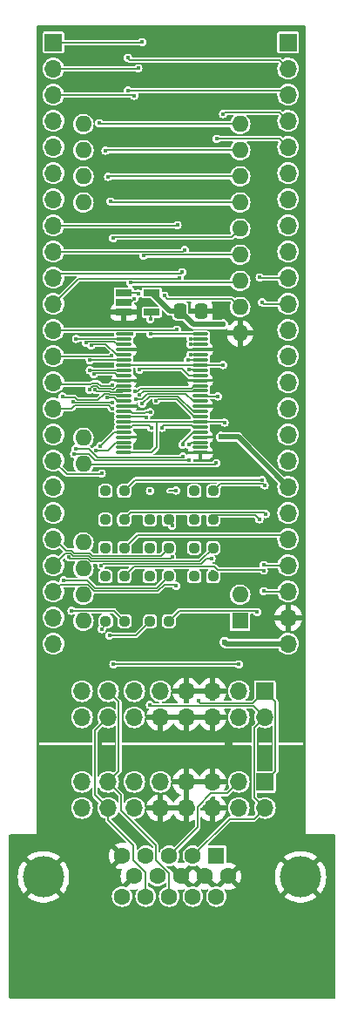
<source format=gbr>
%TF.GenerationSoftware,KiCad,Pcbnew,7.0.2-0*%
%TF.CreationDate,2023-05-04T08:20:14+02:00*%
%TF.ProjectId,tn9k_f18a,746e396b-5f66-4313-9861-2e6b69636164,rev?*%
%TF.SameCoordinates,Original*%
%TF.FileFunction,Copper,L1,Top*%
%TF.FilePolarity,Positive*%
%FSLAX46Y46*%
G04 Gerber Fmt 4.6, Leading zero omitted, Abs format (unit mm)*
G04 Created by KiCad (PCBNEW 7.0.2-0) date 2023-05-04 08:20:14*
%MOMM*%
%LPD*%
G01*
G04 APERTURE LIST*
G04 Aperture macros list*
%AMRoundRect*
0 Rectangle with rounded corners*
0 $1 Rounding radius*
0 $2 $3 $4 $5 $6 $7 $8 $9 X,Y pos of 4 corners*
0 Add a 4 corners polygon primitive as box body*
4,1,4,$2,$3,$4,$5,$6,$7,$8,$9,$2,$3,0*
0 Add four circle primitives for the rounded corners*
1,1,$1+$1,$2,$3*
1,1,$1+$1,$4,$5*
1,1,$1+$1,$6,$7*
1,1,$1+$1,$8,$9*
0 Add four rect primitives between the rounded corners*
20,1,$1+$1,$2,$3,$4,$5,0*
20,1,$1+$1,$4,$5,$6,$7,0*
20,1,$1+$1,$6,$7,$8,$9,0*
20,1,$1+$1,$8,$9,$2,$3,0*%
G04 Aperture macros list end*
%TA.AperFunction,ComponentPad*%
%ADD10R,1.600000X1.600000*%
%TD*%
%TA.AperFunction,ComponentPad*%
%ADD11O,1.600000X1.600000*%
%TD*%
%TA.AperFunction,ComponentPad*%
%ADD12C,1.600000*%
%TD*%
%TA.AperFunction,ComponentPad*%
%ADD13C,4.000000*%
%TD*%
%TA.AperFunction,ComponentPad*%
%ADD14R,1.700000X1.700000*%
%TD*%
%TA.AperFunction,ComponentPad*%
%ADD15O,1.700000X1.700000*%
%TD*%
%TA.AperFunction,SMDPad,CuDef*%
%ADD16RoundRect,0.237500X-0.250000X-0.237500X0.250000X-0.237500X0.250000X0.237500X-0.250000X0.237500X0*%
%TD*%
%TA.AperFunction,SMDPad,CuDef*%
%ADD17R,1.560000X0.650000*%
%TD*%
%TA.AperFunction,SMDPad,CuDef*%
%ADD18RoundRect,0.075000X-0.662500X-0.075000X0.662500X-0.075000X0.662500X0.075000X-0.662500X0.075000X0*%
%TD*%
%TA.AperFunction,SMDPad,CuDef*%
%ADD19RoundRect,0.250000X-0.337500X-0.475000X0.337500X-0.475000X0.337500X0.475000X-0.337500X0.475000X0*%
%TD*%
%TA.AperFunction,ViaPad*%
%ADD20C,0.410000*%
%TD*%
%TA.AperFunction,ViaPad*%
%ADD21C,0.600000*%
%TD*%
%TA.AperFunction,Conductor*%
%ADD22C,0.500000*%
%TD*%
%TA.AperFunction,Conductor*%
%ADD23C,0.127000*%
%TD*%
%TA.AperFunction,Conductor*%
%ADD24C,0.150000*%
%TD*%
G04 APERTURE END LIST*
D10*
%TO.P,J1,*%
%TO.N,*%
X122682000Y-116302000D03*
D11*
X122682000Y-113762000D03*
X107442000Y-116302000D03*
X107442000Y-113762000D03*
%TO.P,J1,12,GND*%
%TO.N,GND*%
X122682000Y-88362000D03*
%TO.P,J1,13,MODE*%
%TO.N,MODE*%
X122682000Y-85822000D03*
%TO.P,J1,14,CSW*%
%TO.N,~{CSW}*%
X122682000Y-83282000D03*
%TO.P,J1,15,CSR*%
%TO.N,~{CSR}*%
X122682000Y-80742000D03*
%TO.P,J1,16,INT*%
%TO.N,~{INT}*%
X122682000Y-78202000D03*
%TO.P,J1,17,CD7*%
%TO.N,CD7*%
X122682000Y-75662000D03*
%TO.P,J1,18,CD6*%
%TO.N,CD6*%
X122682000Y-73122000D03*
%TO.P,J1,19,CD5*%
%TO.N,CD5*%
X122682000Y-70582000D03*
%TO.P,J1,20,CD4*%
%TO.N,CD4*%
X122682000Y-68042000D03*
%TO.P,J1,21,CD3*%
%TO.N,CD3*%
X107442000Y-68042000D03*
%TO.P,J1,22,CD2*%
%TO.N,CD2*%
X107442000Y-70582000D03*
%TO.P,J1,23,CD1*%
%TO.N,CD1*%
X107442000Y-73122000D03*
%TO.P,J1,24,CD7*%
%TO.N,CD0*%
X107442000Y-75662000D03*
%TO.P,J1,33,VCC*%
%TO.N,+5V*%
X107442000Y-98522000D03*
%TO.P,J1,34,RESET*%
%TO.N,~{RESET}*%
X107442000Y-101062000D03*
%TO.P,J1,37,GROMCLK*%
%TO.N,GROMCLK*%
X107442000Y-108682000D03*
%TO.P,J1,38,CPUCLK*%
%TO.N,CPUCLK*%
X107442000Y-111222000D03*
%TD*%
D12*
%TO.P,J5,15*%
%TO.N,unconnected-(J5-Pad15)*%
X111218000Y-143089669D03*
%TO.P,J5,14*%
%TO.N,VSYNC*%
X113508000Y-143089669D03*
%TO.P,J5,13*%
%TO.N,HSYNC*%
X115798000Y-143089669D03*
%TO.P,J5,12*%
%TO.N,unconnected-(J5-Pad12)*%
X118088000Y-143089669D03*
%TO.P,J5,11*%
%TO.N,unconnected-(J5-Pad11)*%
X120378000Y-143089669D03*
%TO.P,J5,10*%
%TO.N,GND*%
X112363000Y-141109669D03*
%TO.P,J5,9*%
%TO.N,unconnected-(J5-Pad9)*%
X114653000Y-141109669D03*
%TO.P,J5,8*%
%TO.N,GND*%
X116943000Y-141109669D03*
%TO.P,J5,7*%
X119233000Y-141109669D03*
%TO.P,J5,6*%
X121523000Y-141109669D03*
%TO.P,J5,5*%
X111218000Y-139129669D03*
%TO.P,J5,4*%
%TO.N,unconnected-(J5-Pad4)*%
X113508000Y-139129669D03*
%TO.P,J5,3*%
%TO.N,BLUE*%
X115798000Y-139129669D03*
%TO.P,J5,2*%
%TO.N,GREEN*%
X118088000Y-139129669D03*
D10*
%TO.P,J5,1*%
%TO.N,RED*%
X120378000Y-139129669D03*
D13*
%TO.P,J5,0*%
%TO.N,GND*%
X103563000Y-141179669D03*
X128563000Y-141179669D03*
%TD*%
D14*
%TO.P,J2,1,Pin_1*%
%TO.N,RED*%
X125095000Y-131953000D03*
D15*
%TO.P,J2,2,Pin_2*%
%TO.N,GREEN*%
X125095000Y-134493000D03*
%TO.P,J2,3,Pin_3*%
%TO.N,BLUE*%
X122555000Y-131953000D03*
%TO.P,J2,4,Pin_4*%
%TO.N,unconnected-(J2-Pin_4-Pad4)*%
X122555000Y-134493000D03*
%TO.P,J2,5,Pin_5*%
%TO.N,GND*%
X120015000Y-131953000D03*
%TO.P,J2,6,Pin_6*%
X120015000Y-134493000D03*
%TO.P,J2,7,Pin_7*%
X117475000Y-131953000D03*
%TO.P,J2,8,Pin_8*%
X117475000Y-134493000D03*
%TO.P,J2,9,Pin_9*%
%TO.N,unconnected-(J2-Pin_9-Pad9)*%
X114935000Y-131953000D03*
%TO.P,J2,10,Pin_10*%
%TO.N,GND*%
X114935000Y-134493000D03*
%TO.P,J2,11,Pin_11*%
%TO.N,unconnected-(J2-Pin_11-Pad11)*%
X112395000Y-131953000D03*
%TO.P,J2,12,Pin_12*%
%TO.N,unconnected-(J2-Pin_12-Pad12)*%
X112395000Y-134493000D03*
%TO.P,J2,13,Pin_13*%
%TO.N,HSYNC*%
X109855000Y-131953000D03*
%TO.P,J2,14,Pin_14*%
%TO.N,VSYNC*%
X109855000Y-134493000D03*
%TO.P,J2,15,Pin_15*%
%TO.N,unconnected-(J2-Pin_15-Pad15)*%
X107315000Y-131953000D03*
%TO.P,J2,16,Pin_16*%
%TO.N,unconnected-(J2-Pin_16-Pad16)*%
X107315000Y-134493000D03*
%TD*%
D14*
%TO.P,J6,1,Pin_1*%
%TO.N,RED*%
X125095000Y-123128000D03*
D15*
%TO.P,J6,2,Pin_2*%
%TO.N,GREEN*%
X125095000Y-125668000D03*
%TO.P,J6,3,Pin_3*%
%TO.N,BLUE*%
X122555000Y-123128000D03*
%TO.P,J6,4,Pin_4*%
%TO.N,unconnected-(J6-Pin_4-Pad4)*%
X122555000Y-125668000D03*
%TO.P,J6,5,Pin_5*%
%TO.N,GND*%
X120015000Y-123128000D03*
%TO.P,J6,6,Pin_6*%
X120015000Y-125668000D03*
%TO.P,J6,7,Pin_7*%
X117475000Y-123128000D03*
%TO.P,J6,8,Pin_8*%
X117475000Y-125668000D03*
%TO.P,J6,9,Pin_9*%
%TO.N,unconnected-(J6-Pin_9-Pad9)*%
X114935000Y-123128000D03*
%TO.P,J6,10,Pin_10*%
%TO.N,GND*%
X114935000Y-125668000D03*
%TO.P,J6,11,Pin_11*%
%TO.N,unconnected-(J6-Pin_11-Pad11)*%
X112395000Y-123128000D03*
%TO.P,J6,12,Pin_12*%
%TO.N,unconnected-(J6-Pin_12-Pad12)*%
X112395000Y-125668000D03*
%TO.P,J6,13,Pin_13*%
%TO.N,HSYNC*%
X109855000Y-123128000D03*
%TO.P,J6,14,Pin_14*%
%TO.N,VSYNC*%
X109855000Y-125668000D03*
%TO.P,J6,15,Pin_15*%
%TO.N,unconnected-(J6-Pin_15-Pad15)*%
X107315000Y-123128000D03*
%TO.P,J6,16,Pin_16*%
%TO.N,unconnected-(J6-Pin_16-Pad16)*%
X107315000Y-125668000D03*
%TD*%
D16*
%TO.P,R11,1*%
%TO.N,BLUE*%
X109593000Y-109220000D03*
%TO.P,R11,2*%
%TO.N,B2_3V3*%
X111418000Y-109220000D03*
%TD*%
D14*
%TO.P,J3,1,Pin_1*%
%TO.N,MODE_3V3*%
X104538300Y-60106400D03*
D15*
%TO.P,J3,2,Pin_2*%
%TO.N,~{CSW_3V3}*%
X104538300Y-62646400D03*
%TO.P,J3,3,Pin_3*%
%TO.N,~{CSR_3V3}*%
X104538300Y-65186400D03*
%TO.P,J3,4,Pin_4*%
%TO.N,~{INT_3V3}*%
X104538300Y-67726400D03*
%TO.P,J3,5,Pin_5*%
%TO.N,CPUCLK_3V3*%
X104538300Y-70266400D03*
%TO.P,J3,6,Pin_6*%
%TO.N,GROMCLK_3V3*%
X104538300Y-72806400D03*
%TO.P,J3,7,Pin_7*%
%TO.N,~{RESET_3V3}*%
X104538300Y-75346400D03*
%TO.P,J3,8,Pin_8*%
%TO.N,CD0_3V3*%
X104538300Y-77886400D03*
%TO.P,J3,9,Pin_9*%
%TO.N,CD1_3V3*%
X104538300Y-80426400D03*
%TO.P,J3,10,Pin_10*%
%TO.N,CD2_3V3*%
X104538300Y-82966400D03*
%TO.P,J3,11,Pin_11*%
%TO.N,CD3_3V3*%
X104538300Y-85506400D03*
%TO.P,J3,12,Pin_12*%
%TO.N,CD4_3V3*%
X104538300Y-88046400D03*
%TO.P,J3,13,Pin_13*%
%TO.N,CD5_3V3*%
X104538300Y-90586400D03*
%TO.P,J3,14,Pin_14*%
%TO.N,CD6_3V3*%
X104538300Y-93126400D03*
%TO.P,J3,15,Pin_15*%
%TO.N,CD7_3V3*%
X104538300Y-95666400D03*
%TO.P,J3,16,Pin_16*%
%TO.N,VS_3V3*%
X104538300Y-98206400D03*
%TO.P,J3,17,Pin_17*%
%TO.N,R3_3V3*%
X104538300Y-100746400D03*
%TO.P,J3,18,Pin_18*%
%TO.N,R2_3V3*%
X104538300Y-103286400D03*
%TO.P,J3,19,Pin_19*%
%TO.N,G3_3V3*%
X104538300Y-105826400D03*
%TO.P,J3,20,Pin_20*%
%TO.N,G2_3V3*%
X104538300Y-108366400D03*
%TO.P,J3,21,Pin_21*%
%TO.N,G1_3V3*%
X104538300Y-110906400D03*
%TO.P,J3,22,Pin_22*%
%TO.N,G0_3V3*%
X104538300Y-113446400D03*
%TO.P,J3,23,Pin_23*%
%TO.N,unconnected-(J3-Pin_23-Pad23)*%
X104538300Y-115986400D03*
%TO.P,J3,24,Pin_24*%
%TO.N,unconnected-(J3-Pin_24-Pad24)*%
X104538300Y-118526400D03*
%TD*%
D16*
%TO.P,R1,1*%
%TO.N,RED*%
X118229000Y-103692000D03*
%TO.P,R1,2*%
%TO.N,R0_3V3*%
X120054000Y-103692000D03*
%TD*%
%TO.P,R9,1*%
%TO.N,BLUE*%
X109590948Y-103691891D03*
%TO.P,R9,2*%
%TO.N,B0_3V3*%
X111415948Y-103691891D03*
%TD*%
D17*
%TO.P,U1,1*%
%TO.N,~{CSW_3V3}*%
X111385000Y-84430000D03*
%TO.P,U1,2*%
%TO.N,~{CSR_3V3}*%
X111385000Y-85380000D03*
%TO.P,U1,3,GND*%
%TO.N,GND*%
X111385000Y-86330000D03*
%TO.P,U1,4*%
%TO.N,~{OE1}*%
X114085000Y-86330000D03*
%TO.P,U1,5,VCC*%
%TO.N,+3.3V*%
X114085000Y-84430000D03*
%TD*%
D16*
%TO.P,R7,1*%
%TO.N,GREEN*%
X113911000Y-109220000D03*
%TO.P,R7,2*%
%TO.N,G2_3V3*%
X115736000Y-109220000D03*
%TD*%
%TO.P,R3,1*%
%TO.N,RED*%
X118229000Y-109220000D03*
%TO.P,R3,2*%
%TO.N,R2_3V3*%
X120054000Y-109220000D03*
%TD*%
%TO.P,R10,1*%
%TO.N,BLUE*%
X109590948Y-106455891D03*
%TO.P,R10,2*%
%TO.N,B1_3V3*%
X111415948Y-106455891D03*
%TD*%
%TO.P,R8,1*%
%TO.N,GREEN*%
X113911000Y-111984000D03*
%TO.P,R8,2*%
%TO.N,G3_3V3*%
X115736000Y-111984000D03*
%TD*%
%TO.P,R4,1*%
%TO.N,RED*%
X118229000Y-111984000D03*
%TO.P,R4,2*%
%TO.N,R3_3V3*%
X120054000Y-111984000D03*
%TD*%
D14*
%TO.P,J4,1,Pin_1*%
%TO.N,HS_3V3*%
X127355200Y-60106400D03*
D15*
%TO.P,J4,2,Pin_2*%
%TO.N,USR1_1V8*%
X127355200Y-62646400D03*
%TO.P,J4,3,Pin_3*%
%TO.N,USR2_1V8*%
X127355200Y-65186400D03*
%TO.P,J4,4,Pin_4*%
%TO.N,USR3_1V8*%
X127355200Y-67726400D03*
%TO.P,J4,5,Pin_5*%
%TO.N,USR4_1V8*%
X127355200Y-70266400D03*
%TO.P,J4,6,Pin_6*%
%TO.N,unconnected-(J4-Pin_6-Pad6)*%
X127355200Y-72806400D03*
%TO.P,J4,7,Pin_7*%
%TO.N,unconnected-(J4-Pin_7-Pad7)*%
X127355200Y-75346400D03*
%TO.P,J4,8,Pin_8*%
%TO.N,unconnected-(J4-Pin_8-Pad8)*%
X127355200Y-77886400D03*
%TO.P,J4,9,Pin_9*%
%TO.N,unconnected-(J4-Pin_9-Pad9)*%
X127355200Y-80426400D03*
%TO.P,J4,10,Pin_10*%
%TO.N,R1_3V3*%
X127355200Y-82966400D03*
%TO.P,J4,11,Pin_11*%
%TO.N,R0_3V3*%
X127355200Y-85506400D03*
%TO.P,J4,12,Pin_12*%
%TO.N,unconnected-(J4-Pin_12-Pad12)*%
X127355200Y-88046400D03*
%TO.P,J4,13,Pin_13*%
%TO.N,unconnected-(J4-Pin_13-Pad13)*%
X127355200Y-90586400D03*
%TO.P,J4,14,Pin_14*%
%TO.N,unconnected-(J4-Pin_14-Pad14)*%
X127355200Y-93126400D03*
%TO.P,J4,15,Pin_15*%
%TO.N,unconnected-(J4-Pin_15-Pad15)*%
X127355200Y-95666400D03*
%TO.P,J4,16,Pin_16*%
%TO.N,unconnected-(J4-Pin_16-Pad16)*%
X127355200Y-98206400D03*
%TO.P,J4,17,Pin_17*%
%TO.N,unconnected-(J4-Pin_17-Pad17)*%
X127355200Y-100746400D03*
%TO.P,J4,18,Pin_18*%
%TO.N,+5V*%
X127355200Y-103286400D03*
%TO.P,J4,19,Pin_19*%
%TO.N,B3_3V3*%
X127355200Y-105826400D03*
%TO.P,J4,20,Pin_20*%
%TO.N,B2_3V3*%
X127355200Y-108366400D03*
%TO.P,J4,21,Pin_21*%
%TO.N,B1_3V3*%
X127355200Y-110906400D03*
%TO.P,J4,22,Pin_22*%
%TO.N,B0_3V3*%
X127355200Y-113446400D03*
%TO.P,J4,23,Pin_23*%
%TO.N,GND*%
X127355200Y-115986400D03*
%TO.P,J4,24,Pin_24*%
%TO.N,+3.3V*%
X127355200Y-118526400D03*
%TD*%
D16*
%TO.P,R12,1*%
%TO.N,BLUE*%
X109593000Y-111984000D03*
%TO.P,R12,2*%
%TO.N,B3_3V3*%
X111418000Y-111984000D03*
%TD*%
%TO.P,R2,1*%
%TO.N,RED*%
X118229000Y-106456000D03*
%TO.P,R2,2*%
%TO.N,R1_3V3*%
X120054000Y-106456000D03*
%TD*%
D18*
%TO.P,U4,48,~{OE1}*%
%TO.N,~{OE1}*%
X118813500Y-88454000D03*
%TO.P,U4,47,A0*%
%TO.N,CD0_3V3*%
X118813500Y-88954000D03*
%TO.P,U4,46,A1*%
%TO.N,CD1_3V3*%
X118813500Y-89454000D03*
%TO.P,U4,45,GND*%
%TO.N,GND*%
X118813500Y-89954000D03*
%TO.P,U4,44,A2*%
%TO.N,CD2_3V3*%
X118813500Y-90454000D03*
%TO.P,U4,43,A3*%
%TO.N,CD3_3V3*%
X118813500Y-90954000D03*
%TO.P,U4,42,VCC*%
%TO.N,+3.3V*%
X118813500Y-91454000D03*
%TO.P,U4,41,A4*%
%TO.N,CD4_3V3*%
X118813500Y-91954000D03*
%TO.P,U4,40,A5*%
%TO.N,CD5_3V3*%
X118813500Y-92454000D03*
%TO.P,U4,39,GND*%
%TO.N,GND*%
X118813500Y-92954000D03*
%TO.P,U4,38,A6*%
%TO.N,CD6_3V3*%
X118813500Y-93454000D03*
%TO.P,U4,37,A7*%
%TO.N,CD7_3V3*%
X118813500Y-93954000D03*
%TO.P,U4,36,A8*%
%TO.N,~{RESET}*%
X118813500Y-94454000D03*
%TO.P,U4,35,A9*%
%TO.N,~{INT_3V3}*%
X118813500Y-94954000D03*
%TO.P,U4,34,GND*%
%TO.N,GND*%
X118813500Y-95454000D03*
%TO.P,U4,33,A10*%
%TO.N,~{CSW}*%
X118813500Y-95954000D03*
%TO.P,U4,32,A11*%
%TO.N,~{CSR}*%
X118813500Y-96454000D03*
%TO.P,U4,31,VCC*%
%TO.N,+3.3V*%
X118813500Y-96954000D03*
%TO.P,U4,30,A12*%
%TO.N,MODE*%
X118813500Y-97454000D03*
%TO.P,U4,29,A13*%
%TO.N,CPUCLK_3V3*%
X118813500Y-97954000D03*
%TO.P,U4,28,GND*%
%TO.N,GND*%
X118813500Y-98454000D03*
%TO.P,U4,27,A14*%
%TO.N,GROMCLK_3V3*%
X118813500Y-98954000D03*
%TO.P,U4,26,A15*%
%TO.N,unconnected-(U4-A15-Pad26)*%
X118813500Y-99454000D03*
%TO.P,U4,25,~{OE2}*%
%TO.N,GND*%
X118813500Y-99954000D03*
%TO.P,U4,24,T/~{R}2*%
%TO.N,+3.3V*%
X111388500Y-99954000D03*
%TO.P,U4,23,B15*%
%TO.N,unconnected-(U4-B15-Pad23)*%
X111388500Y-99454000D03*
%TO.P,U4,22,B14*%
%TO.N,GROMCLK*%
X111388500Y-98954000D03*
%TO.P,U4,21,GND*%
%TO.N,GND*%
X111388500Y-98454000D03*
%TO.P,U4,20,B13*%
%TO.N,CPUCLK*%
X111388500Y-97954000D03*
%TO.P,U4,19,B12*%
%TO.N,MODE_3V3*%
X111388500Y-97454000D03*
%TO.P,U4,18,VCC*%
%TO.N,+3.3V*%
X111388500Y-96954000D03*
%TO.P,U4,17,B11*%
%TO.N,~{CSR_3V3}*%
X111388500Y-96454000D03*
%TO.P,U4,16,B10*%
%TO.N,~{CSW_3V3}*%
X111388500Y-95954000D03*
%TO.P,U4,15,GND*%
%TO.N,GND*%
X111388500Y-95454000D03*
%TO.P,U4,14,B9*%
%TO.N,~{INT}*%
X111388500Y-94954000D03*
%TO.P,U4,13,B8*%
%TO.N,~{RESET_3V3}*%
X111388500Y-94454000D03*
%TO.P,U4,12,B7*%
%TO.N,CD7*%
X111388500Y-93954000D03*
%TO.P,U4,11,B6*%
%TO.N,CD6*%
X111388500Y-93454000D03*
%TO.P,U4,10,GND*%
%TO.N,GND*%
X111388500Y-92954000D03*
%TO.P,U4,9,B5*%
%TO.N,CD5*%
X111388500Y-92454000D03*
%TO.P,U4,8,B4*%
%TO.N,CD4*%
X111388500Y-91954000D03*
%TO.P,U4,7,VCC*%
%TO.N,+3.3V*%
X111388500Y-91454000D03*
%TO.P,U4,6,B3*%
%TO.N,CD3*%
X111388500Y-90954000D03*
%TO.P,U4,5,B2*%
%TO.N,CD2*%
X111388500Y-90454000D03*
%TO.P,U4,4,GND*%
%TO.N,GND*%
X111388500Y-89954000D03*
%TO.P,U4,3,B1*%
%TO.N,CD1*%
X111388500Y-89454000D03*
%TO.P,U4,2,B0*%
%TO.N,CD0*%
X111388500Y-88954000D03*
%TO.P,U4,1,T/~{R}1*%
%TO.N,~{CSW}*%
X111388500Y-88454000D03*
%TD*%
D16*
%TO.P,R13,1*%
%TO.N,HSYNC*%
X113934500Y-116332000D03*
%TO.P,R13,2*%
%TO.N,HS_3V3*%
X115759500Y-116332000D03*
%TD*%
%TO.P,R14,1*%
%TO.N,VSYNC*%
X109623930Y-116338528D03*
%TO.P,R14,2*%
%TO.N,VS_3V3*%
X111448930Y-116338528D03*
%TD*%
D19*
%TO.P,C1,1*%
%TO.N,+3.3V*%
X116857500Y-86203000D03*
%TO.P,C1,2*%
%TO.N,GND*%
X118932500Y-86203000D03*
%TD*%
D16*
%TO.P,R6,1*%
%TO.N,GREEN*%
X113911000Y-106456000D03*
%TO.P,R6,2*%
%TO.N,G1_3V3*%
X115736000Y-106456000D03*
%TD*%
D20*
%TO.N,GND*%
X112522000Y-92964000D03*
X107442000Y-106426000D03*
X107442000Y-103632000D03*
X111633000Y-136271000D03*
X110363000Y-133223000D03*
X125095000Y-129794000D03*
X125095000Y-127254000D03*
X109855000Y-127254000D03*
X109855000Y-129794000D03*
X112649000Y-112014000D03*
X113030000Y-99441000D03*
X115824000Y-92710000D03*
X115316000Y-99568000D03*
X115824000Y-95631000D03*
X114554000Y-89154000D03*
%TO.N,~{RESET}*%
X120503500Y-94488000D03*
X120376500Y-100965000D03*
%TO.N,BLUE*%
X109590948Y-103691891D03*
%TO.N,RED*%
X118229000Y-103692000D03*
%TO.N,GREEN*%
X113931860Y-103671238D03*
%TO.N,~{OE1}*%
X113947000Y-86995000D03*
X113947000Y-88441400D03*
%TO.N,+3.3V*%
X121031000Y-91440000D03*
X121158000Y-97028000D03*
%TO.N,CPUCLK_3V3*%
X117094000Y-100316000D03*
X117094000Y-99176500D03*
%TO.N,GROMCLK_3V3*%
X117729000Y-100711000D03*
X117729000Y-99176500D03*
D21*
%TO.N,+5V*%
X120820500Y-98430023D03*
D20*
%TO.N,~{CSW}*%
X113157500Y-95224437D03*
D21*
%TO.N,+3.3V*%
X121031000Y-87503000D03*
X121158000Y-118364000D03*
D20*
%TO.N,GND*%
X107442000Y-84328000D03*
X107442000Y-78486000D03*
X107442000Y-79883000D03*
X107442000Y-82042000D03*
X107442000Y-86360000D03*
X125222000Y-79883000D03*
X125222000Y-75184000D03*
X125222000Y-71882000D03*
X125222000Y-68072000D03*
X125222000Y-65786000D03*
X125222000Y-63119000D03*
X109347000Y-61341000D03*
X107569000Y-61341000D03*
X107569000Y-63881000D03*
X118110000Y-63119000D03*
X114808000Y-63119000D03*
X114808000Y-79883000D03*
X114808000Y-77216000D03*
X114808000Y-75184000D03*
X114808000Y-73914000D03*
X114808000Y-71882000D03*
X114808000Y-69342000D03*
X118110000Y-69342000D03*
X120523000Y-71882000D03*
X120523000Y-75184000D03*
X120523000Y-73914000D03*
X120523000Y-77216000D03*
X120523000Y-79883000D03*
X120523000Y-82042000D03*
X120523000Y-84201000D03*
%TO.N,USR1_1V8*%
X111760000Y-61595000D03*
%TO.N,USR2_1V8*%
X111760000Y-64791400D03*
%TO.N,USR3_1V8*%
X121031000Y-67056000D03*
%TO.N,USR4_1V8*%
X120396000Y-69469000D03*
%TO.N,MODE*%
X115316000Y-84709000D03*
X115062000Y-97536000D03*
%TO.N,~{CSW}*%
X112141000Y-88454000D03*
X112000000Y-83453000D03*
%TO.N,~{CSR}*%
X113298000Y-80821400D03*
X114535692Y-94901308D03*
%TO.N,~{INT}*%
X109728000Y-94629000D03*
X110351500Y-79121000D03*
%TO.N,CD7*%
X110097500Y-75565000D03*
X108585000Y-93853000D03*
%TO.N,CD6*%
X108048497Y-93853000D03*
X109855000Y-73152000D03*
%TO.N,CD5*%
X108458000Y-92343000D03*
X109615000Y-70612000D03*
%TO.N,CD4*%
X108077000Y-91948000D03*
X108966000Y-67945000D03*
%TO.N,CD3*%
X108077000Y-90981400D03*
%TO.N,CD2*%
X108204000Y-89549000D03*
%TO.N,CD1*%
X107696000Y-89295000D03*
%TO.N,CD0*%
X106738887Y-88900000D03*
%TO.N,MODE_3V3*%
X114046000Y-97536000D03*
X113157000Y-60071000D03*
%TO.N,~{CSW_3V3}*%
X113947500Y-96012000D03*
X112790000Y-84503758D03*
X112776000Y-62611000D03*
%TO.N,~{CSR_3V3}*%
X113538000Y-96520000D03*
X112395000Y-84993731D03*
X112395000Y-65278000D03*
%TO.N,~{INT_3V3}*%
X106426000Y-94996000D03*
X112522000Y-94742000D03*
X110236000Y-95123000D03*
%TO.N,CPUCLK_3V3*%
X106683121Y-99555516D03*
%TO.N,GROMCLK_3V3*%
X106553000Y-100076000D03*
%TO.N,~{RESET_3V3}*%
X105410000Y-94488000D03*
%TO.N,CD0_3V3*%
X117856000Y-88900000D03*
X116586000Y-77851000D03*
%TO.N,CD1_3V3*%
X117846781Y-89436423D03*
X117319500Y-80264000D03*
%TO.N,CD2_3V3*%
X117856000Y-90454000D03*
X117065500Y-82423000D03*
%TO.N,CD3_3V3*%
X117602000Y-90948941D03*
X116811500Y-82959503D03*
%TO.N,CD4_3V3*%
X117729000Y-91907941D03*
X116557500Y-88011000D03*
%TO.N,CD5_3V3*%
X112903500Y-91907941D03*
X110218674Y-90559000D03*
%TO.N,CD6_3V3*%
X112457500Y-93980000D03*
X110286576Y-93376148D03*
%TO.N,CD7_3V3*%
X112903500Y-94364785D03*
X110264379Y-95658751D03*
%TO.N,GROMCLK*%
X108666558Y-99725942D03*
%TO.N,CPUCLK*%
X109093000Y-99330942D03*
%TO.N,RED*%
X118618000Y-124065000D03*
%TO.N,GREEN*%
X113919000Y-124460000D03*
%TO.N,BLUE*%
X122555000Y-120523000D03*
X110363000Y-120523000D03*
%TO.N,HSYNC*%
X109968000Y-117729000D03*
%TO.N,VSYNC*%
X109220000Y-117094000D03*
%TO.N,HS_3V3*%
X124333000Y-115443000D03*
%TO.N,VS_3V3*%
X106299000Y-115316000D03*
%TO.N,BLUE*%
X109593000Y-111984000D03*
X109601000Y-106426000D03*
X109593000Y-109220000D03*
%TO.N,GREEN*%
X113911000Y-111984000D03*
X113919000Y-106426000D03*
X113911000Y-109220000D03*
%TO.N,RED*%
X118229000Y-111984000D03*
X118229000Y-109220000D03*
X118237000Y-106426000D03*
%TO.N,B3_3V3*%
X124982000Y-111407503D03*
%TO.N,R3_3V3*%
X119888000Y-110236000D03*
X120015000Y-111506000D03*
%TO.N,G3_3V3*%
X105537000Y-112376500D03*
%TO.N,R3_3V3*%
X109220000Y-101981000D03*
X109197500Y-110899500D03*
%TO.N,R2_3V3*%
X106045000Y-110123000D03*
%TO.N,B1_3V3*%
X124982000Y-110871000D03*
X125175499Y-105924562D03*
%TO.N,G1_3V3*%
X116064000Y-110109000D03*
X116064000Y-107061000D03*
%TO.N,R1_3V3*%
X124587000Y-82931000D03*
X124559000Y-106426000D03*
%TO.N,B0_3V3*%
X124968000Y-113411000D03*
X124812500Y-102602000D03*
%TO.N,G0_3V3*%
X116459000Y-112903000D03*
X116459000Y-103632000D03*
%TO.N,R0_3V3*%
X124812500Y-85344000D03*
X125066500Y-103124000D03*
%TD*%
D22*
%TO.N,+5V*%
X120820500Y-98430023D02*
X122498823Y-98430023D01*
X122498823Y-98430023D02*
X127355200Y-103286400D01*
D23*
%TO.N,CD6_3V3*%
X110286576Y-93376148D02*
X110190724Y-93472000D01*
X110190724Y-93472000D02*
X109122532Y-93472000D01*
X109122532Y-93472000D02*
X108854032Y-93203500D01*
X108854032Y-93203500D02*
X108315968Y-93203500D01*
X108315968Y-93203500D02*
X108174468Y-93345000D01*
X108174468Y-93345000D02*
X104756900Y-93345000D01*
X104756900Y-93345000D02*
X104538300Y-93126400D01*
%TO.N,CD6*%
X108048497Y-93853000D02*
X108189500Y-93711997D01*
X108189500Y-93711997D02*
X108189500Y-93689178D01*
X108189500Y-93689178D02*
X108421178Y-93457500D01*
X108421178Y-93457500D02*
X108748822Y-93457500D01*
X108748822Y-93457500D02*
X109016822Y-93725500D01*
X109016822Y-93725500D02*
X110102242Y-93725500D01*
X110102242Y-93725500D02*
X110229742Y-93853000D01*
X110229742Y-93853000D02*
X110376526Y-93853000D01*
X110376526Y-93853000D02*
X110775526Y-93454000D01*
X110775526Y-93454000D02*
X111388500Y-93454000D01*
%TO.N,CD7*%
X108585000Y-93853000D02*
X108711500Y-93979500D01*
X108711500Y-93979500D02*
X109997032Y-93979500D01*
X109997032Y-93979500D02*
X110124532Y-94107000D01*
X110124532Y-94107000D02*
X111235500Y-94107000D01*
X111235500Y-94107000D02*
X111388500Y-93954000D01*
%TO.N,~{RESET_3V3}*%
X105522500Y-94600500D02*
X106589822Y-94600500D01*
X106589822Y-94600500D02*
X106858322Y-94869000D01*
X105410000Y-94488000D02*
X105522500Y-94600500D01*
X106858322Y-94869000D02*
X108864661Y-94869000D01*
X108864661Y-94869000D02*
X109500161Y-94233500D01*
X109500161Y-94233500D02*
X109891822Y-94233500D01*
X109891822Y-94233500D02*
X110019322Y-94361000D01*
X111295500Y-94361000D02*
X111388500Y-94454000D01*
X110019322Y-94361000D02*
X111295500Y-94361000D01*
%TO.N,~{CSW_3V3}*%
X113947500Y-96012000D02*
X113486678Y-96012000D01*
X113486678Y-96012000D02*
X113359678Y-96139000D01*
X112186474Y-96139000D02*
X112001474Y-95954000D01*
X112001474Y-95954000D02*
X111388500Y-95954000D01*
X113359678Y-96139000D02*
X112186474Y-96139000D01*
%TO.N,CD6_3V3*%
X118200526Y-93454000D02*
X118813500Y-93454000D01*
X117928526Y-93726000D02*
X118200526Y-93454000D01*
X112728963Y-93980000D02*
X112982963Y-93726000D01*
X112982963Y-93726000D02*
X117928526Y-93726000D01*
X112457500Y-93980000D02*
X112728963Y-93980000D01*
%TO.N,~{INT_3V3}*%
X118097289Y-94954000D02*
X118813500Y-94954000D01*
X113138715Y-94760285D02*
X113665000Y-94234000D01*
X112540285Y-94760285D02*
X113138715Y-94760285D01*
X113665000Y-94234000D02*
X117377289Y-94234000D01*
X112522000Y-94742000D02*
X112540285Y-94760285D01*
X117377289Y-94234000D02*
X118097289Y-94954000D01*
%TO.N,CD7_3V3*%
X118787500Y-93980000D02*
X118813500Y-93954000D01*
X113288285Y-93980000D02*
X118787500Y-93980000D01*
X112903500Y-94364785D02*
X113288285Y-93980000D01*
%TO.N,CD5*%
X108458000Y-92343000D02*
X108599000Y-92202000D01*
X108599000Y-92202000D02*
X110523526Y-92202000D01*
X110523526Y-92202000D02*
X110775526Y-92454000D01*
X110775526Y-92454000D02*
X111388500Y-92454000D01*
%TO.N,CD2*%
X108204000Y-89549000D02*
X108345000Y-89408000D01*
X109626289Y-89408000D02*
X110672289Y-90454000D01*
X108345000Y-89408000D02*
X109626289Y-89408000D01*
X110672289Y-90454000D02*
X111388500Y-90454000D01*
%TO.N,CD1*%
X107837000Y-89154000D02*
X110475526Y-89154000D01*
X107696000Y-89295000D02*
X107837000Y-89154000D01*
X110475526Y-89154000D02*
X110775526Y-89454000D01*
X110775526Y-89454000D02*
X111388500Y-89454000D01*
%TO.N,CD7_3V3*%
X110264379Y-95658751D02*
X110212429Y-95658751D01*
X109930678Y-95377000D02*
X106604322Y-95377000D01*
X110212429Y-95658751D02*
X109930678Y-95377000D01*
X106604322Y-95377000D02*
X106314922Y-95666400D01*
X106314922Y-95666400D02*
X104538300Y-95666400D01*
%TO.N,VSYNC*%
X113508000Y-143089669D02*
X113508000Y-140750652D01*
X113508000Y-140750652D02*
X112330348Y-139573000D01*
X112330348Y-139573000D02*
X112330348Y-138111348D01*
X112330348Y-138111348D02*
X109855000Y-135636000D01*
X109855000Y-135636000D02*
X109855000Y-134493000D01*
%TO.N,HSYNC*%
X115798000Y-143089669D02*
X115798000Y-140839448D01*
X114498500Y-138096000D02*
X111125000Y-134722500D01*
X111125000Y-134722500D02*
X111125000Y-133223000D01*
X115798000Y-140839448D02*
X114498500Y-139539948D01*
X114498500Y-139539948D02*
X114498500Y-138096000D01*
X111125000Y-133223000D02*
X109855000Y-131953000D01*
%TO.N,VSYNC*%
X109855000Y-125668000D02*
X108585000Y-126938000D01*
X108585000Y-126938000D02*
X108585000Y-133223000D01*
X108585000Y-133223000D02*
X109855000Y-134493000D01*
%TO.N,HSYNC*%
X109968000Y-117729000D02*
X112537500Y-117729000D01*
X112537500Y-117729000D02*
X113934500Y-116332000D01*
%TO.N,G0_3V3*%
X116459000Y-112903000D02*
X116327500Y-112771500D01*
X114668210Y-113411000D02*
X108491779Y-113411000D01*
X108491779Y-113411000D02*
X107852279Y-112771500D01*
X116327500Y-112771500D02*
X115307710Y-112771500D01*
X107852279Y-112771500D02*
X105213200Y-112771500D01*
X115307710Y-112771500D02*
X114668210Y-113411000D01*
X105213200Y-112771500D02*
X104538300Y-113446400D01*
%TO.N,B2_3V3*%
X111418000Y-109220000D02*
X112688000Y-107950000D01*
X112688000Y-107950000D02*
X126938800Y-107950000D01*
X126938800Y-107950000D02*
X127355200Y-108366400D01*
%TO.N,R1_3V3*%
X120054000Y-106456000D02*
X120465000Y-106045000D01*
X120465000Y-106045000D02*
X124178000Y-106045000D01*
X124178000Y-106045000D02*
X124559000Y-106426000D01*
%TO.N,B3_3V3*%
X124982000Y-111407503D02*
X124953497Y-111379000D01*
X124953497Y-111379000D02*
X120541783Y-111379000D01*
X120541783Y-111379000D02*
X120175283Y-111012500D01*
X120175283Y-111012500D02*
X112389500Y-111012500D01*
X112389500Y-111012500D02*
X111418000Y-111984000D01*
%TO.N,B1_3V3*%
X124982000Y-110871000D02*
X125017400Y-110906400D01*
X125017400Y-110906400D02*
X127355200Y-110906400D01*
X125175499Y-105924562D02*
X125041937Y-105791000D01*
X125041937Y-105791000D02*
X112080839Y-105791000D01*
X112080839Y-105791000D02*
X111415948Y-106455891D01*
%TO.N,R0_3V3*%
X125066500Y-103124000D02*
X124939500Y-102997000D01*
X124939500Y-102997000D02*
X120749000Y-102997000D01*
X120749000Y-102997000D02*
X120054000Y-103692000D01*
%TO.N,B0_3V3*%
X124812500Y-102602000D02*
X112505839Y-102602000D01*
X112505839Y-102602000D02*
X111415948Y-103691891D01*
%TO.N,R0_3V3*%
X124812500Y-85344000D02*
X124974900Y-85506400D01*
X124974900Y-85506400D02*
X127355200Y-85506400D01*
D24*
%TO.N,+3.3V*%
X111388500Y-99954000D02*
X114041000Y-99954000D01*
X114041000Y-99954000D02*
X114554000Y-99441000D01*
X114554000Y-99441000D02*
X114554000Y-97000000D01*
D23*
%TO.N,~{CSR}*%
X114535692Y-94901308D02*
X114695000Y-94742000D01*
X114695000Y-94742000D02*
X116488526Y-94742000D01*
X116488526Y-94742000D02*
X118200526Y-96454000D01*
X118200526Y-96454000D02*
X118813500Y-96454000D01*
%TO.N,~{CSW}*%
X113157500Y-95224437D02*
X113893937Y-94488000D01*
X113893937Y-94488000D02*
X116631289Y-94488000D01*
X116631289Y-94488000D02*
X118097289Y-95954000D01*
X118097289Y-95954000D02*
X118813500Y-95954000D01*
%TO.N,MODE_3V3*%
X114046000Y-97536000D02*
X113848500Y-97338500D01*
X113848500Y-97338500D02*
X112220211Y-97338500D01*
X112220211Y-97338500D02*
X112104711Y-97454000D01*
X112104711Y-97454000D02*
X111388500Y-97454000D01*
%TO.N,MODE*%
X115062000Y-97536000D02*
X115259500Y-97338500D01*
X115259500Y-97338500D02*
X117981789Y-97338500D01*
X117981789Y-97338500D02*
X118097289Y-97454000D01*
X118097289Y-97454000D02*
X118813500Y-97454000D01*
%TO.N,CD5_3V3*%
X112903500Y-91907941D02*
X113044500Y-91766941D01*
X113044500Y-91766941D02*
X117028678Y-91766941D01*
X117028678Y-91766941D02*
X117715737Y-92454000D01*
X117715737Y-92454000D02*
X118813500Y-92454000D01*
%TO.N,CD4_3V3*%
X116557500Y-88011000D02*
X116522100Y-88046400D01*
X116522100Y-88046400D02*
X104538300Y-88046400D01*
%TO.N,CD3_3V3*%
X106986700Y-83058000D02*
X104538300Y-85506400D01*
X116811500Y-82959503D02*
X116713003Y-83058000D01*
X116713003Y-83058000D02*
X106986700Y-83058000D01*
%TO.N,CD2_3V3*%
X117065500Y-82423000D02*
X116938500Y-82550000D01*
X116938500Y-82550000D02*
X104954700Y-82550000D01*
X104954700Y-82550000D02*
X104538300Y-82966400D01*
%TO.N,CD1_3V3*%
X117319500Y-80264000D02*
X117157100Y-80426400D01*
X117157100Y-80426400D02*
X104538300Y-80426400D01*
%TO.N,CD4_3V3*%
X117729000Y-91907941D02*
X118767441Y-91907941D01*
X118767441Y-91907941D02*
X118813500Y-91954000D01*
%TO.N,CD3_3V3*%
X117618941Y-90932000D02*
X118791500Y-90932000D01*
X117602000Y-90948941D02*
X117618941Y-90932000D01*
X118791500Y-90932000D02*
X118813500Y-90954000D01*
%TO.N,CD2_3V3*%
X117856000Y-90454000D02*
X118813500Y-90454000D01*
%TO.N,CD1_3V3*%
X117846781Y-89436423D02*
X118795923Y-89436423D01*
X118795923Y-89436423D02*
X118813500Y-89454000D01*
%TO.N,CD0_3V3*%
X117856000Y-88900000D02*
X118759500Y-88900000D01*
X118759500Y-88900000D02*
X118813500Y-88954000D01*
D24*
%TO.N,~{RESET}*%
X120503500Y-94488000D02*
X118847500Y-94488000D01*
X118847500Y-94488000D02*
X118813500Y-94454000D01*
%TO.N,+3.3V*%
X121158000Y-97028000D02*
X121084000Y-96954000D01*
X121084000Y-96954000D02*
X118813500Y-96954000D01*
%TO.N,~{RESET}*%
X120223500Y-101118000D02*
X120376500Y-100965000D01*
X107498000Y-101118000D02*
X120223500Y-101118000D01*
X107442000Y-101062000D02*
X107498000Y-101118000D01*
%TO.N,~{OE1}*%
X118813500Y-88454000D02*
X113959600Y-88454000D01*
X113959600Y-88454000D02*
X113947000Y-88441400D01*
X113947000Y-86468000D02*
X114085000Y-86330000D01*
X113947000Y-86995000D02*
X113947000Y-86468000D01*
%TO.N,+3.3V*%
X118767500Y-97000000D02*
X118813500Y-96954000D01*
X111434500Y-97000000D02*
X118767500Y-97000000D01*
X111388500Y-96954000D02*
X111434500Y-97000000D01*
X118813500Y-91454000D02*
X118827500Y-91440000D01*
X118827500Y-91440000D02*
X121031000Y-91440000D01*
X111388500Y-91454000D02*
X111414059Y-91428441D01*
X111414059Y-91428441D02*
X118787941Y-91428441D01*
X118787941Y-91428441D02*
X118813500Y-91454000D01*
D23*
%TO.N,CPUCLK_3V3*%
X108839000Y-100457000D02*
X113284000Y-100457000D01*
X117094000Y-100316000D02*
X117094000Y-100330000D01*
X117094000Y-100330000D02*
X116967000Y-100457000D01*
X116967000Y-100457000D02*
X113284000Y-100457000D01*
X118097289Y-97954000D02*
X117094000Y-98957289D01*
X118813500Y-97954000D02*
X118097289Y-97954000D01*
X117094000Y-98957289D02*
X117094000Y-99176500D01*
%TO.N,GROMCLK_3V3*%
X117729000Y-100711000D02*
X108585000Y-100711000D01*
X108585000Y-100711000D02*
X107945500Y-100071500D01*
X107945500Y-100071500D02*
X106557500Y-100071500D01*
X106557500Y-100071500D02*
X106553000Y-100076000D01*
X117729000Y-99176500D02*
X117951500Y-98954000D01*
X117951500Y-98954000D02*
X118813500Y-98954000D01*
%TO.N,CPUCLK*%
X109093000Y-99330942D02*
X110469942Y-97954000D01*
X110469942Y-97954000D02*
X111388500Y-97954000D01*
%TO.N,GROMCLK*%
X108666558Y-99725942D02*
X109824058Y-99725942D01*
X109824058Y-99725942D02*
X110596000Y-98954000D01*
X110596000Y-98954000D02*
X111388500Y-98954000D01*
D22*
%TO.N,+3.3V*%
X121158000Y-118364000D02*
X121320400Y-118526400D01*
X121320400Y-118526400D02*
X127355200Y-118526400D01*
X116857500Y-86203000D02*
X115858000Y-86203000D01*
X115858000Y-86203000D02*
X114085000Y-84430000D01*
D23*
%TO.N,MODE*%
X115316000Y-84709000D02*
X115629001Y-85022001D01*
X115629001Y-85022001D02*
X121882001Y-85022001D01*
X121882001Y-85022001D02*
X122682000Y-85822000D01*
D22*
%TO.N,+3.3V*%
X121031000Y-87503000D02*
X118157500Y-87503000D01*
X118157500Y-87503000D02*
X116857500Y-86203000D01*
D23*
%TO.N,USR1_1V8*%
X111961400Y-61796400D02*
X111760000Y-61595000D01*
X126505200Y-61796400D02*
X111961400Y-61796400D01*
X127355200Y-62646400D02*
X126505200Y-61796400D01*
%TO.N,USR2_1V8*%
X126960200Y-64791400D02*
X111760000Y-64791400D01*
X127355200Y-65186400D02*
X126960200Y-64791400D01*
%TO.N,USR3_1V8*%
X121210600Y-66876400D02*
X121031000Y-67056000D01*
X126505200Y-66876400D02*
X121210600Y-66876400D01*
X127355200Y-67726400D02*
X126505200Y-66876400D01*
%TO.N,USR4_1V8*%
X126557800Y-69469000D02*
X120396000Y-69469000D01*
X127355200Y-70266400D02*
X126557800Y-69469000D01*
%TO.N,~{CSW}*%
X122511000Y-83453000D02*
X112000000Y-83453000D01*
X122682000Y-83282000D02*
X122511000Y-83453000D01*
%TO.N,~{CSR}*%
X122682000Y-80742000D02*
X113377400Y-80742000D01*
X113377400Y-80742000D02*
X113298000Y-80821400D01*
%TO.N,~{INT}*%
X109728000Y-94629000D02*
X110450526Y-94629000D01*
X110450526Y-94629000D02*
X110775526Y-94954000D01*
X110775526Y-94954000D02*
X111388500Y-94954000D01*
%TO.N,~{INT_3V3}*%
X106426000Y-94996000D02*
X106553000Y-95123000D01*
X106553000Y-95123000D02*
X110236000Y-95123000D01*
%TO.N,~{INT}*%
X110470501Y-79001999D02*
X110351500Y-79121000D01*
X121882001Y-79001999D02*
X110470501Y-79001999D01*
X122682000Y-78202000D02*
X121882001Y-79001999D01*
%TO.N,CD7*%
X110194500Y-75662000D02*
X110097500Y-75565000D01*
X122682000Y-75662000D02*
X110194500Y-75662000D01*
%TO.N,CD4*%
X108077000Y-91948000D02*
X111382500Y-91948000D01*
X111382500Y-91948000D02*
X111388500Y-91954000D01*
%TO.N,CD3*%
X108077000Y-90981400D02*
X108104400Y-90954000D01*
X108104400Y-90954000D02*
X111388500Y-90954000D01*
%TO.N,CD5_3V3*%
X110218674Y-90559000D02*
X110191274Y-90586400D01*
X110191274Y-90586400D02*
X104538300Y-90586400D01*
%TO.N,CD6*%
X109885000Y-73122000D02*
X109855000Y-73152000D01*
X122682000Y-73122000D02*
X109885000Y-73122000D01*
%TO.N,CD5*%
X122682000Y-70582000D02*
X109645000Y-70582000D01*
X109645000Y-70582000D02*
X109615000Y-70612000D01*
%TO.N,CD4*%
X122682000Y-68042000D02*
X109063000Y-68042000D01*
X109063000Y-68042000D02*
X108966000Y-67945000D01*
%TO.N,CD0*%
X111334500Y-88900000D02*
X111388500Y-88954000D01*
X106738887Y-88900000D02*
X111334500Y-88900000D01*
%TO.N,MODE_3V3*%
X113121600Y-60106400D02*
X113157000Y-60071000D01*
X104538300Y-60106400D02*
X113121600Y-60106400D01*
%TO.N,~{CSW_3V3}*%
X112790000Y-84503758D02*
X112716242Y-84430000D01*
X112716242Y-84430000D02*
X111385000Y-84430000D01*
%TO.N,~{CSR_3V3}*%
X112395000Y-84993731D02*
X112008731Y-85380000D01*
X112008731Y-85380000D02*
X111385000Y-85380000D01*
%TO.N,~{CSW_3V3}*%
X112740600Y-62646400D02*
X112776000Y-62611000D01*
X104538300Y-62646400D02*
X112740600Y-62646400D01*
%TO.N,~{CSR_3V3}*%
X113538000Y-96520000D02*
X113476805Y-96458805D01*
X111393305Y-96458805D02*
X111388500Y-96454000D01*
X113476805Y-96458805D02*
X111393305Y-96458805D01*
X112303400Y-65186400D02*
X112395000Y-65278000D01*
X104538300Y-65186400D02*
X112303400Y-65186400D01*
%TO.N,CPUCLK_3V3*%
X106683121Y-99555516D02*
X106713105Y-99585500D01*
X106713105Y-99585500D02*
X107967500Y-99585500D01*
X107967500Y-99585500D02*
X108839000Y-100457000D01*
%TO.N,CD0_3V3*%
X104538300Y-77886400D02*
X116550600Y-77886400D01*
X116550600Y-77886400D02*
X116586000Y-77851000D01*
%TO.N,R3_3V3*%
X109197500Y-110899500D02*
X109338500Y-110758500D01*
X109338500Y-110758500D02*
X118874710Y-110758500D01*
X118874710Y-110758500D02*
X119397210Y-110236000D01*
X119397210Y-110236000D02*
X119888000Y-110236000D01*
X109148500Y-102052500D02*
X105844400Y-102052500D01*
X109220000Y-101981000D02*
X109148500Y-102052500D01*
X105844400Y-102052500D02*
X104538300Y-100746400D01*
%TO.N,RED*%
X118618000Y-124065000D02*
X118853500Y-124300500D01*
X118853500Y-124300500D02*
X123922500Y-124300500D01*
X123922500Y-124300500D02*
X125095000Y-123128000D01*
%TO.N,GREEN*%
X125095000Y-125668000D02*
X123981500Y-124554500D01*
X123981500Y-124554500D02*
X114013500Y-124554500D01*
X114013500Y-124554500D02*
X113919000Y-124460000D01*
%TO.N,BLUE*%
X110363000Y-120523000D02*
X122555000Y-120523000D01*
%TO.N,VSYNC*%
X109623930Y-116690070D02*
X109220000Y-117094000D01*
X109623930Y-116338528D02*
X109623930Y-116690070D01*
%TO.N,HS_3V3*%
X116780000Y-115311500D02*
X124201500Y-115311500D01*
X115759500Y-116332000D02*
X116780000Y-115311500D01*
X124201500Y-115311500D02*
X124333000Y-115443000D01*
%TO.N,VS_3V3*%
X106303500Y-115311500D02*
X106299000Y-115316000D01*
X110421902Y-115311500D02*
X106303500Y-115311500D01*
X111448930Y-116338528D02*
X110421902Y-115311500D01*
%TO.N,BLUE*%
X109590948Y-106436052D02*
X109601000Y-106426000D01*
X109590948Y-106455891D02*
X109590948Y-106436052D01*
%TO.N,GREEN*%
X113911000Y-106456000D02*
X113911000Y-106434000D01*
X113911000Y-106434000D02*
X113919000Y-106426000D01*
%TO.N,RED*%
X118229000Y-106434000D02*
X118237000Y-106426000D01*
X118229000Y-106456000D02*
X118229000Y-106434000D01*
%TO.N,R3_3V3*%
X120054000Y-111984000D02*
X120054000Y-111545000D01*
X120054000Y-111545000D02*
X120015000Y-111506000D01*
%TO.N,G3_3V3*%
X107816489Y-112376500D02*
X105537000Y-112376500D01*
X114563000Y-113157000D02*
X108596989Y-113157000D01*
X108596989Y-113157000D02*
X107816489Y-112376500D01*
X115736000Y-111984000D02*
X114563000Y-113157000D01*
%TO.N,G2_3V3*%
X115736000Y-109220000D02*
X114974000Y-109982000D01*
X108062699Y-109723500D02*
X106564032Y-109723500D01*
X106564032Y-109723500D02*
X106314032Y-109473500D01*
X108321199Y-109982000D02*
X108062699Y-109723500D01*
X114974000Y-109982000D02*
X108321199Y-109982000D01*
X106314032Y-109473500D02*
X105790500Y-109473500D01*
X105790500Y-109473500D02*
X104683400Y-108366400D01*
X104683400Y-108366400D02*
X104538300Y-108366400D01*
%TO.N,G1_3V3*%
X115922500Y-110250500D02*
X108230489Y-110250500D01*
X108230489Y-110250500D02*
X107957489Y-109977500D01*
X116064000Y-110109000D02*
X115922500Y-110250500D01*
X106458822Y-109977500D02*
X106208822Y-109727500D01*
X107957489Y-109977500D02*
X106458822Y-109977500D01*
X106208822Y-109727500D02*
X105717200Y-109727500D01*
X105717200Y-109727500D02*
X104538300Y-110906400D01*
%TO.N,R2_3V3*%
X120054000Y-109220000D02*
X118769500Y-110504500D01*
X118769500Y-110504500D02*
X108125279Y-110504500D01*
X108125279Y-110504500D02*
X107852279Y-110231500D01*
X107852279Y-110231500D02*
X106153500Y-110231500D01*
X106153500Y-110231500D02*
X106045000Y-110123000D01*
%TO.N,G1_3V3*%
X115736000Y-106456000D02*
X115736000Y-106733000D01*
X115736000Y-106733000D02*
X116064000Y-107061000D01*
%TO.N,R1_3V3*%
X124622400Y-82966400D02*
X127355200Y-82966400D01*
X124587000Y-82931000D02*
X124622400Y-82966400D01*
%TO.N,B0_3V3*%
X124968000Y-113411000D02*
X125003400Y-113446400D01*
X125003400Y-113446400D02*
X127355200Y-113446400D01*
%TO.N,G0_3V3*%
X116419762Y-103671238D02*
X116459000Y-103632000D01*
X115756860Y-103671238D02*
X116419762Y-103671238D01*
%TO.N,GREEN*%
X125095000Y-134493000D02*
X124054500Y-133452500D01*
X124054500Y-126708500D02*
X125095000Y-125668000D01*
X124054500Y-133452500D02*
X124054500Y-126708500D01*
X118088000Y-139129669D02*
X121684169Y-135533500D01*
X121684169Y-135533500D02*
X124054500Y-135533500D01*
X124054500Y-135533500D02*
X125095000Y-134493000D01*
%TO.N,RED*%
X125095000Y-131953000D02*
X126135500Y-130912500D01*
X126135500Y-130912500D02*
X126135500Y-124168500D01*
X126135500Y-124168500D02*
X125095000Y-123128000D01*
%TO.N,HSYNC*%
X109855000Y-131953000D02*
X110895500Y-130912500D01*
X110895500Y-130912500D02*
X110895500Y-124168500D01*
X110895500Y-124168500D02*
X109855000Y-123128000D01*
%TO.N,BLUE*%
X115798000Y-139129669D02*
X118588500Y-136339169D01*
X118588500Y-134344773D02*
X119866773Y-133066500D01*
X119866773Y-133066500D02*
X121441500Y-133066500D01*
X118588500Y-136339169D02*
X118588500Y-134344773D01*
X121441500Y-133066500D02*
X122555000Y-131953000D01*
%TD*%
%TA.AperFunction,Conductor*%
%TO.N,GND*%
G36*
X118773507Y-141319513D02*
G01*
X118851239Y-141440467D01*
X118959900Y-141534621D01*
X119090685Y-141594349D01*
X119100465Y-141595755D01*
X118546324Y-142149897D01*
X118502130Y-142168203D01*
X118478709Y-142162336D01*
X118478617Y-142162642D01*
X118472728Y-142160855D01*
X118472727Y-142160855D01*
X118396353Y-142137687D01*
X118284130Y-142103644D01*
X118088000Y-142084328D01*
X117891869Y-142103644D01*
X117779647Y-142137687D01*
X117703273Y-142160855D01*
X117703271Y-142160855D01*
X117697383Y-142162642D01*
X117697020Y-142161448D01*
X117655713Y-142165508D01*
X117629674Y-142149897D01*
X117075533Y-141595755D01*
X117085315Y-141594349D01*
X117216100Y-141534621D01*
X117324761Y-141440467D01*
X117402493Y-141319513D01*
X117426077Y-141239192D01*
X118022025Y-141835140D01*
X118036802Y-141814038D01*
X118077146Y-141788336D01*
X118123847Y-141798689D01*
X118139196Y-141814038D01*
X118153972Y-141835140D01*
X118153972Y-141835141D01*
X118749922Y-141239191D01*
X118773507Y-141319513D01*
G37*
%TD.AperFunction*%
%TA.AperFunction,Conductor*%
G36*
X121063507Y-141319513D02*
G01*
X121141239Y-141440467D01*
X121249900Y-141534621D01*
X121380685Y-141594349D01*
X121390466Y-141595755D01*
X120836324Y-142149897D01*
X120792130Y-142168203D01*
X120768709Y-142162336D01*
X120768617Y-142162642D01*
X120762728Y-142160855D01*
X120762727Y-142160855D01*
X120686353Y-142137687D01*
X120574130Y-142103644D01*
X120378000Y-142084328D01*
X120181869Y-142103644D01*
X120069647Y-142137687D01*
X119993273Y-142160855D01*
X119993271Y-142160855D01*
X119987383Y-142162642D01*
X119987020Y-142161448D01*
X119945713Y-142165508D01*
X119919674Y-142149897D01*
X119365532Y-141595755D01*
X119375315Y-141594349D01*
X119506100Y-141534621D01*
X119614761Y-141440467D01*
X119692493Y-141319513D01*
X119716077Y-141239192D01*
X120312025Y-141835140D01*
X120326802Y-141814038D01*
X120367146Y-141788336D01*
X120413847Y-141798689D01*
X120429196Y-141814038D01*
X120443972Y-141835140D01*
X120443972Y-141835141D01*
X121039922Y-141239191D01*
X121063507Y-141319513D01*
G37*
%TD.AperFunction*%
%TA.AperFunction,Conductor*%
G36*
X116256325Y-140069440D02*
G01*
X116810467Y-140623582D01*
X116800685Y-140624989D01*
X116669900Y-140684717D01*
X116561239Y-140778871D01*
X116483507Y-140899825D01*
X116459922Y-140980145D01*
X115863972Y-140384195D01*
X115845796Y-140410155D01*
X115805452Y-140435857D01*
X115758750Y-140425503D01*
X115750405Y-140418500D01*
X115554257Y-140222353D01*
X115535951Y-140178159D01*
X115554257Y-140133965D01*
X115598451Y-140115659D01*
X115604577Y-140115960D01*
X115630734Y-140118536D01*
X115798000Y-140135010D01*
X115994132Y-140115693D01*
X116182727Y-140058483D01*
X116182726Y-140058483D01*
X116188618Y-140056696D01*
X116188981Y-140057893D01*
X116230268Y-140053823D01*
X116256325Y-140069440D01*
G37*
%TD.AperFunction*%
%TA.AperFunction,Conductor*%
G36*
X117697289Y-140057000D02*
G01*
X117697382Y-140056696D01*
X117703273Y-140058483D01*
X117891868Y-140115693D01*
X118088000Y-140135010D01*
X118284132Y-140115693D01*
X118472727Y-140058483D01*
X118472726Y-140058483D01*
X118478618Y-140056696D01*
X118478981Y-140057893D01*
X118520268Y-140053823D01*
X118546325Y-140069440D01*
X119100466Y-140623582D01*
X119090685Y-140624989D01*
X118959900Y-140684717D01*
X118851239Y-140778871D01*
X118773507Y-140899825D01*
X118749923Y-140980145D01*
X118153972Y-140384195D01*
X118139196Y-140405299D01*
X118098852Y-140431001D01*
X118052150Y-140420647D01*
X118036802Y-140405298D01*
X118022026Y-140384195D01*
X117426076Y-140980144D01*
X117402493Y-140899825D01*
X117324761Y-140778871D01*
X117216100Y-140684717D01*
X117085315Y-140624989D01*
X117075530Y-140623582D01*
X117629673Y-140069440D01*
X117673867Y-140051134D01*
X117697289Y-140057000D01*
G37*
%TD.AperFunction*%
%TA.AperFunction,Conductor*%
G36*
X110907357Y-134885245D02*
G01*
X110929862Y-134905642D01*
X110934667Y-134912833D01*
X110951591Y-134924141D01*
X110961062Y-134931914D01*
X114216194Y-138187046D01*
X114234500Y-138231240D01*
X114234500Y-138299457D01*
X114216194Y-138343651D01*
X114172000Y-138361957D01*
X114132350Y-138347770D01*
X114086230Y-138309920D01*
X114066538Y-138293759D01*
X114046658Y-138283133D01*
X113892728Y-138200855D01*
X113704130Y-138143644D01*
X113508000Y-138124328D01*
X113311869Y-138143644D01*
X113123271Y-138200855D01*
X112949463Y-138293758D01*
X112797117Y-138418786D01*
X112705161Y-138530834D01*
X112662974Y-138553383D01*
X112617198Y-138539497D01*
X112594649Y-138497310D01*
X112594348Y-138491184D01*
X112594348Y-138143504D01*
X112595549Y-138131311D01*
X112595975Y-138129169D01*
X112599520Y-138111348D01*
X112579031Y-138008340D01*
X112535411Y-137943058D01*
X112531994Y-137937944D01*
X112531987Y-137937936D01*
X112520681Y-137921015D01*
X112503756Y-137909706D01*
X112494286Y-137901934D01*
X110180487Y-135588134D01*
X110162181Y-135543940D01*
X110180487Y-135499746D01*
X110206536Y-135484132D01*
X110258954Y-135468232D01*
X110441450Y-135370685D01*
X110601410Y-135239410D01*
X110732685Y-135079450D01*
X110822776Y-134910901D01*
X110859752Y-134880556D01*
X110907357Y-134885245D01*
G37*
%TD.AperFunction*%
%TA.AperFunction,Conductor*%
G36*
X117015507Y-134283156D02*
G01*
X116975000Y-134421111D01*
X116975000Y-134564889D01*
X117015507Y-134702844D01*
X117041314Y-134743000D01*
X115368686Y-134743000D01*
X115394493Y-134702844D01*
X115435000Y-134564889D01*
X115435000Y-134421111D01*
X115394493Y-134283156D01*
X115368686Y-134243000D01*
X117041314Y-134243000D01*
X117015507Y-134283156D01*
G37*
%TD.AperFunction*%
%TA.AperFunction,Conductor*%
G36*
X118307609Y-134261306D02*
G01*
X118325915Y-134305500D01*
X118324714Y-134317692D01*
X118319328Y-134344772D01*
X118323299Y-134364736D01*
X118324500Y-134376929D01*
X118324500Y-134680500D01*
X118306194Y-134724694D01*
X118262000Y-134743000D01*
X117908686Y-134743000D01*
X117934493Y-134702844D01*
X117975000Y-134564889D01*
X117975000Y-134421111D01*
X117934493Y-134283156D01*
X117908686Y-134243000D01*
X118263415Y-134243000D01*
X118307609Y-134261306D01*
G37*
%TD.AperFunction*%
%TA.AperFunction,Conductor*%
G36*
X119555507Y-134283156D02*
G01*
X119515000Y-134421111D01*
X119515000Y-134564889D01*
X119555507Y-134702844D01*
X119581314Y-134743000D01*
X118915000Y-134743000D01*
X118870806Y-134724694D01*
X118852500Y-134680500D01*
X118852500Y-134480013D01*
X118870806Y-134435819D01*
X119045319Y-134261306D01*
X119089513Y-134243000D01*
X119581314Y-134243000D01*
X119555507Y-134283156D01*
G37*
%TD.AperFunction*%
%TA.AperFunction,Conductor*%
G36*
X117725000Y-134057498D02*
G01*
X117617315Y-134008320D01*
X117510763Y-133993000D01*
X117439237Y-133993000D01*
X117332685Y-134008320D01*
X117225000Y-134057498D01*
X117225000Y-132388501D01*
X117332685Y-132437680D01*
X117439237Y-132453000D01*
X117510763Y-132453000D01*
X117617315Y-132437680D01*
X117725000Y-132388501D01*
X117725000Y-134057498D01*
G37*
%TD.AperFunction*%
%TA.AperFunction,Conductor*%
G36*
X120246694Y-133348806D02*
G01*
X120265000Y-133393000D01*
X120265000Y-134057498D01*
X120157315Y-134008320D01*
X120050763Y-133993000D01*
X119979237Y-133993000D01*
X119872685Y-134008320D01*
X119765000Y-134057498D01*
X119765000Y-133567513D01*
X119783306Y-133523319D01*
X119957819Y-133348806D01*
X120002013Y-133330500D01*
X120202500Y-133330500D01*
X120246694Y-133348806D01*
G37*
%TD.AperFunction*%
%TA.AperFunction,Conductor*%
G36*
X108955694Y-132504709D02*
G01*
X108966620Y-132519441D01*
X108977315Y-132539451D01*
X109108589Y-132699410D01*
X109260499Y-132824078D01*
X109268550Y-132830685D01*
X109451046Y-132928232D01*
X109649066Y-132988300D01*
X109855000Y-133008583D01*
X110060934Y-132988300D01*
X110258954Y-132928232D01*
X110347056Y-132881138D01*
X110394661Y-132876450D01*
X110420713Y-132892065D01*
X110842694Y-133314046D01*
X110861000Y-133358240D01*
X110860999Y-133897096D01*
X110842693Y-133941290D01*
X110798499Y-133959596D01*
X110754305Y-133941290D01*
X110743380Y-133926559D01*
X110732685Y-133906550D01*
X110654114Y-133810810D01*
X110601410Y-133746589D01*
X110441453Y-133615317D01*
X110441451Y-133615316D01*
X110441450Y-133615315D01*
X110258954Y-133517768D01*
X110172729Y-133491612D01*
X110060932Y-133457699D01*
X109855000Y-133437417D01*
X109649067Y-133457699D01*
X109451043Y-133517768D01*
X109362942Y-133564860D01*
X109315337Y-133569549D01*
X109289286Y-133553934D01*
X108867306Y-133131954D01*
X108849000Y-133087760D01*
X108849000Y-132548903D01*
X108867306Y-132504709D01*
X108911500Y-132486403D01*
X108955694Y-132504709D01*
G37*
%TD.AperFunction*%
%TA.AperFunction,Conductor*%
G36*
X120265000Y-132740000D02*
G01*
X120246694Y-132784194D01*
X120202500Y-132802500D01*
X119898930Y-132802500D01*
X119886738Y-132801299D01*
X119866773Y-132797327D01*
X119840770Y-132802500D01*
X119839658Y-132802721D01*
X119792747Y-132793362D01*
X119766193Y-132753574D01*
X119764999Y-132741415D01*
X119764999Y-132388501D01*
X119872685Y-132437680D01*
X119979237Y-132453000D01*
X120050763Y-132453000D01*
X120157315Y-132437680D01*
X120265000Y-132388501D01*
X120265000Y-132740000D01*
G37*
%TD.AperFunction*%
%TA.AperFunction,Conductor*%
G36*
X119555507Y-131743156D02*
G01*
X119515000Y-131881111D01*
X119515000Y-132024889D01*
X119555507Y-132162844D01*
X119581314Y-132203000D01*
X117908686Y-132203000D01*
X117934493Y-132162844D01*
X117975000Y-132024889D01*
X117975000Y-131881111D01*
X117934493Y-131743156D01*
X117908686Y-131703000D01*
X119581314Y-131703000D01*
X119555507Y-131743156D01*
G37*
%TD.AperFunction*%
%TA.AperFunction,Conductor*%
G36*
X110617313Y-126482211D02*
G01*
X110631500Y-126521860D01*
X110631500Y-130777259D01*
X110613194Y-130821453D01*
X110420712Y-131013934D01*
X110376518Y-131032240D01*
X110347056Y-131024860D01*
X110258954Y-130977768D01*
X110129497Y-130938498D01*
X110060932Y-130917699D01*
X109877497Y-130899632D01*
X109855000Y-130897417D01*
X109854999Y-130897417D01*
X109649067Y-130917699D01*
X109451046Y-130977768D01*
X109268546Y-131075317D01*
X109108589Y-131206589D01*
X108977316Y-131366547D01*
X108966620Y-131386559D01*
X108929642Y-131416905D01*
X108882037Y-131412216D01*
X108851691Y-131375238D01*
X108849000Y-131357096D01*
X108849000Y-128384901D01*
X109219437Y-128384901D01*
X109219459Y-128397000D01*
X109219500Y-128397099D01*
X109219617Y-128397383D01*
X109220000Y-128397541D01*
X109220002Y-128397539D01*
X109232367Y-128397532D01*
X109232528Y-128397500D01*
X110477472Y-128397500D01*
X110477632Y-128397532D01*
X110489997Y-128397539D01*
X110490000Y-128397541D01*
X110490383Y-128397383D01*
X110490500Y-128397099D01*
X110490541Y-128397000D01*
X110490540Y-128396998D01*
X110490541Y-128396998D01*
X110490562Y-128384901D01*
X110490500Y-128384584D01*
X110490500Y-128155528D01*
X110490532Y-128155367D01*
X110490539Y-128143002D01*
X110490541Y-128143000D01*
X110490504Y-128142910D01*
X110490384Y-128142618D01*
X110490383Y-128142617D01*
X110490099Y-128142500D01*
X110490000Y-128142459D01*
X110489999Y-128142459D01*
X110477677Y-128142459D01*
X110477471Y-128142500D01*
X109232529Y-128142500D01*
X109232323Y-128142459D01*
X109220000Y-128142459D01*
X109219901Y-128142500D01*
X109219616Y-128142617D01*
X109219459Y-128142998D01*
X109219467Y-128155367D01*
X109219500Y-128155528D01*
X109219500Y-128384584D01*
X109219437Y-128384901D01*
X108849000Y-128384901D01*
X108849000Y-127073239D01*
X108867305Y-127029046D01*
X109289286Y-126607064D01*
X109333479Y-126588759D01*
X109362942Y-126596139D01*
X109383383Y-126607065D01*
X109451046Y-126643232D01*
X109649066Y-126703300D01*
X109855000Y-126723583D01*
X110060934Y-126703300D01*
X110258954Y-126643232D01*
X110441450Y-126545685D01*
X110529350Y-126473547D01*
X110575126Y-126459661D01*
X110617313Y-126482211D01*
G37*
%TD.AperFunction*%
%TA.AperFunction,Conductor*%
G36*
X125857313Y-126482211D02*
G01*
X125871500Y-126521860D01*
X125871500Y-130777259D01*
X125853195Y-130821451D01*
X125790452Y-130884194D01*
X125746260Y-130902500D01*
X124381000Y-130902500D01*
X124336806Y-130884194D01*
X124318500Y-130840000D01*
X124318499Y-128384901D01*
X124459437Y-128384901D01*
X124459459Y-128397000D01*
X124459500Y-128397099D01*
X124459617Y-128397383D01*
X124460000Y-128397541D01*
X124460002Y-128397539D01*
X124472367Y-128397532D01*
X124472528Y-128397500D01*
X125717472Y-128397500D01*
X125717632Y-128397532D01*
X125729997Y-128397539D01*
X125730000Y-128397541D01*
X125730383Y-128397383D01*
X125730500Y-128397099D01*
X125730541Y-128397000D01*
X125730540Y-128396998D01*
X125730541Y-128396998D01*
X125730562Y-128384901D01*
X125730500Y-128384584D01*
X125730500Y-128155528D01*
X125730532Y-128155367D01*
X125730539Y-128143002D01*
X125730541Y-128143000D01*
X125730504Y-128142910D01*
X125730384Y-128142618D01*
X125730383Y-128142617D01*
X125730099Y-128142500D01*
X125730000Y-128142459D01*
X125729999Y-128142459D01*
X125717677Y-128142459D01*
X125717471Y-128142500D01*
X124472529Y-128142500D01*
X124472323Y-128142459D01*
X124460000Y-128142459D01*
X124459901Y-128142500D01*
X124459616Y-128142617D01*
X124459459Y-128142998D01*
X124459467Y-128155367D01*
X124459500Y-128155528D01*
X124459500Y-128384584D01*
X124459437Y-128384901D01*
X124318499Y-128384901D01*
X124318499Y-126843739D01*
X124336804Y-126799546D01*
X124529286Y-126607064D01*
X124573479Y-126588759D01*
X124602942Y-126596139D01*
X124623383Y-126607065D01*
X124691046Y-126643232D01*
X124889066Y-126703300D01*
X125095000Y-126723583D01*
X125300934Y-126703300D01*
X125498954Y-126643232D01*
X125681450Y-126545685D01*
X125769350Y-126473547D01*
X125815126Y-126459661D01*
X125857313Y-126482211D01*
G37*
%TD.AperFunction*%
%TA.AperFunction,Conductor*%
G36*
X117015507Y-125458156D02*
G01*
X116975000Y-125596111D01*
X116975000Y-125739889D01*
X117015507Y-125877844D01*
X117041314Y-125918000D01*
X115368686Y-125918000D01*
X115394493Y-125877844D01*
X115435000Y-125739889D01*
X115435000Y-125596111D01*
X115394493Y-125458156D01*
X115368686Y-125418000D01*
X117041314Y-125418000D01*
X117015507Y-125458156D01*
G37*
%TD.AperFunction*%
%TA.AperFunction,Conductor*%
G36*
X119555507Y-125458156D02*
G01*
X119515000Y-125596111D01*
X119515000Y-125739889D01*
X119555507Y-125877844D01*
X119581314Y-125918000D01*
X117908686Y-125918000D01*
X117934493Y-125877844D01*
X117975000Y-125739889D01*
X117975000Y-125596111D01*
X117934493Y-125458156D01*
X117908686Y-125418000D01*
X119581314Y-125418000D01*
X119555507Y-125458156D01*
G37*
%TD.AperFunction*%
%TA.AperFunction,Conductor*%
G36*
X117706694Y-124836806D02*
G01*
X117725000Y-124881000D01*
X117724999Y-125232498D01*
X117617315Y-125183320D01*
X117510763Y-125168000D01*
X117439237Y-125168000D01*
X117332685Y-125183320D01*
X117224999Y-125232498D01*
X117225000Y-124881000D01*
X117243306Y-124836806D01*
X117287500Y-124818500D01*
X117662500Y-124818500D01*
X117706694Y-124836806D01*
G37*
%TD.AperFunction*%
%TA.AperFunction,Conductor*%
G36*
X120246694Y-124836806D02*
G01*
X120265000Y-124881000D01*
X120264999Y-125232498D01*
X120157315Y-125183320D01*
X120050763Y-125168000D01*
X119979237Y-125168000D01*
X119872685Y-125183320D01*
X119764999Y-125232498D01*
X119765000Y-124881000D01*
X119783306Y-124836806D01*
X119827500Y-124818500D01*
X120202500Y-124818500D01*
X120246694Y-124836806D01*
G37*
%TD.AperFunction*%
%TA.AperFunction,Conductor*%
G36*
X117725000Y-124228000D02*
G01*
X117706694Y-124272194D01*
X117662500Y-124290500D01*
X117287500Y-124290500D01*
X117243306Y-124272194D01*
X117225000Y-124228000D01*
X117225000Y-123563501D01*
X117332685Y-123612680D01*
X117439237Y-123628000D01*
X117510763Y-123628000D01*
X117617315Y-123612680D01*
X117725000Y-123563501D01*
X117725000Y-124228000D01*
G37*
%TD.AperFunction*%
%TA.AperFunction,Conductor*%
G36*
X120265000Y-123974000D02*
G01*
X120246694Y-124018194D01*
X120202500Y-124036500D01*
X119827500Y-124036500D01*
X119783306Y-124018194D01*
X119765000Y-123974000D01*
X119765000Y-123563501D01*
X119872685Y-123612680D01*
X119979237Y-123628000D01*
X120050763Y-123628000D01*
X120157315Y-123612680D01*
X120265000Y-123563501D01*
X120265000Y-123974000D01*
G37*
%TD.AperFunction*%
%TA.AperFunction,Conductor*%
G36*
X119555507Y-122918156D02*
G01*
X119515000Y-123056111D01*
X119515000Y-123199889D01*
X119555507Y-123337844D01*
X119581314Y-123378000D01*
X117908686Y-123378000D01*
X117934493Y-123337844D01*
X117975000Y-123199889D01*
X117975000Y-123056111D01*
X117934493Y-122918156D01*
X117908686Y-122878000D01*
X119581314Y-122878000D01*
X119555507Y-122918156D01*
G37*
%TD.AperFunction*%
%TA.AperFunction,Conductor*%
G36*
X108778709Y-110786806D02*
G01*
X108797015Y-110831000D01*
X108796246Y-110840777D01*
X108786945Y-110899499D01*
X108807039Y-111026369D01*
X108850840Y-111112332D01*
X108865354Y-111140818D01*
X108956182Y-111231646D01*
X109070632Y-111289961D01*
X109071241Y-111290271D01*
X109102308Y-111326645D01*
X109098555Y-111374333D01*
X109079981Y-111396246D01*
X109029789Y-111433289D01*
X108955188Y-111534371D01*
X108951384Y-111539525D01*
X108907775Y-111664151D01*
X108907774Y-111664153D01*
X108907775Y-111664153D01*
X108905136Y-111692284D01*
X108905135Y-111692303D01*
X108905000Y-111693744D01*
X108905000Y-112274256D01*
X108905135Y-112275697D01*
X108905136Y-112275715D01*
X108907091Y-112296556D01*
X108907775Y-112303849D01*
X108951384Y-112428475D01*
X109029789Y-112534711D01*
X109136025Y-112613116D01*
X109260651Y-112656725D01*
X109290244Y-112659500D01*
X109291712Y-112659500D01*
X109894288Y-112659500D01*
X109895756Y-112659500D01*
X109925349Y-112656725D01*
X110049975Y-112613116D01*
X110156211Y-112534711D01*
X110234616Y-112428475D01*
X110278225Y-112303849D01*
X110281000Y-112274256D01*
X110281000Y-111693744D01*
X110278225Y-111664151D01*
X110234616Y-111539525D01*
X110156211Y-111433289D01*
X110049975Y-111354884D01*
X109925349Y-111311275D01*
X109918118Y-111310596D01*
X109897215Y-111308636D01*
X109897197Y-111308635D01*
X109895756Y-111308500D01*
X109512852Y-111308500D01*
X109468658Y-111290194D01*
X109450352Y-111246000D01*
X109468658Y-111201806D01*
X109493252Y-111177212D01*
X109529646Y-111140818D01*
X109572543Y-111056626D01*
X109608918Y-111025559D01*
X109628232Y-111022500D01*
X111855260Y-111022500D01*
X111899454Y-111040806D01*
X111917760Y-111085000D01*
X111899454Y-111129194D01*
X111738454Y-111290194D01*
X111694260Y-111308500D01*
X111115244Y-111308500D01*
X111113803Y-111308635D01*
X111113784Y-111308636D01*
X111090471Y-111310822D01*
X111085651Y-111311275D01*
X110961025Y-111354884D01*
X110961024Y-111354884D01*
X110961023Y-111354885D01*
X110854789Y-111433289D01*
X110780188Y-111534371D01*
X110776384Y-111539525D01*
X110732775Y-111664151D01*
X110732774Y-111664153D01*
X110732775Y-111664153D01*
X110730136Y-111692284D01*
X110730135Y-111692303D01*
X110730000Y-111693744D01*
X110730000Y-112274256D01*
X110730135Y-112275697D01*
X110730136Y-112275715D01*
X110732091Y-112296556D01*
X110732775Y-112303849D01*
X110776384Y-112428475D01*
X110854789Y-112534711D01*
X110961025Y-112613116D01*
X111085651Y-112656725D01*
X111115244Y-112659500D01*
X111116712Y-112659500D01*
X111719288Y-112659500D01*
X111720756Y-112659500D01*
X111750349Y-112656725D01*
X111874975Y-112613116D01*
X111981211Y-112534711D01*
X112059616Y-112428475D01*
X112103225Y-112303849D01*
X112106000Y-112274256D01*
X112106000Y-111695238D01*
X112124306Y-111651045D01*
X112480546Y-111294806D01*
X112524740Y-111276500D01*
X113370297Y-111276500D01*
X113414491Y-111294806D01*
X113432797Y-111339000D01*
X113414491Y-111383194D01*
X113407417Y-111389281D01*
X113382728Y-111407503D01*
X113347788Y-111433289D01*
X113273187Y-111534372D01*
X113269384Y-111539525D01*
X113225775Y-111664151D01*
X113225774Y-111664153D01*
X113225775Y-111664153D01*
X113223136Y-111692284D01*
X113223135Y-111692303D01*
X113223000Y-111693744D01*
X113223000Y-112274256D01*
X113223135Y-112275697D01*
X113223136Y-112275715D01*
X113225091Y-112296556D01*
X113225775Y-112303849D01*
X113269384Y-112428475D01*
X113347789Y-112534711D01*
X113454025Y-112613116D01*
X113578651Y-112656725D01*
X113608244Y-112659500D01*
X113609712Y-112659500D01*
X114212288Y-112659500D01*
X114213756Y-112659500D01*
X114243349Y-112656725D01*
X114367975Y-112613116D01*
X114474211Y-112534711D01*
X114552616Y-112428475D01*
X114596225Y-112303849D01*
X114599000Y-112274256D01*
X114599000Y-111693744D01*
X114596225Y-111664151D01*
X114552616Y-111539525D01*
X114474211Y-111433289D01*
X114414589Y-111389286D01*
X114389901Y-111348315D01*
X114401415Y-111301887D01*
X114442388Y-111277198D01*
X114451703Y-111276500D01*
X115195297Y-111276500D01*
X115239491Y-111294806D01*
X115257797Y-111339000D01*
X115239491Y-111383194D01*
X115232417Y-111389281D01*
X115207728Y-111407503D01*
X115172788Y-111433289D01*
X115098187Y-111534372D01*
X115094384Y-111539525D01*
X115050775Y-111664151D01*
X115050774Y-111664153D01*
X115050775Y-111664153D01*
X115048136Y-111692284D01*
X115048135Y-111692303D01*
X115048000Y-111693744D01*
X115048000Y-111695211D01*
X115048000Y-112272759D01*
X115029694Y-112316953D01*
X114471954Y-112874694D01*
X114427760Y-112893000D01*
X108732230Y-112893000D01*
X108688036Y-112874694D01*
X108025903Y-112212562D01*
X108018130Y-112203091D01*
X108006821Y-112186165D01*
X107984087Y-112170975D01*
X107957512Y-112131201D01*
X107966845Y-112084285D01*
X107989349Y-112063890D01*
X108000538Y-112057910D01*
X108152883Y-111932883D01*
X108277910Y-111780538D01*
X108370814Y-111606727D01*
X108428024Y-111418132D01*
X108447341Y-111222000D01*
X108428024Y-111025868D01*
X108391784Y-110906400D01*
X108374415Y-110849143D01*
X108379104Y-110801538D01*
X108416081Y-110771191D01*
X108434224Y-110768500D01*
X108734515Y-110768500D01*
X108778709Y-110786806D01*
G37*
%TD.AperFunction*%
%TA.AperFunction,Conductor*%
G36*
X113636792Y-97620806D02*
G01*
X113654328Y-97655222D01*
X113655300Y-97661363D01*
X113655539Y-97662869D01*
X113682709Y-97716193D01*
X113713854Y-97777318D01*
X113804682Y-97868146D01*
X113919132Y-97926461D01*
X114046000Y-97946555D01*
X114172868Y-97926461D01*
X114187625Y-97918941D01*
X114235310Y-97915187D01*
X114271686Y-97946252D01*
X114278499Y-97974629D01*
X114278499Y-99300996D01*
X114260193Y-99345190D01*
X113945190Y-99660194D01*
X113900996Y-99678500D01*
X112378316Y-99678500D01*
X112334122Y-99660194D01*
X112315816Y-99616000D01*
X112317017Y-99603807D01*
X112317663Y-99600558D01*
X112326500Y-99556133D01*
X112326499Y-99351868D01*
X112325139Y-99345031D01*
X112310515Y-99271505D01*
X112307538Y-99267050D01*
X112288610Y-99238723D01*
X112279278Y-99191808D01*
X112288611Y-99169276D01*
X112310515Y-99136495D01*
X112325140Y-99062965D01*
X112348392Y-99025574D01*
X112461093Y-98939096D01*
X112553262Y-98818980D01*
X112611200Y-98679103D01*
X112621088Y-98604000D01*
X112086802Y-98604000D01*
X112081726Y-98603500D01*
X111301000Y-98603500D01*
X111256806Y-98585194D01*
X111238500Y-98541000D01*
X111238500Y-98366999D01*
X111256806Y-98322805D01*
X111300998Y-98304499D01*
X112078132Y-98304499D01*
X112081732Y-98304499D01*
X112086795Y-98304000D01*
X112621088Y-98304000D01*
X112621088Y-98303999D01*
X112611200Y-98228896D01*
X112553262Y-98089019D01*
X112461093Y-97968903D01*
X112348391Y-97882424D01*
X112325139Y-97845031D01*
X112310515Y-97771505D01*
X112288610Y-97738722D01*
X112279278Y-97691806D01*
X112288610Y-97669277D01*
X112310515Y-97636495D01*
X112310515Y-97636494D01*
X112314671Y-97630275D01*
X112354446Y-97603701D01*
X112366637Y-97602500D01*
X113592598Y-97602500D01*
X113636792Y-97620806D01*
G37*
%TD.AperFunction*%
%TA.AperFunction,Conductor*%
G36*
X114119801Y-94770306D02*
G01*
X114138107Y-94814500D01*
X114137338Y-94824277D01*
X114125137Y-94901307D01*
X114145231Y-95028177D01*
X114203545Y-95142626D01*
X114252099Y-95191179D01*
X114294374Y-95233454D01*
X114408824Y-95291769D01*
X114535692Y-95311863D01*
X114662560Y-95291769D01*
X114777010Y-95233454D01*
X114867838Y-95142626D01*
X114920064Y-95040125D01*
X114956438Y-95009059D01*
X114975752Y-95006000D01*
X116353286Y-95006000D01*
X116397480Y-95024306D01*
X117857194Y-96484021D01*
X117875500Y-96528213D01*
X117875500Y-96556133D01*
X117893910Y-96648689D01*
X117889749Y-96649516D01*
X117894660Y-96674181D01*
X117868092Y-96713960D01*
X117833359Y-96724500D01*
X114587288Y-96724500D01*
X114575096Y-96723299D01*
X114554000Y-96719102D01*
X114532904Y-96723299D01*
X114520712Y-96724500D01*
X113989343Y-96724500D01*
X113945149Y-96706194D01*
X113926843Y-96662000D01*
X113927613Y-96652223D01*
X113948555Y-96520000D01*
X113943250Y-96486507D01*
X113954416Y-96439993D01*
X113995200Y-96414999D01*
X114074368Y-96402461D01*
X114188818Y-96344146D01*
X114279646Y-96253318D01*
X114337961Y-96138868D01*
X114358055Y-96012000D01*
X114337961Y-95885132D01*
X114330995Y-95871461D01*
X114279646Y-95770681D01*
X114188818Y-95679854D01*
X114074369Y-95621539D01*
X113947500Y-95601445D01*
X113820630Y-95621539D01*
X113706181Y-95679854D01*
X113656342Y-95729694D01*
X113612148Y-95748000D01*
X113518830Y-95748000D01*
X113506638Y-95746799D01*
X113486678Y-95742828D01*
X113466718Y-95746799D01*
X113466708Y-95746799D01*
X113383670Y-95763316D01*
X113296345Y-95821667D01*
X113285033Y-95838595D01*
X113277262Y-95848063D01*
X113268631Y-95856694D01*
X113224437Y-95875000D01*
X112623596Y-95875000D01*
X112579402Y-95856694D01*
X112561096Y-95812500D01*
X112565853Y-95788583D01*
X112611200Y-95679103D01*
X112621088Y-95604000D01*
X112086802Y-95604000D01*
X112081726Y-95603500D01*
X111301000Y-95603500D01*
X111256806Y-95585194D01*
X111238500Y-95541000D01*
X111238500Y-95366999D01*
X111256806Y-95322805D01*
X111300998Y-95304499D01*
X112078132Y-95304499D01*
X112081732Y-95304499D01*
X112086795Y-95304000D01*
X112621088Y-95304000D01*
X112621088Y-95303999D01*
X112611200Y-95228896D01*
X112606373Y-95217243D01*
X112606372Y-95169407D01*
X112640196Y-95135582D01*
X112645893Y-95133975D01*
X112648863Y-95132461D01*
X112648868Y-95132461D01*
X112662108Y-95125714D01*
X112709794Y-95121962D01*
X112746169Y-95153028D01*
X112752212Y-95191179D01*
X112747050Y-95223773D01*
X112746945Y-95224437D01*
X112757094Y-95288515D01*
X112767039Y-95351306D01*
X112783746Y-95384095D01*
X112825354Y-95465755D01*
X112916182Y-95556583D01*
X113030632Y-95614898D01*
X113157500Y-95634992D01*
X113284368Y-95614898D01*
X113398818Y-95556583D01*
X113489646Y-95465755D01*
X113547961Y-95351305D01*
X113568055Y-95224437D01*
X113567949Y-95223773D01*
X113568566Y-95221206D01*
X113569603Y-95214660D01*
X113570118Y-95214741D01*
X113579116Y-95177259D01*
X113585479Y-95169808D01*
X113984982Y-94770306D01*
X114029177Y-94752000D01*
X114075607Y-94752000D01*
X114119801Y-94770306D01*
G37*
%TD.AperFunction*%
%TA.AperFunction,Conductor*%
G36*
X128852736Y-58420833D02*
G01*
X128883391Y-58425894D01*
X128902668Y-58432438D01*
X128928237Y-58446106D01*
X128939981Y-58454234D01*
X128954118Y-58466631D01*
X128957104Y-58469428D01*
X128982576Y-58494900D01*
X128985373Y-58497886D01*
X128997766Y-58512018D01*
X129005895Y-58523763D01*
X129019562Y-58549331D01*
X129026107Y-58568613D01*
X129031165Y-58599250D01*
X129032000Y-58609431D01*
X129032000Y-137033000D01*
X131763568Y-137033000D01*
X131773736Y-137033833D01*
X131804391Y-137038894D01*
X131823668Y-137045438D01*
X131849237Y-137059106D01*
X131860981Y-137067234D01*
X131875118Y-137079631D01*
X131878104Y-137082428D01*
X131903576Y-137107900D01*
X131906373Y-137110886D01*
X131918766Y-137125018D01*
X131926895Y-137136763D01*
X131940562Y-137162331D01*
X131947107Y-137181613D01*
X131952165Y-137212250D01*
X131953000Y-137222431D01*
X131953000Y-152845567D01*
X131952165Y-152855749D01*
X131947106Y-152886388D01*
X131940561Y-152905668D01*
X131926896Y-152931234D01*
X131918765Y-152942982D01*
X131906372Y-152957113D01*
X131903577Y-152960097D01*
X131878097Y-152985577D01*
X131875113Y-152988372D01*
X131860982Y-153000765D01*
X131849234Y-153008896D01*
X131823668Y-153022561D01*
X131804388Y-153029106D01*
X131784956Y-153032314D01*
X131773745Y-153034165D01*
X131763568Y-153035000D01*
X100392432Y-153035000D01*
X100382254Y-153034165D01*
X100368749Y-153031935D01*
X100351611Y-153029106D01*
X100332331Y-153022561D01*
X100306765Y-153008896D01*
X100295018Y-153000766D01*
X100280885Y-152988372D01*
X100277900Y-152985576D01*
X100252422Y-152960098D01*
X100249625Y-152957112D01*
X100237235Y-152942983D01*
X100229107Y-152931239D01*
X100215438Y-152905668D01*
X100208893Y-152886388D01*
X100203833Y-152855737D01*
X100203000Y-152845567D01*
X100203000Y-141181624D01*
X101058180Y-141181624D01*
X101077685Y-141491664D01*
X101078176Y-141495550D01*
X101136385Y-141800689D01*
X101137361Y-141804494D01*
X101233358Y-142099939D01*
X101234795Y-142103569D01*
X101367067Y-142384660D01*
X101368951Y-142388087D01*
X101535407Y-142650380D01*
X101537712Y-142653552D01*
X101627286Y-142761828D01*
X102265265Y-142123848D01*
X102428130Y-142314539D01*
X102618818Y-142477401D01*
X101977972Y-143118248D01*
X102219195Y-143293507D01*
X102222508Y-143295609D01*
X102494717Y-143445258D01*
X102498281Y-143446935D01*
X102787105Y-143561288D01*
X102790834Y-143562500D01*
X103091705Y-143639751D01*
X103095578Y-143640490D01*
X103403755Y-143679421D01*
X103407685Y-143679669D01*
X103718315Y-143679669D01*
X103722244Y-143679421D01*
X104030421Y-143640490D01*
X104034294Y-143639751D01*
X104335165Y-143562500D01*
X104338894Y-143561288D01*
X104627718Y-143446935D01*
X104631282Y-143445258D01*
X104903491Y-143295609D01*
X104906815Y-143293501D01*
X105148027Y-143118249D01*
X104507180Y-142477402D01*
X104697870Y-142314539D01*
X104860733Y-142123849D01*
X105498712Y-142761828D01*
X105498713Y-142761828D01*
X105588287Y-142653552D01*
X105590592Y-142650380D01*
X105757048Y-142388087D01*
X105758932Y-142384660D01*
X105891204Y-142103569D01*
X105892641Y-142099939D01*
X105988638Y-141804494D01*
X105989614Y-141800689D01*
X106047823Y-141495550D01*
X106048314Y-141491664D01*
X106067820Y-141181624D01*
X106067820Y-141177713D01*
X106048314Y-140867673D01*
X106047823Y-140863787D01*
X105989614Y-140558648D01*
X105988638Y-140554843D01*
X105892641Y-140259398D01*
X105891204Y-140255768D01*
X105758932Y-139974677D01*
X105757048Y-139971250D01*
X105590592Y-139708957D01*
X105588287Y-139705785D01*
X105498712Y-139597508D01*
X104860732Y-140235487D01*
X104697870Y-140044799D01*
X104507179Y-139881934D01*
X105148026Y-139241088D01*
X104906804Y-139065830D01*
X104903491Y-139063728D01*
X104631282Y-138914079D01*
X104627718Y-138912402D01*
X104338894Y-138798049D01*
X104335165Y-138796837D01*
X104034294Y-138719586D01*
X104030421Y-138718847D01*
X103722244Y-138679916D01*
X103718315Y-138679669D01*
X103407685Y-138679669D01*
X103403755Y-138679916D01*
X103095578Y-138718847D01*
X103091705Y-138719586D01*
X102790834Y-138796837D01*
X102787105Y-138798049D01*
X102498281Y-138912402D01*
X102494717Y-138914079D01*
X102222497Y-139063734D01*
X102219202Y-139065825D01*
X101977971Y-139241087D01*
X102618819Y-139881935D01*
X102428130Y-140044799D01*
X102265266Y-140235488D01*
X101627286Y-139597508D01*
X101627285Y-139597508D01*
X101537712Y-139705784D01*
X101535407Y-139708957D01*
X101368951Y-139971250D01*
X101367067Y-139974677D01*
X101234795Y-140255768D01*
X101233358Y-140259398D01*
X101137361Y-140554843D01*
X101136385Y-140558648D01*
X101078176Y-140863787D01*
X101077685Y-140867673D01*
X101058180Y-141177713D01*
X101058180Y-141181624D01*
X100203000Y-141181624D01*
X100203000Y-137222431D01*
X100203835Y-137212251D01*
X100208893Y-137181613D01*
X100215439Y-137162330D01*
X100229105Y-137136764D01*
X100237232Y-137125021D01*
X100237235Y-137125018D01*
X100249645Y-137110865D01*
X100252399Y-137107924D01*
X100277924Y-137082399D01*
X100280850Y-137079658D01*
X100295025Y-137067228D01*
X100306754Y-137059110D01*
X100332338Y-137045434D01*
X100351606Y-137038894D01*
X100382263Y-137033833D01*
X100392432Y-137033000D01*
X101603076Y-137033000D01*
X101604431Y-137033000D01*
X102870000Y-137033000D01*
X102870000Y-134493000D01*
X106259417Y-134493000D01*
X106279699Y-134698932D01*
X106279700Y-134698934D01*
X106339768Y-134896954D01*
X106424295Y-135055091D01*
X106437317Y-135079453D01*
X106568589Y-135239410D01*
X106728546Y-135370682D01*
X106728550Y-135370685D01*
X106911046Y-135468232D01*
X107109066Y-135528300D01*
X107315000Y-135548583D01*
X107520934Y-135528300D01*
X107718954Y-135468232D01*
X107901450Y-135370685D01*
X108061410Y-135239410D01*
X108192685Y-135079450D01*
X108290232Y-134896954D01*
X108350300Y-134698934D01*
X108370583Y-134493000D01*
X108350300Y-134287066D01*
X108290232Y-134089046D01*
X108192685Y-133906550D01*
X108187866Y-133900678D01*
X108061410Y-133746589D01*
X107901453Y-133615317D01*
X107901451Y-133615316D01*
X107901450Y-133615315D01*
X107718954Y-133517768D01*
X107632729Y-133491612D01*
X107520932Y-133457699D01*
X107315000Y-133437417D01*
X107109067Y-133457699D01*
X106911046Y-133517768D01*
X106728546Y-133615317D01*
X106568589Y-133746589D01*
X106437317Y-133906546D01*
X106339768Y-134089046D01*
X106279699Y-134287067D01*
X106259417Y-134493000D01*
X102870000Y-134493000D01*
X102870000Y-128384901D01*
X103123437Y-128384901D01*
X103123459Y-128397000D01*
X103123500Y-128397099D01*
X103123617Y-128397383D01*
X103124000Y-128397541D01*
X103124002Y-128397539D01*
X103136367Y-128397532D01*
X103136528Y-128397500D01*
X108258500Y-128397500D01*
X108302694Y-128415806D01*
X108321000Y-128460000D01*
X108321000Y-131357096D01*
X108302694Y-131401290D01*
X108258500Y-131419596D01*
X108214306Y-131401290D01*
X108203380Y-131386559D01*
X108192683Y-131366547D01*
X108061410Y-131206589D01*
X107901453Y-131075317D01*
X107901451Y-131075316D01*
X107901450Y-131075315D01*
X107718954Y-130977768D01*
X107589497Y-130938498D01*
X107520932Y-130917699D01*
X107315000Y-130897417D01*
X107109067Y-130917699D01*
X106911046Y-130977768D01*
X106728546Y-131075317D01*
X106568589Y-131206589D01*
X106437317Y-131366546D01*
X106339768Y-131549046D01*
X106279699Y-131747067D01*
X106259417Y-131953000D01*
X106279699Y-132158932D01*
X106279700Y-132158934D01*
X106339768Y-132356954D01*
X106424295Y-132515091D01*
X106437317Y-132539453D01*
X106568589Y-132699410D01*
X106720499Y-132824078D01*
X106728550Y-132830685D01*
X106911046Y-132928232D01*
X107109066Y-132988300D01*
X107315000Y-133008583D01*
X107520934Y-132988300D01*
X107718954Y-132928232D01*
X107901450Y-132830685D01*
X108061410Y-132699410D01*
X108192685Y-132539450D01*
X108203380Y-132519440D01*
X108240357Y-132489094D01*
X108287962Y-132493783D01*
X108318309Y-132530760D01*
X108321000Y-132548903D01*
X108321000Y-133190842D01*
X108319799Y-133203034D01*
X108315827Y-133222999D01*
X108321000Y-133249003D01*
X108335002Y-133319400D01*
X108336317Y-133326008D01*
X108381081Y-133393000D01*
X108394667Y-133413333D01*
X108411591Y-133424641D01*
X108421062Y-133432414D01*
X108915934Y-133927286D01*
X108934240Y-133971480D01*
X108926860Y-134000942D01*
X108879768Y-134089043D01*
X108819699Y-134287067D01*
X108799417Y-134493000D01*
X108819699Y-134698932D01*
X108819700Y-134698934D01*
X108879768Y-134896954D01*
X108964295Y-135055091D01*
X108977317Y-135079453D01*
X109108589Y-135239410D01*
X109268546Y-135370682D01*
X109268550Y-135370685D01*
X109451046Y-135468232D01*
X109546642Y-135497230D01*
X109583619Y-135527576D01*
X109590999Y-135557038D01*
X109591000Y-135603842D01*
X109589799Y-135616035D01*
X109585827Y-135635999D01*
X109591000Y-135662003D01*
X109604498Y-135729867D01*
X109606317Y-135739008D01*
X109648856Y-135802671D01*
X109664667Y-135826333D01*
X109681591Y-135837641D01*
X109691062Y-135845414D01*
X111615126Y-137769478D01*
X111633432Y-137813672D01*
X111615126Y-137857866D01*
X111570932Y-137876172D01*
X111554756Y-137874042D01*
X111444605Y-137844527D01*
X111217999Y-137824702D01*
X110991394Y-137844527D01*
X110771676Y-137903401D01*
X110565519Y-137999534D01*
X110492527Y-138050642D01*
X111085466Y-138643582D01*
X111075685Y-138644989D01*
X110944900Y-138704717D01*
X110836239Y-138798871D01*
X110758507Y-138919825D01*
X110734922Y-139000145D01*
X110138973Y-138404196D01*
X110087865Y-138477188D01*
X109991732Y-138683345D01*
X109932858Y-138903063D01*
X109913033Y-139129669D01*
X109932858Y-139356274D01*
X109991732Y-139575992D01*
X110087866Y-139782153D01*
X110138972Y-139855141D01*
X110734922Y-139259190D01*
X110758507Y-139339513D01*
X110836239Y-139460467D01*
X110944900Y-139554621D01*
X111075685Y-139614349D01*
X111085466Y-139615755D01*
X110492526Y-140208695D01*
X110565515Y-140259802D01*
X110771676Y-140355936D01*
X110991394Y-140414810D01*
X111153466Y-140428989D01*
X111195897Y-140451077D01*
X111210281Y-140496698D01*
X111204663Y-140517664D01*
X111136732Y-140663343D01*
X111077858Y-140883063D01*
X111058033Y-141109668D01*
X111077858Y-141336274D01*
X111136732Y-141555992D01*
X111232866Y-141762153D01*
X111283972Y-141835141D01*
X111879922Y-141239191D01*
X111903507Y-141319513D01*
X111981239Y-141440467D01*
X112089900Y-141534621D01*
X112220685Y-141594349D01*
X112230466Y-141595755D01*
X111676324Y-142149897D01*
X111632130Y-142168203D01*
X111608709Y-142162336D01*
X111608617Y-142162642D01*
X111602728Y-142160855D01*
X111602727Y-142160855D01*
X111526353Y-142137687D01*
X111414130Y-142103644D01*
X111218000Y-142084328D01*
X111021869Y-142103644D01*
X110833271Y-142160855D01*
X110659463Y-142253758D01*
X110507117Y-142378786D01*
X110382089Y-142531132D01*
X110289186Y-142704940D01*
X110231975Y-142893538D01*
X110212659Y-143089669D01*
X110231975Y-143285799D01*
X110289186Y-143474397D01*
X110371464Y-143628327D01*
X110382090Y-143648207D01*
X110507117Y-143800552D01*
X110659462Y-143925579D01*
X110833273Y-144018483D01*
X111021868Y-144075693D01*
X111218000Y-144095010D01*
X111414132Y-144075693D01*
X111602727Y-144018483D01*
X111776538Y-143925579D01*
X111928883Y-143800552D01*
X112053910Y-143648207D01*
X112146814Y-143474396D01*
X112204024Y-143285801D01*
X112223341Y-143089669D01*
X112204024Y-142893537D01*
X112146814Y-142704942D01*
X112053910Y-142531131D01*
X112010646Y-142478414D01*
X111996761Y-142432640D01*
X112019310Y-142390453D01*
X112065086Y-142376567D01*
X112075137Y-142378396D01*
X112136395Y-142394810D01*
X112362999Y-142414635D01*
X112589604Y-142394810D01*
X112650862Y-142378396D01*
X112698288Y-142384639D01*
X112727409Y-142422589D01*
X112721166Y-142470015D01*
X112715352Y-142478415D01*
X112672090Y-142531129D01*
X112579186Y-142704940D01*
X112521975Y-142893538D01*
X112502659Y-143089669D01*
X112521975Y-143285799D01*
X112579186Y-143474397D01*
X112661464Y-143628327D01*
X112672090Y-143648207D01*
X112797117Y-143800552D01*
X112949462Y-143925579D01*
X113123273Y-144018483D01*
X113311868Y-144075693D01*
X113508000Y-144095010D01*
X113704132Y-144075693D01*
X113892727Y-144018483D01*
X114066538Y-143925579D01*
X114218883Y-143800552D01*
X114343910Y-143648207D01*
X114436814Y-143474396D01*
X114494024Y-143285801D01*
X114513341Y-143089669D01*
X114494024Y-142893537D01*
X114436814Y-142704942D01*
X114343910Y-142531131D01*
X114218883Y-142378786D01*
X114066538Y-142253759D01*
X114040428Y-142239803D01*
X113892728Y-142160855D01*
X113816355Y-142137687D01*
X113779379Y-142107340D01*
X113771999Y-142077881D01*
X113771999Y-141787938D01*
X113790305Y-141743745D01*
X113834499Y-141725439D01*
X113878693Y-141743745D01*
X113882811Y-141748288D01*
X113942117Y-141820552D01*
X114094462Y-141945579D01*
X114268273Y-142038483D01*
X114456868Y-142095693D01*
X114653000Y-142115010D01*
X114849132Y-142095693D01*
X115037727Y-142038483D01*
X115211538Y-141945579D01*
X115363883Y-141820552D01*
X115423186Y-141748290D01*
X115465373Y-141725741D01*
X115511148Y-141739627D01*
X115533698Y-141781814D01*
X115533999Y-141787940D01*
X115533999Y-142077878D01*
X115515693Y-142122072D01*
X115489643Y-142137686D01*
X115413276Y-142160853D01*
X115239461Y-142253759D01*
X115087117Y-142378786D01*
X114962089Y-142531132D01*
X114869186Y-142704940D01*
X114811975Y-142893538D01*
X114792659Y-143089669D01*
X114811975Y-143285799D01*
X114869186Y-143474397D01*
X114951464Y-143628327D01*
X114962090Y-143648207D01*
X115087117Y-143800552D01*
X115239462Y-143925579D01*
X115413273Y-144018483D01*
X115601868Y-144075693D01*
X115798000Y-144095010D01*
X115994132Y-144075693D01*
X116182727Y-144018483D01*
X116356538Y-143925579D01*
X116508883Y-143800552D01*
X116633910Y-143648207D01*
X116726814Y-143474396D01*
X116784024Y-143285801D01*
X116803341Y-143089669D01*
X116784024Y-142893537D01*
X116726814Y-142704942D01*
X116633910Y-142531131D01*
X116590646Y-142478414D01*
X116576761Y-142432640D01*
X116599310Y-142390453D01*
X116645086Y-142376567D01*
X116655137Y-142378396D01*
X116716395Y-142394810D01*
X116942999Y-142414635D01*
X117169604Y-142394810D01*
X117230862Y-142378396D01*
X117278288Y-142384639D01*
X117307409Y-142422589D01*
X117301166Y-142470015D01*
X117295352Y-142478415D01*
X117252090Y-142531129D01*
X117159186Y-142704940D01*
X117101975Y-142893538D01*
X117082659Y-143089669D01*
X117101975Y-143285799D01*
X117159186Y-143474397D01*
X117241464Y-143628327D01*
X117252090Y-143648207D01*
X117377117Y-143800552D01*
X117529462Y-143925579D01*
X117703273Y-144018483D01*
X117891868Y-144075693D01*
X118088000Y-144095010D01*
X118284132Y-144075693D01*
X118472727Y-144018483D01*
X118646538Y-143925579D01*
X118798883Y-143800552D01*
X118923910Y-143648207D01*
X119016814Y-143474396D01*
X119074024Y-143285801D01*
X119093341Y-143089669D01*
X119074024Y-142893537D01*
X119016814Y-142704942D01*
X118923910Y-142531131D01*
X118880646Y-142478414D01*
X118866761Y-142432640D01*
X118889310Y-142390453D01*
X118935086Y-142376567D01*
X118945137Y-142378396D01*
X119006395Y-142394810D01*
X119233000Y-142414635D01*
X119459604Y-142394810D01*
X119520862Y-142378396D01*
X119568288Y-142384639D01*
X119597409Y-142422589D01*
X119591166Y-142470015D01*
X119585352Y-142478415D01*
X119542090Y-142531129D01*
X119449186Y-142704940D01*
X119391975Y-142893538D01*
X119372659Y-143089669D01*
X119391975Y-143285799D01*
X119449186Y-143474397D01*
X119531464Y-143628327D01*
X119542090Y-143648207D01*
X119667117Y-143800552D01*
X119819462Y-143925579D01*
X119993273Y-144018483D01*
X120181868Y-144075693D01*
X120378000Y-144095010D01*
X120574132Y-144075693D01*
X120762727Y-144018483D01*
X120936538Y-143925579D01*
X121088883Y-143800552D01*
X121213910Y-143648207D01*
X121306814Y-143474396D01*
X121364024Y-143285801D01*
X121383341Y-143089669D01*
X121364024Y-142893537D01*
X121306814Y-142704942D01*
X121213910Y-142531131D01*
X121170646Y-142478414D01*
X121156761Y-142432640D01*
X121179310Y-142390453D01*
X121225086Y-142376567D01*
X121235137Y-142378396D01*
X121296395Y-142394810D01*
X121523000Y-142414635D01*
X121749605Y-142394810D01*
X121969323Y-142335936D01*
X122175481Y-142239803D01*
X122248472Y-142188694D01*
X121655533Y-141595755D01*
X121665315Y-141594349D01*
X121796100Y-141534621D01*
X121904761Y-141440467D01*
X121982493Y-141319513D01*
X122006077Y-141239192D01*
X122602025Y-141835140D01*
X122653134Y-141762150D01*
X122749267Y-141555992D01*
X122808141Y-141336274D01*
X122821671Y-141181624D01*
X126058180Y-141181624D01*
X126077685Y-141491664D01*
X126078176Y-141495550D01*
X126136385Y-141800689D01*
X126137361Y-141804494D01*
X126233358Y-142099939D01*
X126234795Y-142103569D01*
X126367067Y-142384660D01*
X126368951Y-142388087D01*
X126535407Y-142650380D01*
X126537712Y-142653552D01*
X126627286Y-142761828D01*
X127265265Y-142123848D01*
X127428130Y-142314539D01*
X127618818Y-142477401D01*
X126977972Y-143118248D01*
X127219195Y-143293507D01*
X127222508Y-143295609D01*
X127494717Y-143445258D01*
X127498281Y-143446935D01*
X127787105Y-143561288D01*
X127790834Y-143562500D01*
X128091705Y-143639751D01*
X128095578Y-143640490D01*
X128403755Y-143679421D01*
X128407685Y-143679669D01*
X128718315Y-143679669D01*
X128722244Y-143679421D01*
X129030421Y-143640490D01*
X129034294Y-143639751D01*
X129335165Y-143562500D01*
X129338894Y-143561288D01*
X129627718Y-143446935D01*
X129631282Y-143445258D01*
X129903491Y-143295609D01*
X129906815Y-143293501D01*
X130148027Y-143118249D01*
X129507180Y-142477402D01*
X129697870Y-142314539D01*
X129860733Y-142123849D01*
X130498712Y-142761828D01*
X130498713Y-142761828D01*
X130588287Y-142653552D01*
X130590592Y-142650380D01*
X130757048Y-142388087D01*
X130758932Y-142384660D01*
X130891204Y-142103569D01*
X130892641Y-142099939D01*
X130988638Y-141804494D01*
X130989614Y-141800689D01*
X131047823Y-141495550D01*
X131048314Y-141491664D01*
X131067820Y-141181624D01*
X131067820Y-141177713D01*
X131048314Y-140867673D01*
X131047823Y-140863787D01*
X130989614Y-140558648D01*
X130988638Y-140554843D01*
X130892641Y-140259398D01*
X130891204Y-140255768D01*
X130758932Y-139974677D01*
X130757048Y-139971250D01*
X130590592Y-139708957D01*
X130588287Y-139705785D01*
X130498712Y-139597508D01*
X129860732Y-140235487D01*
X129697870Y-140044799D01*
X129507179Y-139881934D01*
X130148026Y-139241088D01*
X129906804Y-139065830D01*
X129903491Y-139063728D01*
X129631282Y-138914079D01*
X129627718Y-138912402D01*
X129338894Y-138798049D01*
X129335165Y-138796837D01*
X129034294Y-138719586D01*
X129030421Y-138718847D01*
X128722244Y-138679916D01*
X128718315Y-138679669D01*
X128407685Y-138679669D01*
X128403755Y-138679916D01*
X128095578Y-138718847D01*
X128091705Y-138719586D01*
X127790834Y-138796837D01*
X127787105Y-138798049D01*
X127498281Y-138912402D01*
X127494717Y-138914079D01*
X127222497Y-139063734D01*
X127219202Y-139065825D01*
X126977971Y-139241087D01*
X127618819Y-139881935D01*
X127428130Y-140044799D01*
X127265266Y-140235488D01*
X126627286Y-139597508D01*
X126627285Y-139597508D01*
X126537712Y-139705784D01*
X126535407Y-139708957D01*
X126368951Y-139971250D01*
X126367067Y-139974677D01*
X126234795Y-140255768D01*
X126233358Y-140259398D01*
X126137361Y-140554843D01*
X126136385Y-140558648D01*
X126078176Y-140863787D01*
X126077685Y-140867673D01*
X126058180Y-141177713D01*
X126058180Y-141181624D01*
X122821671Y-141181624D01*
X122827966Y-141109669D01*
X122808141Y-140883063D01*
X122749267Y-140663345D01*
X122653133Y-140457184D01*
X122602026Y-140384195D01*
X122006076Y-140980144D01*
X121982493Y-140899825D01*
X121904761Y-140778871D01*
X121796100Y-140684717D01*
X121665315Y-140624989D01*
X121655533Y-140623582D01*
X122248472Y-140030642D01*
X122248472Y-140030641D01*
X122175484Y-139979535D01*
X121969323Y-139883401D01*
X121749605Y-139824527D01*
X121522999Y-139804702D01*
X121446445Y-139811399D01*
X121400824Y-139797014D01*
X121378737Y-139754583D01*
X121378500Y-139749159D01*
X121378500Y-138309921D01*
X121366867Y-138251438D01*
X121366867Y-138251437D01*
X121322552Y-138185116D01*
X121256231Y-138140801D01*
X121197749Y-138129169D01*
X121197748Y-138129169D01*
X119612739Y-138129169D01*
X119568545Y-138110863D01*
X119550239Y-138066669D01*
X119568545Y-138022475D01*
X120378770Y-137212251D01*
X121775214Y-135815806D01*
X121819409Y-135797500D01*
X124022343Y-135797500D01*
X124034535Y-135798701D01*
X124038423Y-135799474D01*
X124054500Y-135802672D01*
X124157508Y-135782183D01*
X124222790Y-135738562D01*
X124222790Y-135738561D01*
X124235802Y-135729867D01*
X124235800Y-135729867D01*
X124244833Y-135723833D01*
X124256146Y-135706899D01*
X124263910Y-135697440D01*
X124529286Y-135432064D01*
X124573479Y-135413759D01*
X124602942Y-135421139D01*
X124623383Y-135432065D01*
X124691046Y-135468232D01*
X124889066Y-135528300D01*
X125095000Y-135548583D01*
X125300934Y-135528300D01*
X125498954Y-135468232D01*
X125681450Y-135370685D01*
X125841410Y-135239410D01*
X125972685Y-135079450D01*
X126070232Y-134896954D01*
X126130300Y-134698934D01*
X126150583Y-134493000D01*
X126130300Y-134287066D01*
X126070232Y-134089046D01*
X125972685Y-133906550D01*
X125967866Y-133900678D01*
X125841410Y-133746589D01*
X125681453Y-133615317D01*
X125681451Y-133615316D01*
X125681450Y-133615315D01*
X125498954Y-133517768D01*
X125412729Y-133491612D01*
X125300932Y-133457699D01*
X125117497Y-133439632D01*
X125095000Y-133437417D01*
X125094999Y-133437417D01*
X124889067Y-133457699D01*
X124691043Y-133517768D01*
X124602942Y-133564860D01*
X124555337Y-133569549D01*
X124529286Y-133553934D01*
X124336805Y-133361453D01*
X124318499Y-133317259D01*
X124318500Y-133066000D01*
X124336806Y-133021806D01*
X124381000Y-133003500D01*
X125964749Y-133003500D01*
X126023231Y-132991867D01*
X126089552Y-132947552D01*
X126133867Y-132881231D01*
X126145500Y-132822748D01*
X126145500Y-131301739D01*
X126163805Y-131257546D01*
X126299439Y-131121911D01*
X126308901Y-131114146D01*
X126325833Y-131102833D01*
X126384183Y-131015508D01*
X126399500Y-130938502D01*
X126399500Y-130938498D01*
X126404671Y-130912500D01*
X126400701Y-130892539D01*
X126399500Y-130880347D01*
X126399500Y-128452774D01*
X126417806Y-128408580D01*
X126462000Y-128390274D01*
X126485838Y-128394998D01*
X126491616Y-128397381D01*
X126491617Y-128397383D01*
X126492000Y-128397541D01*
X126492002Y-128397539D01*
X126504367Y-128397532D01*
X126504528Y-128397500D01*
X128765472Y-128397500D01*
X128765632Y-128397532D01*
X128777997Y-128397539D01*
X128778000Y-128397541D01*
X128778383Y-128397383D01*
X128778500Y-128397099D01*
X128778541Y-128397000D01*
X128778540Y-128396998D01*
X128778541Y-128396998D01*
X128778562Y-128384901D01*
X128778500Y-128384584D01*
X128778500Y-128155528D01*
X128778532Y-128155367D01*
X128778539Y-128143002D01*
X128778541Y-128143000D01*
X128778504Y-128142910D01*
X128778384Y-128142618D01*
X128778383Y-128142617D01*
X128778099Y-128142500D01*
X128778000Y-128142459D01*
X128777999Y-128142459D01*
X128765677Y-128142459D01*
X128765471Y-128142500D01*
X126504529Y-128142500D01*
X126504323Y-128142459D01*
X126492000Y-128142459D01*
X126491901Y-128142500D01*
X126485803Y-128145012D01*
X126437968Y-128144917D01*
X126404210Y-128111025D01*
X126399500Y-128087222D01*
X126399500Y-124200651D01*
X126400701Y-124188458D01*
X126404671Y-124168500D01*
X126400701Y-124148539D01*
X126400701Y-124148535D01*
X126384183Y-124065493D01*
X126384183Y-124065492D01*
X126375045Y-124051817D01*
X126373460Y-124049445D01*
X126337144Y-123995094D01*
X126337139Y-123995088D01*
X126325832Y-123978166D01*
X126308908Y-123966858D01*
X126299437Y-123959085D01*
X126163806Y-123823454D01*
X126145500Y-123779260D01*
X126145500Y-122258251D01*
X126133867Y-122199768D01*
X126089552Y-122133447D01*
X126023231Y-122089132D01*
X125964749Y-122077500D01*
X125964748Y-122077500D01*
X124225252Y-122077500D01*
X124225251Y-122077500D01*
X124166768Y-122089132D01*
X124100447Y-122133447D01*
X124056132Y-122199768D01*
X124044500Y-122258251D01*
X124044500Y-123779259D01*
X124026194Y-123823453D01*
X123831454Y-124018194D01*
X123787260Y-124036500D01*
X123278578Y-124036500D01*
X123234384Y-124018194D01*
X123216078Y-123974000D01*
X123234384Y-123929806D01*
X123238929Y-123925687D01*
X123301410Y-123874410D01*
X123357898Y-123805579D01*
X123432685Y-123714450D01*
X123530232Y-123531954D01*
X123590300Y-123333934D01*
X123610583Y-123128000D01*
X123590300Y-122922066D01*
X123530232Y-122724046D01*
X123432685Y-122541550D01*
X123357898Y-122450421D01*
X123301410Y-122381589D01*
X123141453Y-122250317D01*
X123141451Y-122250316D01*
X123141450Y-122250315D01*
X122958954Y-122152768D01*
X122872729Y-122126612D01*
X122760932Y-122092699D01*
X122555000Y-122072417D01*
X122349067Y-122092699D01*
X122151046Y-122152768D01*
X121968546Y-122250317D01*
X121808589Y-122381589D01*
X121677317Y-122541546D01*
X121579768Y-122724046D01*
X121519699Y-122922067D01*
X121499417Y-123127999D01*
X121519699Y-123333932D01*
X121519700Y-123333934D01*
X121579768Y-123531954D01*
X121648711Y-123660936D01*
X121677317Y-123714453D01*
X121808589Y-123874410D01*
X121871071Y-123925687D01*
X121893621Y-123967874D01*
X121879735Y-124013649D01*
X121837548Y-124036199D01*
X121831422Y-124036500D01*
X121146969Y-124036500D01*
X121102775Y-124018194D01*
X121084469Y-123974000D01*
X121095772Y-123938152D01*
X121188599Y-123805579D01*
X121288431Y-123591489D01*
X121345636Y-123378001D01*
X121345636Y-123378000D01*
X120448686Y-123378000D01*
X120474493Y-123337844D01*
X120515000Y-123199889D01*
X120515000Y-123056111D01*
X120474493Y-122918156D01*
X120448686Y-122878000D01*
X121345636Y-122878000D01*
X121345636Y-122877998D01*
X121288431Y-122664510D01*
X121188599Y-122450421D01*
X121053110Y-122256921D01*
X120886078Y-122089889D01*
X120692579Y-121954400D01*
X120478489Y-121854568D01*
X120265001Y-121797363D01*
X120265000Y-121797364D01*
X120264999Y-122692498D01*
X120157315Y-122643320D01*
X120050763Y-122628000D01*
X119979237Y-122628000D01*
X119872685Y-122643320D01*
X119765000Y-122692498D01*
X119765000Y-121797364D01*
X119764998Y-121797363D01*
X119551510Y-121854568D01*
X119337421Y-121954400D01*
X119143921Y-122089889D01*
X118976889Y-122256921D01*
X118841402Y-122450419D01*
X118801643Y-122535679D01*
X118766374Y-122567995D01*
X118718584Y-122565908D01*
X118688355Y-122535678D01*
X118648599Y-122450420D01*
X118513110Y-122256921D01*
X118346078Y-122089889D01*
X118152579Y-121954400D01*
X117938489Y-121854568D01*
X117725001Y-121797363D01*
X117725000Y-121797364D01*
X117725000Y-122692498D01*
X117617315Y-122643320D01*
X117510763Y-122628000D01*
X117439237Y-122628000D01*
X117332685Y-122643320D01*
X117224999Y-122692498D01*
X117225000Y-121797364D01*
X117224998Y-121797363D01*
X117011510Y-121854568D01*
X116797421Y-121954400D01*
X116603921Y-122089889D01*
X116436889Y-122256921D01*
X116301400Y-122450421D01*
X116201568Y-122664510D01*
X116144363Y-122877998D01*
X116144364Y-122878000D01*
X117041314Y-122878000D01*
X117015507Y-122918156D01*
X116975000Y-123056111D01*
X116975000Y-123199889D01*
X117015507Y-123337844D01*
X117041314Y-123378000D01*
X116144364Y-123378000D01*
X116144363Y-123378001D01*
X116201568Y-123591489D01*
X116301400Y-123805579D01*
X116436889Y-123999078D01*
X116603921Y-124166110D01*
X116619192Y-124176803D01*
X116644894Y-124217147D01*
X116634541Y-124263848D01*
X116594197Y-124289550D01*
X116583344Y-124290500D01*
X115121670Y-124290500D01*
X115077476Y-124272194D01*
X115059170Y-124228000D01*
X115077476Y-124183806D01*
X115115544Y-124165801D01*
X115130218Y-124164355D01*
X115140934Y-124163300D01*
X115338954Y-124103232D01*
X115521450Y-124005685D01*
X115681410Y-123874410D01*
X115812685Y-123714450D01*
X115910232Y-123531954D01*
X115970300Y-123333934D01*
X115990583Y-123128000D01*
X115970300Y-122922066D01*
X115910232Y-122724046D01*
X115812685Y-122541550D01*
X115737898Y-122450421D01*
X115681410Y-122381589D01*
X115521453Y-122250317D01*
X115521451Y-122250316D01*
X115521450Y-122250315D01*
X115338954Y-122152768D01*
X115252729Y-122126612D01*
X115140932Y-122092699D01*
X114957497Y-122074632D01*
X114935000Y-122072417D01*
X114934999Y-122072417D01*
X114729067Y-122092699D01*
X114531046Y-122152768D01*
X114348546Y-122250317D01*
X114188589Y-122381589D01*
X114057317Y-122541546D01*
X113959768Y-122724046D01*
X113899699Y-122922067D01*
X113879417Y-123128000D01*
X113899699Y-123333932D01*
X113899700Y-123333934D01*
X113959768Y-123531954D01*
X114028711Y-123660936D01*
X114057317Y-123714453D01*
X114188589Y-123874410D01*
X114348546Y-124005682D01*
X114348550Y-124005685D01*
X114531046Y-124103232D01*
X114729066Y-124163300D01*
X114735856Y-124163968D01*
X114754456Y-124165801D01*
X114796643Y-124188350D01*
X114810529Y-124234126D01*
X114787980Y-124276313D01*
X114748330Y-124290500D01*
X114326039Y-124290500D01*
X114281845Y-124272194D01*
X114270351Y-124256374D01*
X114251146Y-124218682D01*
X114160318Y-124127853D01*
X114045869Y-124069539D01*
X113919000Y-124049445D01*
X113792130Y-124069539D01*
X113677681Y-124127853D01*
X113586854Y-124218681D01*
X113528539Y-124333130D01*
X113508445Y-124460000D01*
X113528539Y-124586869D01*
X113586853Y-124701317D01*
X113586854Y-124701318D01*
X113677682Y-124792146D01*
X113777650Y-124843082D01*
X113808717Y-124879456D01*
X113804964Y-124927144D01*
X113800474Y-124934618D01*
X113761399Y-124990424D01*
X113661568Y-125204510D01*
X113604363Y-125417998D01*
X113604364Y-125418000D01*
X114501314Y-125418000D01*
X114475507Y-125458156D01*
X114435000Y-125596111D01*
X114435000Y-125739889D01*
X114475507Y-125877844D01*
X114501314Y-125918000D01*
X113604364Y-125918000D01*
X113604363Y-125918001D01*
X113661568Y-126131489D01*
X113761400Y-126345579D01*
X113896889Y-126539078D01*
X114063921Y-126706110D01*
X114257420Y-126841599D01*
X114471510Y-126941431D01*
X114684998Y-126998635D01*
X114685000Y-126998634D01*
X114685000Y-126103501D01*
X114792685Y-126152680D01*
X114899237Y-126168000D01*
X114970763Y-126168000D01*
X115077315Y-126152680D01*
X115185000Y-126103501D01*
X115185000Y-126998634D01*
X115185001Y-126998635D01*
X115398489Y-126941431D01*
X115612579Y-126841599D01*
X115806078Y-126706110D01*
X115973110Y-126539078D01*
X116108599Y-126345579D01*
X116148356Y-126260321D01*
X116183624Y-126228004D01*
X116231414Y-126230091D01*
X116261644Y-126260321D01*
X116301400Y-126345579D01*
X116436889Y-126539078D01*
X116603921Y-126706110D01*
X116797420Y-126841599D01*
X117011510Y-126941431D01*
X117224998Y-126998635D01*
X117225000Y-126998634D01*
X117225000Y-126103501D01*
X117332685Y-126152680D01*
X117439237Y-126168000D01*
X117510763Y-126168000D01*
X117617315Y-126152680D01*
X117725000Y-126103501D01*
X117725000Y-126998634D01*
X117725001Y-126998635D01*
X117938489Y-126941431D01*
X118152579Y-126841599D01*
X118346078Y-126706110D01*
X118513110Y-126539078D01*
X118648600Y-126345578D01*
X118688355Y-126260322D01*
X118723622Y-126228004D01*
X118771412Y-126230091D01*
X118801643Y-126260321D01*
X118841399Y-126345577D01*
X118976891Y-126539080D01*
X119143921Y-126706110D01*
X119337420Y-126841599D01*
X119551510Y-126941431D01*
X119764998Y-126998635D01*
X119765000Y-126998634D01*
X119765000Y-126103501D01*
X119872685Y-126152680D01*
X119979237Y-126168000D01*
X120050763Y-126168000D01*
X120157315Y-126152680D01*
X120265000Y-126103501D01*
X120265000Y-126998634D01*
X120265001Y-126998635D01*
X120478489Y-126941431D01*
X120692579Y-126841599D01*
X120886078Y-126706110D01*
X121053110Y-126539078D01*
X121188599Y-126345579D01*
X121288431Y-126131489D01*
X121345636Y-125918001D01*
X121345636Y-125918000D01*
X120448686Y-125918000D01*
X120474493Y-125877844D01*
X120515000Y-125739889D01*
X120515000Y-125596111D01*
X120474493Y-125458156D01*
X120448686Y-125418000D01*
X121345636Y-125418000D01*
X121345636Y-125417998D01*
X121288431Y-125204510D01*
X121188599Y-124990421D01*
X121137083Y-124916848D01*
X121126730Y-124870147D01*
X121152432Y-124829803D01*
X121188280Y-124818500D01*
X121761049Y-124818500D01*
X121805243Y-124836806D01*
X121823549Y-124881000D01*
X121809362Y-124920649D01*
X121677317Y-125081546D01*
X121579768Y-125264046D01*
X121519699Y-125462067D01*
X121499417Y-125667999D01*
X121519699Y-125873932D01*
X121519700Y-125873934D01*
X121579768Y-126071954D01*
X121677315Y-126254450D01*
X121677317Y-126254453D01*
X121808589Y-126414410D01*
X121968546Y-126545682D01*
X121968550Y-126545685D01*
X122151046Y-126643232D01*
X122349066Y-126703300D01*
X122555000Y-126723583D01*
X122760934Y-126703300D01*
X122958954Y-126643232D01*
X123141450Y-126545685D01*
X123301410Y-126414410D01*
X123432685Y-126254450D01*
X123530232Y-126071954D01*
X123590300Y-125873934D01*
X123610583Y-125668000D01*
X123590300Y-125462066D01*
X123530232Y-125264046D01*
X123432685Y-125081550D01*
X123357900Y-124990424D01*
X123300638Y-124920649D01*
X123286752Y-124874874D01*
X123309302Y-124832687D01*
X123348951Y-124818500D01*
X123846260Y-124818500D01*
X123890454Y-124836806D01*
X124155934Y-125102286D01*
X124174240Y-125146480D01*
X124166860Y-125175942D01*
X124119768Y-125264043D01*
X124059699Y-125462067D01*
X124039417Y-125667999D01*
X124059699Y-125873932D01*
X124059700Y-125873934D01*
X124119768Y-126071954D01*
X124166860Y-126160056D01*
X124171549Y-126207660D01*
X124155934Y-126233712D01*
X123890563Y-126499083D01*
X123881095Y-126506854D01*
X123864166Y-126518166D01*
X123844287Y-126547917D01*
X123805816Y-126605492D01*
X123785328Y-126708499D01*
X123789299Y-126728463D01*
X123790500Y-126740656D01*
X123790499Y-128087222D01*
X123772193Y-128131416D01*
X123727999Y-128149722D01*
X123704193Y-128145011D01*
X123698383Y-128142617D01*
X123698099Y-128142500D01*
X123698000Y-128142459D01*
X123697999Y-128142459D01*
X123685677Y-128142459D01*
X123685471Y-128142500D01*
X121932529Y-128142500D01*
X121932323Y-128142459D01*
X121920000Y-128142459D01*
X121919901Y-128142500D01*
X121919616Y-128142617D01*
X121919459Y-128142998D01*
X121919467Y-128155367D01*
X121919500Y-128155528D01*
X121919500Y-128384584D01*
X121919437Y-128384901D01*
X121919459Y-128397000D01*
X121919500Y-128397099D01*
X121919617Y-128397383D01*
X121920000Y-128397541D01*
X121920002Y-128397539D01*
X121932367Y-128397532D01*
X121932528Y-128397500D01*
X123685472Y-128397500D01*
X123685632Y-128397532D01*
X123697997Y-128397539D01*
X123698000Y-128397541D01*
X123698383Y-128397383D01*
X123698383Y-128397381D01*
X123704160Y-128394999D01*
X123751996Y-128395064D01*
X123785774Y-128428935D01*
X123790499Y-128452774D01*
X123790500Y-133420343D01*
X123789299Y-133432535D01*
X123785327Y-133452499D01*
X123786362Y-133457700D01*
X123790500Y-133478502D01*
X123805817Y-133555508D01*
X123826667Y-133586711D01*
X123864167Y-133642833D01*
X123881091Y-133654141D01*
X123890562Y-133661914D01*
X124155934Y-133927286D01*
X124174240Y-133971480D01*
X124166860Y-134000942D01*
X124119768Y-134089043D01*
X124059699Y-134287067D01*
X124039417Y-134493000D01*
X124059699Y-134698932D01*
X124119768Y-134896955D01*
X124166860Y-134985057D01*
X124171549Y-135032662D01*
X124155934Y-135058713D01*
X123963454Y-135251194D01*
X123919260Y-135269500D01*
X123408860Y-135269500D01*
X123364666Y-135251194D01*
X123346360Y-135207000D01*
X123360547Y-135167351D01*
X123367578Y-135158782D01*
X123432685Y-135079450D01*
X123530232Y-134896954D01*
X123590300Y-134698934D01*
X123610583Y-134493000D01*
X123590300Y-134287066D01*
X123530232Y-134089046D01*
X123432685Y-133906550D01*
X123427866Y-133900678D01*
X123301410Y-133746589D01*
X123141453Y-133615317D01*
X123141451Y-133615316D01*
X123141450Y-133615315D01*
X122958954Y-133517768D01*
X122872729Y-133491612D01*
X122760932Y-133457699D01*
X122555000Y-133437417D01*
X122349067Y-133457699D01*
X122151046Y-133517768D01*
X121968546Y-133615317D01*
X121808589Y-133746589D01*
X121677317Y-133906546D01*
X121579768Y-134089046D01*
X121519699Y-134287067D01*
X121499417Y-134493000D01*
X121519699Y-134698932D01*
X121519700Y-134698934D01*
X121579768Y-134896954D01*
X121664295Y-135055091D01*
X121677317Y-135079453D01*
X121746490Y-135163741D01*
X121760376Y-135209516D01*
X121737826Y-135251703D01*
X121692051Y-135265589D01*
X121685985Y-135264689D01*
X121684169Y-135264327D01*
X121658166Y-135269500D01*
X121581161Y-135284816D01*
X121493835Y-135343167D01*
X121482523Y-135360095D01*
X121474753Y-135369562D01*
X118616766Y-138227549D01*
X118572572Y-138245855D01*
X118543110Y-138238475D01*
X118472728Y-138200855D01*
X118284130Y-138143644D01*
X118088000Y-138124328D01*
X117891869Y-138143644D01*
X117703271Y-138200855D01*
X117529463Y-138293758D01*
X117377117Y-138418786D01*
X117252089Y-138571132D01*
X117159186Y-138744940D01*
X117101975Y-138933538D01*
X117082659Y-139129669D01*
X117101975Y-139325799D01*
X117159186Y-139514397D01*
X117194075Y-139579669D01*
X117252090Y-139688207D01*
X117287049Y-139730804D01*
X117295352Y-139740921D01*
X117309238Y-139786697D01*
X117286689Y-139828884D01*
X117240913Y-139842770D01*
X117230863Y-139840941D01*
X117169605Y-139824527D01*
X116943000Y-139804702D01*
X116716399Y-139824527D01*
X116655136Y-139840942D01*
X116607710Y-139834697D01*
X116578589Y-139796747D01*
X116584834Y-139749321D01*
X116590638Y-139740932D01*
X116633910Y-139688207D01*
X116726814Y-139514396D01*
X116784024Y-139325801D01*
X116803341Y-139129669D01*
X116784024Y-138933537D01*
X116726814Y-138744942D01*
X116689191Y-138674556D01*
X116684503Y-138626953D01*
X116700116Y-138600903D01*
X118752439Y-136548580D01*
X118761901Y-136540815D01*
X118778833Y-136529502D01*
X118837183Y-136442177D01*
X118852500Y-136365171D01*
X118857672Y-136339169D01*
X118853701Y-136319204D01*
X118852500Y-136307012D01*
X118852500Y-135384656D01*
X118870806Y-135340462D01*
X118915000Y-135322156D01*
X118959194Y-135340462D01*
X118966197Y-135348808D01*
X118976889Y-135364078D01*
X119143921Y-135531110D01*
X119337420Y-135666599D01*
X119551510Y-135766431D01*
X119764998Y-135823635D01*
X119765000Y-135823634D01*
X119765000Y-134928501D01*
X119872685Y-134977680D01*
X119979237Y-134993000D01*
X120050763Y-134993000D01*
X120157315Y-134977680D01*
X120265000Y-134928501D01*
X120265000Y-135823634D01*
X120265001Y-135823635D01*
X120478489Y-135766431D01*
X120692579Y-135666599D01*
X120886078Y-135531110D01*
X121053110Y-135364078D01*
X121188599Y-135170579D01*
X121288431Y-134956489D01*
X121345636Y-134743001D01*
X121345636Y-134743000D01*
X120448686Y-134743000D01*
X120474493Y-134702844D01*
X120515000Y-134564889D01*
X120515000Y-134421111D01*
X120474493Y-134283156D01*
X120448686Y-134243000D01*
X121345636Y-134243000D01*
X121345636Y-134242998D01*
X121288431Y-134029510D01*
X121188599Y-133815421D01*
X121053110Y-133621921D01*
X120886078Y-133454889D01*
X120870808Y-133444197D01*
X120845106Y-133403853D01*
X120855459Y-133357152D01*
X120895803Y-133331450D01*
X120906656Y-133330500D01*
X121409343Y-133330500D01*
X121421535Y-133331701D01*
X121424809Y-133332352D01*
X121441500Y-133335672D01*
X121544508Y-133315183D01*
X121609790Y-133271562D01*
X121609790Y-133271561D01*
X121622802Y-133262867D01*
X121622800Y-133262867D01*
X121631833Y-133256833D01*
X121643146Y-133239899D01*
X121650910Y-133230440D01*
X121989286Y-132892064D01*
X122033479Y-132873759D01*
X122062942Y-132881139D01*
X122083383Y-132892065D01*
X122151046Y-132928232D01*
X122349066Y-132988300D01*
X122555000Y-133008583D01*
X122760934Y-132988300D01*
X122958954Y-132928232D01*
X123141450Y-132830685D01*
X123301410Y-132699410D01*
X123432685Y-132539450D01*
X123530232Y-132356954D01*
X123590300Y-132158934D01*
X123610583Y-131953000D01*
X123590300Y-131747066D01*
X123530232Y-131549046D01*
X123432685Y-131366550D01*
X123427866Y-131360678D01*
X123301410Y-131206589D01*
X123141453Y-131075317D01*
X123141451Y-131075316D01*
X123141450Y-131075315D01*
X122958954Y-130977768D01*
X122829497Y-130938498D01*
X122760932Y-130917699D01*
X122555000Y-130897417D01*
X122349067Y-130917699D01*
X122151046Y-130977768D01*
X121968546Y-131075317D01*
X121808589Y-131206589D01*
X121677317Y-131366546D01*
X121579768Y-131549046D01*
X121519699Y-131747067D01*
X121499417Y-131952999D01*
X121519699Y-132158932D01*
X121579768Y-132356955D01*
X121626860Y-132445057D01*
X121631549Y-132492662D01*
X121615934Y-132518713D01*
X121350454Y-132784194D01*
X121306260Y-132802500D01*
X121188281Y-132802500D01*
X121144087Y-132784194D01*
X121125781Y-132740000D01*
X121137084Y-132704152D01*
X121188599Y-132630580D01*
X121288431Y-132416489D01*
X121345636Y-132203001D01*
X121345636Y-132203000D01*
X120448686Y-132203000D01*
X120474493Y-132162844D01*
X120515000Y-132024889D01*
X120515000Y-131881111D01*
X120474493Y-131743156D01*
X120448686Y-131703000D01*
X121345636Y-131703000D01*
X121345636Y-131702998D01*
X121288431Y-131489510D01*
X121188599Y-131275421D01*
X121053110Y-131081921D01*
X120886078Y-130914889D01*
X120692579Y-130779400D01*
X120478489Y-130679568D01*
X120265001Y-130622363D01*
X120265000Y-130622364D01*
X120264999Y-131517498D01*
X120157315Y-131468320D01*
X120050763Y-131453000D01*
X119979237Y-131453000D01*
X119872685Y-131468320D01*
X119765000Y-131517498D01*
X119765000Y-130622364D01*
X119764998Y-130622363D01*
X119551510Y-130679568D01*
X119337421Y-130779400D01*
X119143921Y-130914889D01*
X118976889Y-131081921D01*
X118841400Y-131275421D01*
X118801644Y-131360678D01*
X118766376Y-131392995D01*
X118718586Y-131390908D01*
X118688356Y-131360678D01*
X118648599Y-131275421D01*
X118513110Y-131081921D01*
X118346078Y-130914889D01*
X118152579Y-130779400D01*
X117938489Y-130679568D01*
X117725001Y-130622363D01*
X117725000Y-130622364D01*
X117725000Y-131517498D01*
X117617315Y-131468320D01*
X117510763Y-131453000D01*
X117439237Y-131453000D01*
X117332685Y-131468320D01*
X117224999Y-131517498D01*
X117225000Y-130622364D01*
X117224998Y-130622363D01*
X117011510Y-130679568D01*
X116797421Y-130779400D01*
X116603921Y-130914889D01*
X116436889Y-131081921D01*
X116301400Y-131275421D01*
X116201568Y-131489510D01*
X116144363Y-131702998D01*
X116144364Y-131703000D01*
X117041314Y-131703000D01*
X117015507Y-131743156D01*
X116975000Y-131881111D01*
X116975000Y-132024889D01*
X117015507Y-132162844D01*
X117041314Y-132203000D01*
X116144364Y-132203000D01*
X116144363Y-132203001D01*
X116201568Y-132416489D01*
X116301400Y-132630579D01*
X116436889Y-132824078D01*
X116603921Y-132991110D01*
X116797420Y-133126599D01*
X116882678Y-133166356D01*
X116914995Y-133201624D01*
X116912908Y-133249414D01*
X116882678Y-133279644D01*
X116797421Y-133319400D01*
X116603921Y-133454889D01*
X116436889Y-133621921D01*
X116301400Y-133815421D01*
X116261644Y-133900678D01*
X116226376Y-133932995D01*
X116178586Y-133930908D01*
X116148356Y-133900678D01*
X116108599Y-133815421D01*
X115973110Y-133621921D01*
X115806078Y-133454889D01*
X115612579Y-133319400D01*
X115398489Y-133219568D01*
X115185001Y-133162363D01*
X115185000Y-133162364D01*
X115185000Y-134057498D01*
X115077315Y-134008320D01*
X114970763Y-133993000D01*
X114899237Y-133993000D01*
X114792685Y-134008320D01*
X114685000Y-134057498D01*
X114685000Y-133162364D01*
X114684998Y-133162363D01*
X114471510Y-133219568D01*
X114257421Y-133319400D01*
X114063921Y-133454889D01*
X113896889Y-133621921D01*
X113761400Y-133815421D01*
X113661568Y-134029510D01*
X113604363Y-134242998D01*
X113604364Y-134243000D01*
X114501314Y-134243000D01*
X114475507Y-134283156D01*
X114435000Y-134421111D01*
X114435000Y-134564889D01*
X114475507Y-134702844D01*
X114501314Y-134743000D01*
X113604364Y-134743000D01*
X113604363Y-134743001D01*
X113661568Y-134956489D01*
X113761400Y-135170579D01*
X113896889Y-135364078D01*
X114063921Y-135531110D01*
X114257420Y-135666599D01*
X114471510Y-135766431D01*
X114684998Y-135823635D01*
X114685000Y-135823634D01*
X114685000Y-134928501D01*
X114792685Y-134977680D01*
X114899237Y-134993000D01*
X114970763Y-134993000D01*
X115077315Y-134977680D01*
X115185000Y-134928501D01*
X115185000Y-135823634D01*
X115185001Y-135823635D01*
X115398489Y-135766431D01*
X115612579Y-135666599D01*
X115806078Y-135531110D01*
X115973110Y-135364078D01*
X116108599Y-135170579D01*
X116148356Y-135085321D01*
X116183624Y-135053004D01*
X116231414Y-135055091D01*
X116261644Y-135085321D01*
X116301400Y-135170579D01*
X116436889Y-135364078D01*
X116603921Y-135531110D01*
X116797420Y-135666599D01*
X117011510Y-135766431D01*
X117224998Y-135823635D01*
X117225000Y-135823634D01*
X117225000Y-134928501D01*
X117332685Y-134977680D01*
X117439237Y-134993000D01*
X117510763Y-134993000D01*
X117617315Y-134977680D01*
X117725000Y-134928501D01*
X117725000Y-135823634D01*
X117725001Y-135823635D01*
X117938489Y-135766431D01*
X118152576Y-135666600D01*
X118226151Y-135615083D01*
X118272853Y-135604729D01*
X118313197Y-135630431D01*
X118324500Y-135666280D01*
X118324500Y-136203928D01*
X118306194Y-136248122D01*
X116326766Y-138227549D01*
X116282572Y-138245855D01*
X116253110Y-138238475D01*
X116182728Y-138200855D01*
X115994130Y-138143644D01*
X115798000Y-138124328D01*
X115601869Y-138143644D01*
X115413271Y-138200855D01*
X115239463Y-138293758D01*
X115087117Y-138418786D01*
X114962089Y-138571132D01*
X114880120Y-138724485D01*
X114843143Y-138754832D01*
X114795538Y-138750143D01*
X114765191Y-138713166D01*
X114762500Y-138695023D01*
X114762500Y-138128151D01*
X114763701Y-138115958D01*
X114764618Y-138111347D01*
X114767671Y-138096000D01*
X114763701Y-138076039D01*
X114763701Y-138076035D01*
X114747183Y-137992994D01*
X114747183Y-137992992D01*
X114688833Y-137905667D01*
X114671906Y-137894357D01*
X114662437Y-137886585D01*
X112424202Y-135648350D01*
X112405896Y-135604156D01*
X112424202Y-135559962D01*
X112462268Y-135541957D01*
X112600934Y-135528300D01*
X112798954Y-135468232D01*
X112981450Y-135370685D01*
X113141410Y-135239410D01*
X113272685Y-135079450D01*
X113370232Y-134896954D01*
X113430300Y-134698934D01*
X113450583Y-134493000D01*
X113430300Y-134287066D01*
X113370232Y-134089046D01*
X113272685Y-133906550D01*
X113267866Y-133900678D01*
X113141410Y-133746589D01*
X112981453Y-133615317D01*
X112981451Y-133615316D01*
X112981450Y-133615315D01*
X112798954Y-133517768D01*
X112712729Y-133491612D01*
X112600932Y-133457699D01*
X112417497Y-133439632D01*
X112395000Y-133437417D01*
X112394999Y-133437417D01*
X112189067Y-133457699D01*
X111991046Y-133517768D01*
X111808546Y-133615317D01*
X111648589Y-133746589D01*
X111517316Y-133906547D01*
X111512671Y-133915238D01*
X111506621Y-133926558D01*
X111506620Y-133926559D01*
X111469642Y-133956905D01*
X111422037Y-133952216D01*
X111391691Y-133915238D01*
X111389000Y-133897096D01*
X111389000Y-133255151D01*
X111390201Y-133242958D01*
X111390808Y-133239907D01*
X111394171Y-133223000D01*
X111390201Y-133203039D01*
X111390201Y-133203035D01*
X111373683Y-133119994D01*
X111373683Y-133119992D01*
X111315333Y-133032667D01*
X111298406Y-133021357D01*
X111288937Y-133013585D01*
X110794065Y-132518713D01*
X110775759Y-132474519D01*
X110783139Y-132445056D01*
X110798409Y-132416489D01*
X110830232Y-132356954D01*
X110890300Y-132158934D01*
X110910583Y-131953000D01*
X111339417Y-131953000D01*
X111359699Y-132158932D01*
X111359700Y-132158934D01*
X111419768Y-132356954D01*
X111504295Y-132515091D01*
X111517317Y-132539453D01*
X111648589Y-132699410D01*
X111800499Y-132824078D01*
X111808550Y-132830685D01*
X111991046Y-132928232D01*
X112189066Y-132988300D01*
X112395000Y-133008583D01*
X112600934Y-132988300D01*
X112798954Y-132928232D01*
X112981450Y-132830685D01*
X113141410Y-132699410D01*
X113272685Y-132539450D01*
X113370232Y-132356954D01*
X113430300Y-132158934D01*
X113450583Y-131953000D01*
X113879417Y-131953000D01*
X113899699Y-132158932D01*
X113899700Y-132158934D01*
X113959768Y-132356954D01*
X114044295Y-132515091D01*
X114057317Y-132539453D01*
X114188589Y-132699410D01*
X114340499Y-132824078D01*
X114348550Y-132830685D01*
X114531046Y-132928232D01*
X114729066Y-132988300D01*
X114935000Y-133008583D01*
X115140934Y-132988300D01*
X115338954Y-132928232D01*
X115521450Y-132830685D01*
X115681410Y-132699410D01*
X115812685Y-132539450D01*
X115910232Y-132356954D01*
X115970300Y-132158934D01*
X115990583Y-131953000D01*
X115970300Y-131747066D01*
X115910232Y-131549046D01*
X115812685Y-131366550D01*
X115807866Y-131360678D01*
X115681410Y-131206589D01*
X115521453Y-131075317D01*
X115521451Y-131075316D01*
X115521450Y-131075315D01*
X115338954Y-130977768D01*
X115209497Y-130938498D01*
X115140932Y-130917699D01*
X114935000Y-130897417D01*
X114729067Y-130917699D01*
X114531046Y-130977768D01*
X114348546Y-131075317D01*
X114188589Y-131206589D01*
X114057317Y-131366546D01*
X113959768Y-131549046D01*
X113899699Y-131747067D01*
X113879417Y-131953000D01*
X113450583Y-131953000D01*
X113430300Y-131747066D01*
X113370232Y-131549046D01*
X113272685Y-131366550D01*
X113267866Y-131360678D01*
X113141410Y-131206589D01*
X112981453Y-131075317D01*
X112981451Y-131075316D01*
X112981450Y-131075315D01*
X112798954Y-130977768D01*
X112669497Y-130938498D01*
X112600932Y-130917699D01*
X112417497Y-130899632D01*
X112395000Y-130897417D01*
X112394999Y-130897417D01*
X112189067Y-130917699D01*
X111991046Y-130977768D01*
X111808546Y-131075317D01*
X111648589Y-131206589D01*
X111517317Y-131366546D01*
X111419768Y-131549046D01*
X111359699Y-131747067D01*
X111339417Y-131953000D01*
X110910583Y-131953000D01*
X110890300Y-131747066D01*
X110830232Y-131549046D01*
X110798409Y-131489510D01*
X110783139Y-131460942D01*
X110778450Y-131413336D01*
X110794063Y-131387287D01*
X111059439Y-131121911D01*
X111068901Y-131114146D01*
X111085833Y-131102833D01*
X111144183Y-131015508D01*
X111159500Y-130938502D01*
X111159500Y-130938498D01*
X111164671Y-130912500D01*
X111160701Y-130892539D01*
X111159500Y-130880347D01*
X111159500Y-128452774D01*
X111177806Y-128408580D01*
X111222000Y-128390274D01*
X111245838Y-128394998D01*
X111251616Y-128397381D01*
X111251617Y-128397383D01*
X111252000Y-128397541D01*
X111252002Y-128397539D01*
X111264367Y-128397532D01*
X111264528Y-128397500D01*
X121145472Y-128397500D01*
X121145632Y-128397532D01*
X121157997Y-128397539D01*
X121158000Y-128397541D01*
X121158383Y-128397383D01*
X121158500Y-128397099D01*
X121158541Y-128397000D01*
X121158540Y-128396998D01*
X121158541Y-128396998D01*
X121158562Y-128384901D01*
X121158500Y-128384584D01*
X121158500Y-128155528D01*
X121158532Y-128155367D01*
X121158539Y-128143002D01*
X121158541Y-128143000D01*
X121158504Y-128142910D01*
X121158384Y-128142618D01*
X121158383Y-128142617D01*
X121158099Y-128142500D01*
X121158000Y-128142459D01*
X121157999Y-128142459D01*
X121145677Y-128142459D01*
X121145471Y-128142500D01*
X111264529Y-128142500D01*
X111264323Y-128142459D01*
X111252000Y-128142459D01*
X111251901Y-128142500D01*
X111245803Y-128145012D01*
X111197968Y-128144917D01*
X111164210Y-128111025D01*
X111159500Y-128087222D01*
X111159500Y-125667999D01*
X111339417Y-125667999D01*
X111359699Y-125873932D01*
X111359700Y-125873934D01*
X111419768Y-126071954D01*
X111517315Y-126254450D01*
X111517317Y-126254453D01*
X111648589Y-126414410D01*
X111808546Y-126545682D01*
X111808550Y-126545685D01*
X111991046Y-126643232D01*
X112189066Y-126703300D01*
X112395000Y-126723583D01*
X112600934Y-126703300D01*
X112798954Y-126643232D01*
X112981450Y-126545685D01*
X113141410Y-126414410D01*
X113272685Y-126254450D01*
X113370232Y-126071954D01*
X113430300Y-125873934D01*
X113450583Y-125668000D01*
X113430300Y-125462066D01*
X113370232Y-125264046D01*
X113272685Y-125081550D01*
X113267866Y-125075678D01*
X113141410Y-124921589D01*
X112981453Y-124790317D01*
X112981451Y-124790316D01*
X112981450Y-124790315D01*
X112798954Y-124692768D01*
X112712729Y-124666612D01*
X112600932Y-124632699D01*
X112395000Y-124612417D01*
X112189067Y-124632699D01*
X111991046Y-124692768D01*
X111808546Y-124790317D01*
X111648589Y-124921589D01*
X111517317Y-125081546D01*
X111419768Y-125264046D01*
X111359699Y-125462067D01*
X111339417Y-125667999D01*
X111159500Y-125667999D01*
X111159500Y-124200651D01*
X111160701Y-124188458D01*
X111164671Y-124168500D01*
X111160701Y-124148539D01*
X111160701Y-124148535D01*
X111144183Y-124065493D01*
X111144183Y-124065492D01*
X111135045Y-124051817D01*
X111133460Y-124049445D01*
X111097144Y-123995094D01*
X111097139Y-123995088D01*
X111085832Y-123978166D01*
X111068908Y-123966858D01*
X111059437Y-123959085D01*
X110794065Y-123693713D01*
X110775759Y-123649519D01*
X110783139Y-123620056D01*
X110798409Y-123591489D01*
X110830232Y-123531954D01*
X110890300Y-123333934D01*
X110910583Y-123128000D01*
X111339417Y-123128000D01*
X111359699Y-123333932D01*
X111359700Y-123333934D01*
X111419768Y-123531954D01*
X111488711Y-123660936D01*
X111517317Y-123714453D01*
X111648589Y-123874410D01*
X111808546Y-124005682D01*
X111808550Y-124005685D01*
X111991046Y-124103232D01*
X112189066Y-124163300D01*
X112395000Y-124183583D01*
X112600934Y-124163300D01*
X112798954Y-124103232D01*
X112981450Y-124005685D01*
X113141410Y-123874410D01*
X113272685Y-123714450D01*
X113370232Y-123531954D01*
X113430300Y-123333934D01*
X113450583Y-123128000D01*
X113430300Y-122922066D01*
X113370232Y-122724046D01*
X113272685Y-122541550D01*
X113197898Y-122450421D01*
X113141410Y-122381589D01*
X112981453Y-122250317D01*
X112981451Y-122250316D01*
X112981450Y-122250315D01*
X112798954Y-122152768D01*
X112712729Y-122126612D01*
X112600932Y-122092699D01*
X112395000Y-122072417D01*
X112189067Y-122092699D01*
X111991046Y-122152768D01*
X111808546Y-122250317D01*
X111648589Y-122381589D01*
X111517317Y-122541546D01*
X111419768Y-122724046D01*
X111359699Y-122922067D01*
X111339417Y-123128000D01*
X110910583Y-123128000D01*
X110890300Y-122922066D01*
X110830232Y-122724046D01*
X110732685Y-122541550D01*
X110657898Y-122450421D01*
X110601410Y-122381589D01*
X110441453Y-122250317D01*
X110441451Y-122250316D01*
X110441450Y-122250315D01*
X110258954Y-122152768D01*
X110172729Y-122126612D01*
X110060932Y-122092699D01*
X109855000Y-122072417D01*
X109649067Y-122092699D01*
X109451046Y-122152768D01*
X109268546Y-122250317D01*
X109108589Y-122381589D01*
X108977317Y-122541546D01*
X108879768Y-122724046D01*
X108819699Y-122922067D01*
X108799417Y-123127999D01*
X108819699Y-123333932D01*
X108819700Y-123333934D01*
X108879768Y-123531954D01*
X108948711Y-123660936D01*
X108977317Y-123714453D01*
X109108589Y-123874410D01*
X109268546Y-124005682D01*
X109268550Y-124005685D01*
X109451046Y-124103232D01*
X109649066Y-124163300D01*
X109855000Y-124183583D01*
X110060934Y-124163300D01*
X110258954Y-124103232D01*
X110347056Y-124056138D01*
X110394661Y-124051450D01*
X110420713Y-124067065D01*
X110613194Y-124259546D01*
X110631500Y-124303740D01*
X110631500Y-124814139D01*
X110613194Y-124858333D01*
X110569000Y-124876639D01*
X110529351Y-124862452D01*
X110441453Y-124790317D01*
X110441451Y-124790316D01*
X110441450Y-124790315D01*
X110258954Y-124692768D01*
X110172729Y-124666612D01*
X110060932Y-124632699D01*
X109855000Y-124612417D01*
X109649067Y-124632699D01*
X109451046Y-124692768D01*
X109268546Y-124790317D01*
X109108589Y-124921589D01*
X108977317Y-125081546D01*
X108879768Y-125264046D01*
X108819699Y-125462067D01*
X108799417Y-125668000D01*
X108819699Y-125873932D01*
X108819700Y-125873934D01*
X108879768Y-126071954D01*
X108926860Y-126160056D01*
X108931549Y-126207660D01*
X108915934Y-126233712D01*
X108421063Y-126728583D01*
X108411595Y-126736354D01*
X108394666Y-126747666D01*
X108374787Y-126777417D01*
X108336316Y-126834992D01*
X108315828Y-126937999D01*
X108315828Y-126938000D01*
X108316510Y-126941431D01*
X108319799Y-126957963D01*
X108321000Y-126970156D01*
X108321000Y-128080000D01*
X108302694Y-128124194D01*
X108258500Y-128142500D01*
X103136529Y-128142500D01*
X103136323Y-128142459D01*
X103124000Y-128142459D01*
X103123901Y-128142500D01*
X103123616Y-128142617D01*
X103123459Y-128142998D01*
X103123467Y-128155367D01*
X103123500Y-128155528D01*
X103123500Y-128384584D01*
X103123437Y-128384901D01*
X102870000Y-128384901D01*
X102870000Y-125667999D01*
X106259417Y-125667999D01*
X106279699Y-125873932D01*
X106279700Y-125873934D01*
X106339768Y-126071954D01*
X106437315Y-126254450D01*
X106437317Y-126254453D01*
X106568589Y-126414410D01*
X106728546Y-126545682D01*
X106728550Y-126545685D01*
X106911046Y-126643232D01*
X107109066Y-126703300D01*
X107315000Y-126723583D01*
X107520934Y-126703300D01*
X107718954Y-126643232D01*
X107901450Y-126545685D01*
X108061410Y-126414410D01*
X108192685Y-126254450D01*
X108290232Y-126071954D01*
X108350300Y-125873934D01*
X108370583Y-125668000D01*
X108350300Y-125462066D01*
X108290232Y-125264046D01*
X108192685Y-125081550D01*
X108187866Y-125075678D01*
X108061410Y-124921589D01*
X107901453Y-124790317D01*
X107901451Y-124790316D01*
X107901450Y-124790315D01*
X107718954Y-124692768D01*
X107632729Y-124666612D01*
X107520932Y-124632699D01*
X107337497Y-124614632D01*
X107315000Y-124612417D01*
X107314999Y-124612417D01*
X107109067Y-124632699D01*
X106911046Y-124692768D01*
X106728546Y-124790317D01*
X106568589Y-124921589D01*
X106437317Y-125081546D01*
X106339768Y-125264046D01*
X106279699Y-125462067D01*
X106259417Y-125667999D01*
X102870000Y-125667999D01*
X102870000Y-123127999D01*
X106259417Y-123127999D01*
X106279699Y-123333932D01*
X106279700Y-123333934D01*
X106339768Y-123531954D01*
X106408711Y-123660936D01*
X106437317Y-123714453D01*
X106568589Y-123874410D01*
X106728546Y-124005682D01*
X106728550Y-124005685D01*
X106911046Y-124103232D01*
X107109066Y-124163300D01*
X107315000Y-124183583D01*
X107520934Y-124163300D01*
X107718954Y-124103232D01*
X107901450Y-124005685D01*
X108061410Y-123874410D01*
X108192685Y-123714450D01*
X108290232Y-123531954D01*
X108350300Y-123333934D01*
X108370583Y-123128000D01*
X108350300Y-122922066D01*
X108290232Y-122724046D01*
X108192685Y-122541550D01*
X108117898Y-122450421D01*
X108061410Y-122381589D01*
X107901453Y-122250317D01*
X107901451Y-122250316D01*
X107901450Y-122250315D01*
X107718954Y-122152768D01*
X107632729Y-122126612D01*
X107520932Y-122092699D01*
X107337497Y-122074632D01*
X107315000Y-122072417D01*
X107314999Y-122072417D01*
X107109067Y-122092699D01*
X106911046Y-122152768D01*
X106728546Y-122250317D01*
X106568589Y-122381589D01*
X106437317Y-122541546D01*
X106339768Y-122724046D01*
X106279699Y-122922067D01*
X106259417Y-123127999D01*
X102870000Y-123127999D01*
X102870000Y-120523000D01*
X109952445Y-120523000D01*
X109972539Y-120649869D01*
X110030853Y-120764318D01*
X110030854Y-120764318D01*
X110121682Y-120855146D01*
X110236132Y-120913461D01*
X110363000Y-120933555D01*
X110489868Y-120913461D01*
X110604318Y-120855146D01*
X110654158Y-120805306D01*
X110698352Y-120787000D01*
X122219648Y-120787000D01*
X122263842Y-120805306D01*
X122313682Y-120855146D01*
X122428132Y-120913461D01*
X122555000Y-120933555D01*
X122681868Y-120913461D01*
X122796318Y-120855146D01*
X122887146Y-120764318D01*
X122945461Y-120649868D01*
X122965555Y-120523000D01*
X122945461Y-120396132D01*
X122887146Y-120281682D01*
X122796318Y-120190854D01*
X122796318Y-120190853D01*
X122681869Y-120132539D01*
X122618434Y-120122491D01*
X122555000Y-120112445D01*
X122554999Y-120112445D01*
X122428130Y-120132539D01*
X122313682Y-120190854D01*
X122263842Y-120240694D01*
X122219648Y-120259000D01*
X110698352Y-120259000D01*
X110654158Y-120240694D01*
X110604318Y-120190854D01*
X110489869Y-120132539D01*
X110426434Y-120122491D01*
X110363000Y-120112445D01*
X110362999Y-120112445D01*
X110236130Y-120132539D01*
X110121681Y-120190854D01*
X110030854Y-120281681D01*
X109972539Y-120396130D01*
X109952445Y-120523000D01*
X102870000Y-120523000D01*
X102870000Y-118526400D01*
X103482717Y-118526400D01*
X103502999Y-118732332D01*
X103503000Y-118732334D01*
X103563068Y-118930354D01*
X103660615Y-119112850D01*
X103660617Y-119112853D01*
X103791889Y-119272810D01*
X103951846Y-119404082D01*
X103951850Y-119404085D01*
X104134346Y-119501632D01*
X104332366Y-119561700D01*
X104538300Y-119581983D01*
X104744234Y-119561700D01*
X104942254Y-119501632D01*
X105124750Y-119404085D01*
X105284710Y-119272810D01*
X105415985Y-119112850D01*
X105513532Y-118930354D01*
X105573600Y-118732334D01*
X105593883Y-118526400D01*
X105577888Y-118364000D01*
X120652352Y-118364000D01*
X120672835Y-118506456D01*
X120732623Y-118637374D01*
X120826872Y-118746143D01*
X120947944Y-118823952D01*
X120947946Y-118823952D01*
X120947947Y-118823953D01*
X120972785Y-118831246D01*
X121004040Y-118852244D01*
X121010520Y-118860369D01*
X121058716Y-118893229D01*
X121060622Y-118894582D01*
X121107518Y-118929193D01*
X121107857Y-118929311D01*
X121122421Y-118936663D01*
X121122727Y-118936872D01*
X121178512Y-118954079D01*
X121180611Y-118954769D01*
X121235700Y-118974046D01*
X121236059Y-118974059D01*
X121252146Y-118976791D01*
X121252498Y-118976900D01*
X121310812Y-118976900D01*
X121313147Y-118976943D01*
X121333677Y-118977712D01*
X121371408Y-118979124D01*
X121371408Y-118979123D01*
X121371410Y-118979124D01*
X121371647Y-118979060D01*
X121371758Y-118979031D01*
X121387938Y-118976900D01*
X126367387Y-118976900D01*
X126411581Y-118995206D01*
X126422507Y-119009937D01*
X126477517Y-119112853D01*
X126608789Y-119272810D01*
X126768746Y-119404082D01*
X126768750Y-119404085D01*
X126951246Y-119501632D01*
X127149266Y-119561700D01*
X127355200Y-119581983D01*
X127561134Y-119561700D01*
X127759154Y-119501632D01*
X127941650Y-119404085D01*
X128101610Y-119272810D01*
X128232885Y-119112850D01*
X128330432Y-118930354D01*
X128390500Y-118732334D01*
X128410783Y-118526400D01*
X128390500Y-118320466D01*
X128330432Y-118122446D01*
X128232885Y-117939950D01*
X128220913Y-117925362D01*
X128101610Y-117779989D01*
X127941653Y-117648717D01*
X127941651Y-117648716D01*
X127941650Y-117648715D01*
X127759154Y-117551168D01*
X127605490Y-117504555D01*
X127561132Y-117491099D01*
X127355200Y-117470817D01*
X127149267Y-117491099D01*
X126951246Y-117551168D01*
X126768746Y-117648717D01*
X126608789Y-117779989D01*
X126477517Y-117939946D01*
X126422507Y-118042863D01*
X126385530Y-118073209D01*
X126367387Y-118075900D01*
X121599160Y-118075900D01*
X121554966Y-118057594D01*
X121551926Y-118054329D01*
X121489128Y-117981856D01*
X121368052Y-117904046D01*
X121229962Y-117863500D01*
X121229961Y-117863500D01*
X121086039Y-117863500D01*
X121086038Y-117863500D01*
X120947947Y-117904046D01*
X120826872Y-117981856D01*
X120732623Y-118090625D01*
X120672835Y-118221543D01*
X120652352Y-118364000D01*
X105577888Y-118364000D01*
X105573600Y-118320466D01*
X105513532Y-118122446D01*
X105415985Y-117939950D01*
X105404013Y-117925362D01*
X105284710Y-117779989D01*
X105222578Y-117728999D01*
X109557445Y-117728999D01*
X109577539Y-117855869D01*
X109602087Y-117904046D01*
X109635854Y-117970318D01*
X109726682Y-118061146D01*
X109841132Y-118119461D01*
X109968000Y-118139555D01*
X110094868Y-118119461D01*
X110209318Y-118061146D01*
X110259158Y-118011306D01*
X110303352Y-117993000D01*
X112505343Y-117993000D01*
X112517535Y-117994201D01*
X112521423Y-117994974D01*
X112537500Y-117998172D01*
X112640508Y-117977683D01*
X112705790Y-117934062D01*
X112705790Y-117934061D01*
X112718802Y-117925367D01*
X112718800Y-117925367D01*
X112727833Y-117919333D01*
X112739146Y-117902399D01*
X112746910Y-117892940D01*
X113614045Y-117025806D01*
X113658240Y-117007500D01*
X114235788Y-117007500D01*
X114237256Y-117007500D01*
X114266849Y-117004725D01*
X114391475Y-116961116D01*
X114497711Y-116882711D01*
X114576116Y-116776475D01*
X114619725Y-116651849D01*
X114622500Y-116622256D01*
X115071500Y-116622256D01*
X115071635Y-116623697D01*
X115071636Y-116623715D01*
X115073591Y-116644556D01*
X115074275Y-116651849D01*
X115117884Y-116776475D01*
X115196289Y-116882711D01*
X115302525Y-116961116D01*
X115427151Y-117004725D01*
X115456744Y-117007500D01*
X115458212Y-117007500D01*
X116060788Y-117007500D01*
X116062256Y-117007500D01*
X116091849Y-117004725D01*
X116216475Y-116961116D01*
X116322711Y-116882711D01*
X116401116Y-116776475D01*
X116444725Y-116651849D01*
X116447500Y-116622256D01*
X116447500Y-116043238D01*
X116465806Y-115999045D01*
X116871046Y-115593806D01*
X116915240Y-115575500D01*
X121619000Y-115575500D01*
X121663194Y-115593806D01*
X121681500Y-115638000D01*
X121681499Y-117121748D01*
X121693132Y-117180231D01*
X121737447Y-117246552D01*
X121803768Y-117290867D01*
X121862251Y-117302500D01*
X121862252Y-117302500D01*
X123501749Y-117302500D01*
X123560231Y-117290867D01*
X123626552Y-117246552D01*
X123670867Y-117180231D01*
X123682500Y-117121748D01*
X123682500Y-116236401D01*
X126024563Y-116236401D01*
X126081768Y-116449889D01*
X126181600Y-116663979D01*
X126317089Y-116857478D01*
X126484121Y-117024510D01*
X126677620Y-117159999D01*
X126891710Y-117259831D01*
X127105198Y-117317035D01*
X127105200Y-117317034D01*
X127105200Y-116421901D01*
X127212885Y-116471080D01*
X127319437Y-116486400D01*
X127390963Y-116486400D01*
X127497515Y-116471080D01*
X127605200Y-116421901D01*
X127605200Y-117317034D01*
X127605201Y-117317035D01*
X127818689Y-117259831D01*
X128032779Y-117159999D01*
X128226278Y-117024510D01*
X128393310Y-116857478D01*
X128528799Y-116663979D01*
X128628631Y-116449889D01*
X128685836Y-116236401D01*
X128685836Y-116236400D01*
X127788886Y-116236400D01*
X127814693Y-116196244D01*
X127855200Y-116058289D01*
X127855200Y-115914511D01*
X127814693Y-115776556D01*
X127788886Y-115736400D01*
X128685836Y-115736400D01*
X128685836Y-115736398D01*
X128628631Y-115522910D01*
X128528799Y-115308821D01*
X128393310Y-115115321D01*
X128226278Y-114948289D01*
X128032779Y-114812800D01*
X127818689Y-114712968D01*
X127605201Y-114655763D01*
X127605200Y-114655764D01*
X127605200Y-115550898D01*
X127497515Y-115501720D01*
X127390963Y-115486400D01*
X127319437Y-115486400D01*
X127212885Y-115501720D01*
X127105199Y-115550898D01*
X127105200Y-114655764D01*
X127105198Y-114655763D01*
X126891710Y-114712968D01*
X126677621Y-114812800D01*
X126484121Y-114948289D01*
X126317089Y-115115321D01*
X126181600Y-115308821D01*
X126081768Y-115522910D01*
X126024563Y-115736398D01*
X126024564Y-115736400D01*
X126921514Y-115736400D01*
X126895707Y-115776556D01*
X126855200Y-115914511D01*
X126855200Y-116058289D01*
X126895707Y-116196244D01*
X126921514Y-116236400D01*
X126024564Y-116236400D01*
X126024563Y-116236401D01*
X123682500Y-116236401D01*
X123682500Y-115638000D01*
X123700806Y-115593806D01*
X123745000Y-115575500D01*
X123907109Y-115575500D01*
X123951303Y-115593806D01*
X123962796Y-115609625D01*
X124000854Y-115684318D01*
X124091682Y-115775146D01*
X124206132Y-115833461D01*
X124333000Y-115853555D01*
X124459868Y-115833461D01*
X124574318Y-115775146D01*
X124665146Y-115684318D01*
X124723461Y-115569868D01*
X124743555Y-115443000D01*
X124723461Y-115316132D01*
X124665146Y-115201682D01*
X124574318Y-115110854D01*
X124574317Y-115110853D01*
X124459869Y-115052539D01*
X124417578Y-115045841D01*
X124333000Y-115032445D01*
X124332998Y-115032445D01*
X124243151Y-115046674D01*
X124221184Y-115046243D01*
X124212709Y-115044557D01*
X124201500Y-115042328D01*
X124201499Y-115042328D01*
X124201498Y-115042328D01*
X124181535Y-115046299D01*
X124169343Y-115047500D01*
X116812157Y-115047500D01*
X116799965Y-115046299D01*
X116780000Y-115042327D01*
X116753997Y-115047500D01*
X116676992Y-115062816D01*
X116589666Y-115121167D01*
X116578354Y-115138095D01*
X116570584Y-115147562D01*
X116079954Y-115638194D01*
X116035760Y-115656500D01*
X115456744Y-115656500D01*
X115455303Y-115656635D01*
X115455284Y-115656636D01*
X115431971Y-115658822D01*
X115427151Y-115659275D01*
X115302525Y-115702884D01*
X115302524Y-115702884D01*
X115302523Y-115702885D01*
X115196289Y-115781289D01*
X115142955Y-115853555D01*
X115117884Y-115887525D01*
X115074275Y-116012151D01*
X115074274Y-116012153D01*
X115074275Y-116012153D01*
X115071636Y-116040284D01*
X115071635Y-116040303D01*
X115071500Y-116041744D01*
X115071500Y-116622256D01*
X114622500Y-116622256D01*
X114622500Y-116041744D01*
X114619725Y-116012151D01*
X114576116Y-115887525D01*
X114497711Y-115781289D01*
X114391475Y-115702884D01*
X114266849Y-115659275D01*
X114259618Y-115658596D01*
X114238715Y-115656636D01*
X114238697Y-115656635D01*
X114237256Y-115656500D01*
X113631744Y-115656500D01*
X113630303Y-115656635D01*
X113630284Y-115656636D01*
X113606971Y-115658822D01*
X113602151Y-115659275D01*
X113477525Y-115702884D01*
X113477524Y-115702884D01*
X113477523Y-115702885D01*
X113371289Y-115781289D01*
X113317955Y-115853555D01*
X113292884Y-115887525D01*
X113249275Y-116012151D01*
X113249274Y-116012153D01*
X113249275Y-116012153D01*
X113246636Y-116040284D01*
X113246635Y-116040303D01*
X113246500Y-116041744D01*
X113246500Y-116043211D01*
X113246500Y-116620759D01*
X113228194Y-116664953D01*
X112446454Y-117446694D01*
X112402260Y-117465000D01*
X110303352Y-117465000D01*
X110259158Y-117446694D01*
X110209318Y-117396854D01*
X110094869Y-117338539D01*
X110031434Y-117328491D01*
X109968000Y-117318445D01*
X109967999Y-117318445D01*
X109841130Y-117338539D01*
X109726681Y-117396854D01*
X109635854Y-117487682D01*
X109577539Y-117602130D01*
X109557445Y-117728999D01*
X105222578Y-117728999D01*
X105124753Y-117648717D01*
X105124751Y-117648716D01*
X105124750Y-117648715D01*
X104942254Y-117551168D01*
X104788590Y-117504555D01*
X104744232Y-117491099D01*
X104538300Y-117470817D01*
X104332367Y-117491099D01*
X104134346Y-117551168D01*
X103951846Y-117648717D01*
X103791889Y-117779989D01*
X103660617Y-117939946D01*
X103563068Y-118122446D01*
X103502999Y-118320467D01*
X103482717Y-118526400D01*
X102870000Y-118526400D01*
X102870000Y-115986400D01*
X103482717Y-115986400D01*
X103502999Y-116192332D01*
X103503000Y-116192334D01*
X103563068Y-116390354D01*
X103620676Y-116498130D01*
X103660617Y-116572853D01*
X103791889Y-116732810D01*
X103947528Y-116860538D01*
X103951850Y-116864085D01*
X104134346Y-116961632D01*
X104332366Y-117021700D01*
X104538300Y-117041983D01*
X104744234Y-117021700D01*
X104942254Y-116961632D01*
X105124750Y-116864085D01*
X105284710Y-116732810D01*
X105415985Y-116572850D01*
X105513532Y-116390354D01*
X105573600Y-116192334D01*
X105593883Y-115986400D01*
X105573600Y-115780466D01*
X105513532Y-115582446D01*
X105415985Y-115399950D01*
X105347198Y-115316132D01*
X105347090Y-115316000D01*
X105888445Y-115316000D01*
X105908539Y-115442869D01*
X105938525Y-115501720D01*
X105966854Y-115557318D01*
X106057682Y-115648146D01*
X106172132Y-115706461D01*
X106299000Y-115726555D01*
X106425868Y-115706461D01*
X106523432Y-115656749D01*
X106571117Y-115652997D01*
X106607492Y-115684063D01*
X106611245Y-115731751D01*
X106606924Y-115741900D01*
X106513186Y-115917271D01*
X106455975Y-116105869D01*
X106436659Y-116302000D01*
X106455975Y-116498130D01*
X106513186Y-116686728D01*
X106564647Y-116783004D01*
X106606090Y-116860538D01*
X106731117Y-117012883D01*
X106883462Y-117137910D01*
X107057273Y-117230814D01*
X107245868Y-117288024D01*
X107442000Y-117307341D01*
X107638132Y-117288024D01*
X107826727Y-117230814D01*
X108000538Y-117137910D01*
X108152883Y-117012883D01*
X108277910Y-116860538D01*
X108370814Y-116686727D01*
X108428024Y-116498132D01*
X108447341Y-116302000D01*
X108428024Y-116105868D01*
X108370814Y-115917273D01*
X108277910Y-115743462D01*
X108223898Y-115677649D01*
X108210013Y-115631874D01*
X108232562Y-115589687D01*
X108272212Y-115575500D01*
X109181806Y-115575500D01*
X109226000Y-115593806D01*
X109244306Y-115638000D01*
X109226000Y-115682194D01*
X109202450Y-115696991D01*
X109185611Y-115702884D01*
X109166954Y-115709412D01*
X109060719Y-115787817D01*
X108987132Y-115887525D01*
X108982314Y-115894053D01*
X108938705Y-116018679D01*
X108938252Y-116023499D01*
X108936066Y-116046812D01*
X108936065Y-116046831D01*
X108935930Y-116048272D01*
X108935930Y-116628784D01*
X108936065Y-116630225D01*
X108936066Y-116630243D01*
X108938093Y-116651849D01*
X108938705Y-116658377D01*
X108941006Y-116664953D01*
X108962919Y-116727578D01*
X108960236Y-116775338D01*
X108948121Y-116792414D01*
X108887853Y-116852683D01*
X108829539Y-116967130D01*
X108809445Y-117094000D01*
X108829539Y-117220869D01*
X108887853Y-117335317D01*
X108978682Y-117426146D01*
X109054937Y-117465000D01*
X109093132Y-117484461D01*
X109220000Y-117504555D01*
X109346868Y-117484461D01*
X109461318Y-117426146D01*
X109552146Y-117335318D01*
X109610461Y-117220868D01*
X109630555Y-117094000D01*
X109630450Y-117093338D01*
X109631064Y-117090780D01*
X109632103Y-117084223D01*
X109632618Y-117084304D01*
X109641615Y-117046826D01*
X109647989Y-117039363D01*
X109655022Y-117032331D01*
X109699213Y-117014028D01*
X109925218Y-117014028D01*
X109926686Y-117014028D01*
X109956279Y-117011253D01*
X110080905Y-116967644D01*
X110187141Y-116889239D01*
X110265546Y-116783003D01*
X110309155Y-116658377D01*
X110311930Y-116628784D01*
X110311930Y-116048272D01*
X110309155Y-116018679D01*
X110265546Y-115894053D01*
X110187141Y-115787817D01*
X110080905Y-115709412D01*
X110045410Y-115696991D01*
X110009743Y-115665118D01*
X110007061Y-115617358D01*
X110038936Y-115581689D01*
X110066054Y-115575500D01*
X110286662Y-115575500D01*
X110330856Y-115593806D01*
X110742624Y-116005574D01*
X110760929Y-116049768D01*
X110760930Y-116628784D01*
X110761065Y-116630225D01*
X110761066Y-116630243D01*
X110762409Y-116644556D01*
X110763705Y-116658377D01*
X110807314Y-116783003D01*
X110885719Y-116889239D01*
X110991955Y-116967644D01*
X111116581Y-117011253D01*
X111146174Y-117014028D01*
X111147642Y-117014028D01*
X111750218Y-117014028D01*
X111751686Y-117014028D01*
X111781279Y-117011253D01*
X111905905Y-116967644D01*
X112012141Y-116889239D01*
X112090546Y-116783003D01*
X112134155Y-116658377D01*
X112136930Y-116628784D01*
X112136930Y-116048272D01*
X112134155Y-116018679D01*
X112090546Y-115894053D01*
X112012141Y-115787817D01*
X111905905Y-115709412D01*
X111781279Y-115665803D01*
X111773974Y-115665118D01*
X111753145Y-115663164D01*
X111753127Y-115663163D01*
X111751686Y-115663028D01*
X111750218Y-115663028D01*
X111172670Y-115663028D01*
X111128476Y-115644722D01*
X110631316Y-115147562D01*
X110623543Y-115138091D01*
X110612235Y-115121167D01*
X110596799Y-115110853D01*
X110524910Y-115062817D01*
X110524907Y-115062816D01*
X110447904Y-115047500D01*
X110441584Y-115046243D01*
X110421902Y-115042328D01*
X110421901Y-115042328D01*
X110401937Y-115046299D01*
X110389745Y-115047500D01*
X106629852Y-115047500D01*
X106585658Y-115029194D01*
X106540318Y-114983854D01*
X106425869Y-114925539D01*
X106362434Y-114915491D01*
X106299000Y-114905445D01*
X106298999Y-114905445D01*
X106172130Y-114925539D01*
X106057681Y-114983854D01*
X105966853Y-115074682D01*
X105908539Y-115189130D01*
X105888445Y-115316000D01*
X105347090Y-115316000D01*
X105284710Y-115239989D01*
X105124753Y-115108717D01*
X105124751Y-115108716D01*
X105124750Y-115108715D01*
X104942254Y-115011168D01*
X104852211Y-114983854D01*
X104744232Y-114951099D01*
X104560797Y-114933032D01*
X104538300Y-114930817D01*
X104538299Y-114930817D01*
X104332367Y-114951099D01*
X104134346Y-115011168D01*
X103951846Y-115108717D01*
X103791889Y-115239989D01*
X103660617Y-115399946D01*
X103563068Y-115582446D01*
X103502999Y-115780467D01*
X103482717Y-115986400D01*
X102870000Y-115986400D01*
X102870000Y-113446400D01*
X103482717Y-113446400D01*
X103502999Y-113652332D01*
X103510240Y-113676201D01*
X103563068Y-113850354D01*
X103620676Y-113958130D01*
X103660617Y-114032853D01*
X103791889Y-114192810D01*
X103947528Y-114320538D01*
X103951850Y-114324085D01*
X104134346Y-114421632D01*
X104332366Y-114481700D01*
X104538300Y-114501983D01*
X104744234Y-114481700D01*
X104942254Y-114421632D01*
X105124750Y-114324085D01*
X105284710Y-114192810D01*
X105415985Y-114032850D01*
X105513532Y-113850354D01*
X105573600Y-113652334D01*
X105593883Y-113446400D01*
X105573600Y-113240466D01*
X105535887Y-113116141D01*
X105540576Y-113068538D01*
X105577553Y-113038191D01*
X105595696Y-113035500D01*
X106611788Y-113035500D01*
X106655982Y-113053806D01*
X106674288Y-113098000D01*
X106660101Y-113137649D01*
X106638399Y-113164094D01*
X106606089Y-113203463D01*
X106513186Y-113377271D01*
X106455975Y-113565869D01*
X106436659Y-113762000D01*
X106455975Y-113958130D01*
X106513186Y-114146728D01*
X106537818Y-114192810D01*
X106606090Y-114320538D01*
X106731117Y-114472883D01*
X106883462Y-114597910D01*
X107057273Y-114690814D01*
X107245868Y-114748024D01*
X107442000Y-114767341D01*
X107638132Y-114748024D01*
X107826727Y-114690814D01*
X108000538Y-114597910D01*
X108152883Y-114472883D01*
X108277910Y-114320538D01*
X108370814Y-114146727D01*
X108428024Y-113958132D01*
X108447341Y-113762000D01*
X121676659Y-113762000D01*
X121695975Y-113958130D01*
X121753186Y-114146728D01*
X121777818Y-114192810D01*
X121846090Y-114320538D01*
X121971117Y-114472883D01*
X122123462Y-114597910D01*
X122297273Y-114690814D01*
X122485868Y-114748024D01*
X122682000Y-114767341D01*
X122878132Y-114748024D01*
X123066727Y-114690814D01*
X123240538Y-114597910D01*
X123392883Y-114472883D01*
X123517910Y-114320538D01*
X123610814Y-114146727D01*
X123668024Y-113958132D01*
X123687341Y-113762000D01*
X123668024Y-113565868D01*
X123621045Y-113410999D01*
X124557445Y-113410999D01*
X124577539Y-113537869D01*
X124609876Y-113601333D01*
X124635854Y-113652318D01*
X124726682Y-113743146D01*
X124841132Y-113801461D01*
X124968000Y-113821555D01*
X125094868Y-113801461D01*
X125209318Y-113743146D01*
X125223758Y-113728706D01*
X125267952Y-113710400D01*
X126291160Y-113710400D01*
X126335354Y-113728706D01*
X126350969Y-113754757D01*
X126365136Y-113801460D01*
X126379968Y-113850354D01*
X126437576Y-113958130D01*
X126477517Y-114032853D01*
X126608789Y-114192810D01*
X126764428Y-114320538D01*
X126768750Y-114324085D01*
X126951246Y-114421632D01*
X127149266Y-114481700D01*
X127355200Y-114501983D01*
X127561134Y-114481700D01*
X127759154Y-114421632D01*
X127941650Y-114324085D01*
X128101610Y-114192810D01*
X128232885Y-114032850D01*
X128330432Y-113850354D01*
X128390500Y-113652334D01*
X128410783Y-113446400D01*
X128390500Y-113240466D01*
X128330432Y-113042446D01*
X128232885Y-112859950D01*
X128232882Y-112859946D01*
X128101610Y-112699989D01*
X127941653Y-112568717D01*
X127941651Y-112568716D01*
X127941650Y-112568715D01*
X127759154Y-112471168D01*
X127618416Y-112428476D01*
X127561132Y-112411099D01*
X127377697Y-112393032D01*
X127355200Y-112390817D01*
X127355199Y-112390817D01*
X127149267Y-112411099D01*
X126951246Y-112471168D01*
X126768746Y-112568717D01*
X126608789Y-112699989D01*
X126477517Y-112859946D01*
X126379968Y-113042446D01*
X126350969Y-113138043D01*
X126320622Y-113175020D01*
X126291160Y-113182400D01*
X125338752Y-113182400D01*
X125294558Y-113164094D01*
X125209318Y-113078854D01*
X125094869Y-113020539D01*
X124968000Y-113000445D01*
X124841130Y-113020539D01*
X124726681Y-113078853D01*
X124635854Y-113169681D01*
X124577539Y-113284130D01*
X124557445Y-113410999D01*
X123621045Y-113410999D01*
X123610814Y-113377273D01*
X123517910Y-113203462D01*
X123392883Y-113051117D01*
X123240538Y-112926090D01*
X123144383Y-112874694D01*
X123066728Y-112833186D01*
X122878130Y-112775975D01*
X122682000Y-112756659D01*
X122485869Y-112775975D01*
X122297271Y-112833186D01*
X122123463Y-112926089D01*
X121971117Y-113051117D01*
X121846089Y-113203463D01*
X121753186Y-113377271D01*
X121695975Y-113565869D01*
X121676659Y-113762000D01*
X108447341Y-113762000D01*
X108445842Y-113746786D01*
X108459727Y-113701012D01*
X108495846Y-113679362D01*
X108511751Y-113676199D01*
X108523936Y-113675000D01*
X114636053Y-113675000D01*
X114648245Y-113676201D01*
X114652133Y-113676974D01*
X114668210Y-113680172D01*
X114771218Y-113659683D01*
X114836500Y-113616062D01*
X114836500Y-113616061D01*
X114849512Y-113607367D01*
X114849510Y-113607367D01*
X114858543Y-113601333D01*
X114869856Y-113584399D01*
X114877620Y-113574940D01*
X115398756Y-113053806D01*
X115442951Y-113035500D01*
X116033109Y-113035500D01*
X116077303Y-113053806D01*
X116088796Y-113069625D01*
X116126854Y-113144318D01*
X116217682Y-113235146D01*
X116332132Y-113293461D01*
X116459000Y-113313555D01*
X116585868Y-113293461D01*
X116700318Y-113235146D01*
X116791146Y-113144318D01*
X116849461Y-113029868D01*
X116869555Y-112903000D01*
X116849461Y-112776132D01*
X116791146Y-112661682D01*
X116700318Y-112570854D01*
X116696120Y-112568715D01*
X116585869Y-112512539D01*
X116458996Y-112492444D01*
X116452458Y-112493480D01*
X116405945Y-112482310D01*
X116380954Y-112441522D01*
X116383692Y-112411108D01*
X116421225Y-112303849D01*
X116424000Y-112274256D01*
X116424000Y-111693744D01*
X116421225Y-111664151D01*
X116377616Y-111539525D01*
X116299211Y-111433289D01*
X116239589Y-111389286D01*
X116214901Y-111348315D01*
X116226415Y-111301887D01*
X116267388Y-111277198D01*
X116276703Y-111276500D01*
X117688297Y-111276500D01*
X117732491Y-111294806D01*
X117750797Y-111339000D01*
X117732491Y-111383194D01*
X117725417Y-111389281D01*
X117700728Y-111407503D01*
X117665788Y-111433289D01*
X117591187Y-111534372D01*
X117587384Y-111539525D01*
X117543775Y-111664151D01*
X117543774Y-111664153D01*
X117543775Y-111664153D01*
X117541136Y-111692284D01*
X117541135Y-111692303D01*
X117541000Y-111693744D01*
X117541000Y-112274256D01*
X117541135Y-112275697D01*
X117541136Y-112275715D01*
X117543091Y-112296556D01*
X117543775Y-112303849D01*
X117587384Y-112428475D01*
X117665789Y-112534711D01*
X117772025Y-112613116D01*
X117896651Y-112656725D01*
X117926244Y-112659500D01*
X117927712Y-112659500D01*
X118530288Y-112659500D01*
X118531756Y-112659500D01*
X118561349Y-112656725D01*
X118685975Y-112613116D01*
X118792211Y-112534711D01*
X118870616Y-112428475D01*
X118914225Y-112303849D01*
X118917000Y-112274256D01*
X118917000Y-111693744D01*
X118914225Y-111664151D01*
X118870616Y-111539525D01*
X118792211Y-111433289D01*
X118732589Y-111389286D01*
X118707901Y-111348315D01*
X118719415Y-111301887D01*
X118760388Y-111277198D01*
X118769703Y-111276500D01*
X119513297Y-111276500D01*
X119557491Y-111294806D01*
X119575797Y-111339000D01*
X119557491Y-111383194D01*
X119550417Y-111389281D01*
X119525728Y-111407503D01*
X119490788Y-111433289D01*
X119416187Y-111534372D01*
X119412384Y-111539525D01*
X119368775Y-111664151D01*
X119368774Y-111664153D01*
X119368775Y-111664153D01*
X119366136Y-111692284D01*
X119366135Y-111692303D01*
X119366000Y-111693744D01*
X119366000Y-112274256D01*
X119366135Y-112275697D01*
X119366136Y-112275715D01*
X119368091Y-112296556D01*
X119368775Y-112303849D01*
X119412384Y-112428475D01*
X119490789Y-112534711D01*
X119597025Y-112613116D01*
X119721651Y-112656725D01*
X119751244Y-112659500D01*
X119752712Y-112659500D01*
X120355288Y-112659500D01*
X120356756Y-112659500D01*
X120386349Y-112656725D01*
X120510975Y-112613116D01*
X120617211Y-112534711D01*
X120695616Y-112428475D01*
X120739225Y-112303849D01*
X120742000Y-112274256D01*
X120742000Y-111705500D01*
X120760306Y-111661306D01*
X120804500Y-111643000D01*
X124618144Y-111643000D01*
X124662338Y-111661306D01*
X124706533Y-111705500D01*
X124740682Y-111739649D01*
X124855132Y-111797964D01*
X124982000Y-111818058D01*
X125108868Y-111797964D01*
X125223318Y-111739649D01*
X125314146Y-111648821D01*
X125372461Y-111534371D01*
X125392555Y-111407503D01*
X125372461Y-111280635D01*
X125362595Y-111261273D01*
X125358843Y-111213587D01*
X125389909Y-111177212D01*
X125418284Y-111170400D01*
X126291160Y-111170400D01*
X126335354Y-111188706D01*
X126350969Y-111214757D01*
X126360447Y-111246000D01*
X126379968Y-111310354D01*
X126425879Y-111396246D01*
X126477517Y-111492853D01*
X126608789Y-111652810D01*
X126764428Y-111780538D01*
X126768750Y-111784085D01*
X126951246Y-111881632D01*
X127149266Y-111941700D01*
X127355200Y-111961983D01*
X127561134Y-111941700D01*
X127759154Y-111881632D01*
X127941650Y-111784085D01*
X128101610Y-111652810D01*
X128232885Y-111492850D01*
X128330432Y-111310354D01*
X128390500Y-111112334D01*
X128410783Y-110906400D01*
X128390500Y-110700466D01*
X128330432Y-110502446D01*
X128232885Y-110319950D01*
X128232882Y-110319946D01*
X128101610Y-110159989D01*
X127941653Y-110028717D01*
X127941651Y-110028716D01*
X127941650Y-110028715D01*
X127759154Y-109931168D01*
X127641571Y-109895500D01*
X127561132Y-109871099D01*
X127377697Y-109853032D01*
X127355200Y-109850817D01*
X127355199Y-109850817D01*
X127149267Y-109871099D01*
X126951246Y-109931168D01*
X126768746Y-110028717D01*
X126608789Y-110159989D01*
X126477517Y-110319946D01*
X126379968Y-110502446D01*
X126350969Y-110598043D01*
X126320622Y-110635020D01*
X126291160Y-110642400D01*
X125352752Y-110642400D01*
X125308558Y-110624094D01*
X125223318Y-110538854D01*
X125108869Y-110480539D01*
X124982000Y-110460445D01*
X124855130Y-110480539D01*
X124740681Y-110538854D01*
X124649853Y-110629682D01*
X124591539Y-110744130D01*
X124571445Y-110870999D01*
X124591539Y-110997869D01*
X124604918Y-111024126D01*
X124608671Y-111071814D01*
X124577604Y-111108188D01*
X124549230Y-111115000D01*
X120677023Y-111115000D01*
X120632829Y-111096694D01*
X120384697Y-110848562D01*
X120376924Y-110839091D01*
X120375709Y-110837273D01*
X120365616Y-110822167D01*
X120278291Y-110763817D01*
X120278288Y-110763816D01*
X120201285Y-110748500D01*
X120195247Y-110747299D01*
X120175283Y-110743328D01*
X120175282Y-110743328D01*
X120155318Y-110747299D01*
X120143126Y-110748500D01*
X120035684Y-110748500D01*
X119991490Y-110730194D01*
X119973184Y-110686000D01*
X119991490Y-110641806D01*
X120007310Y-110630312D01*
X120014868Y-110626461D01*
X120129318Y-110568146D01*
X120220146Y-110477318D01*
X120278461Y-110362868D01*
X120298555Y-110236000D01*
X120278461Y-110109132D01*
X120220146Y-109994682D01*
X120215913Y-109986374D01*
X120212160Y-109938686D01*
X120243227Y-109902312D01*
X120271601Y-109895500D01*
X120355288Y-109895500D01*
X120356756Y-109895500D01*
X120386349Y-109892725D01*
X120510975Y-109849116D01*
X120617211Y-109770711D01*
X120695616Y-109664475D01*
X120739225Y-109539849D01*
X120742000Y-109510256D01*
X120742000Y-108929744D01*
X120739225Y-108900151D01*
X120695616Y-108775525D01*
X120617211Y-108669289D01*
X120510975Y-108590884D01*
X120386349Y-108547275D01*
X120379118Y-108546596D01*
X120358215Y-108544636D01*
X120358197Y-108544635D01*
X120356756Y-108544500D01*
X119751244Y-108544500D01*
X119749803Y-108544635D01*
X119749784Y-108544636D01*
X119726471Y-108546822D01*
X119721651Y-108547275D01*
X119597025Y-108590884D01*
X119597024Y-108590884D01*
X119597023Y-108590885D01*
X119490788Y-108669289D01*
X119490789Y-108669289D01*
X119412384Y-108775525D01*
X119368775Y-108900151D01*
X119368774Y-108900153D01*
X119368775Y-108900153D01*
X119366136Y-108928284D01*
X119366135Y-108928303D01*
X119366000Y-108929744D01*
X119366000Y-108931211D01*
X119366000Y-109508759D01*
X119347694Y-109552953D01*
X118678454Y-110222194D01*
X118634260Y-110240500D01*
X116526905Y-110240500D01*
X116482711Y-110222194D01*
X116464405Y-110178000D01*
X116465175Y-110168222D01*
X116466479Y-110159989D01*
X116474555Y-110109000D01*
X116454461Y-109982132D01*
X116414576Y-109903854D01*
X116396146Y-109867682D01*
X116337227Y-109808763D01*
X116318921Y-109764569D01*
X116331133Y-109727457D01*
X116377616Y-109664475D01*
X116421225Y-109539849D01*
X116424000Y-109510256D01*
X117541000Y-109510256D01*
X117541135Y-109511697D01*
X117541136Y-109511715D01*
X117541881Y-109519655D01*
X117543775Y-109539849D01*
X117587384Y-109664475D01*
X117665789Y-109770711D01*
X117772025Y-109849116D01*
X117896651Y-109892725D01*
X117926244Y-109895500D01*
X117927712Y-109895500D01*
X118530288Y-109895500D01*
X118531756Y-109895500D01*
X118561349Y-109892725D01*
X118685975Y-109849116D01*
X118792211Y-109770711D01*
X118870616Y-109664475D01*
X118914225Y-109539849D01*
X118917000Y-109510256D01*
X118917000Y-108929744D01*
X118914225Y-108900151D01*
X118870616Y-108775525D01*
X118792211Y-108669289D01*
X118685975Y-108590884D01*
X118561349Y-108547275D01*
X118554118Y-108546596D01*
X118533215Y-108544636D01*
X118533197Y-108544635D01*
X118531756Y-108544500D01*
X117926244Y-108544500D01*
X117924803Y-108544635D01*
X117924784Y-108544636D01*
X117901471Y-108546822D01*
X117896651Y-108547275D01*
X117772025Y-108590884D01*
X117772024Y-108590884D01*
X117772023Y-108590885D01*
X117665788Y-108669288D01*
X117665789Y-108669289D01*
X117587384Y-108775525D01*
X117543775Y-108900151D01*
X117543774Y-108900153D01*
X117543775Y-108900153D01*
X117541136Y-108928284D01*
X117541135Y-108928303D01*
X117541000Y-108929744D01*
X117541000Y-109510256D01*
X116424000Y-109510256D01*
X116424000Y-108929744D01*
X116421225Y-108900151D01*
X116377616Y-108775525D01*
X116299211Y-108669289D01*
X116192975Y-108590884D01*
X116068349Y-108547275D01*
X116061118Y-108546596D01*
X116040215Y-108544636D01*
X116040197Y-108544635D01*
X116038756Y-108544500D01*
X115433244Y-108544500D01*
X115431803Y-108544635D01*
X115431784Y-108544636D01*
X115408471Y-108546822D01*
X115403651Y-108547275D01*
X115279025Y-108590884D01*
X115279024Y-108590884D01*
X115279023Y-108590885D01*
X115172789Y-108669288D01*
X115172789Y-108669289D01*
X115094384Y-108775525D01*
X115050775Y-108900151D01*
X115050774Y-108900153D01*
X115050775Y-108900153D01*
X115048136Y-108928284D01*
X115048135Y-108928303D01*
X115048000Y-108929744D01*
X115048000Y-108931211D01*
X115048000Y-109508759D01*
X115029694Y-109552953D01*
X114882954Y-109699694D01*
X114838760Y-109718000D01*
X114621972Y-109718000D01*
X114577778Y-109699694D01*
X114559472Y-109655500D01*
X114562978Y-109634861D01*
X114596225Y-109539849D01*
X114599000Y-109510256D01*
X114599000Y-108929744D01*
X114596225Y-108900151D01*
X114552616Y-108775525D01*
X114474211Y-108669289D01*
X114367975Y-108590884D01*
X114243349Y-108547275D01*
X114236118Y-108546596D01*
X114215215Y-108544636D01*
X114215197Y-108544635D01*
X114213756Y-108544500D01*
X113608244Y-108544500D01*
X113606803Y-108544635D01*
X113606784Y-108544636D01*
X113583471Y-108546822D01*
X113578651Y-108547275D01*
X113454025Y-108590884D01*
X113454024Y-108590884D01*
X113454023Y-108590885D01*
X113347789Y-108669289D01*
X113269384Y-108775525D01*
X113225775Y-108900151D01*
X113225774Y-108900153D01*
X113225775Y-108900153D01*
X113223136Y-108928284D01*
X113223135Y-108928303D01*
X113223000Y-108929744D01*
X113223000Y-109510256D01*
X113223135Y-109511697D01*
X113223136Y-109511715D01*
X113223881Y-109519655D01*
X113225775Y-109539849D01*
X113259020Y-109634859D01*
X113256339Y-109682618D01*
X113220671Y-109714493D01*
X113200028Y-109718000D01*
X112128972Y-109718000D01*
X112084778Y-109699694D01*
X112066472Y-109655500D01*
X112069978Y-109634861D01*
X112103225Y-109539849D01*
X112106000Y-109510256D01*
X112106000Y-108931238D01*
X112124306Y-108887045D01*
X112779046Y-108232306D01*
X112823240Y-108214000D01*
X126245669Y-108214000D01*
X126289863Y-108232306D01*
X126308169Y-108276500D01*
X126307868Y-108282626D01*
X126299617Y-108366399D01*
X126319899Y-108572332D01*
X126319900Y-108572334D01*
X126379968Y-108770354D01*
X126465949Y-108931211D01*
X126477517Y-108952853D01*
X126608789Y-109112810D01*
X126768746Y-109244082D01*
X126768750Y-109244085D01*
X126951246Y-109341632D01*
X127149266Y-109401700D01*
X127355200Y-109421983D01*
X127561134Y-109401700D01*
X127759154Y-109341632D01*
X127941650Y-109244085D01*
X128101610Y-109112810D01*
X128232885Y-108952850D01*
X128330432Y-108770354D01*
X128390500Y-108572334D01*
X128410783Y-108366400D01*
X128390500Y-108160466D01*
X128330432Y-107962446D01*
X128232885Y-107779950D01*
X128230132Y-107776595D01*
X128101610Y-107619989D01*
X127941653Y-107488717D01*
X127941651Y-107488716D01*
X127941650Y-107488715D01*
X127759154Y-107391168D01*
X127672929Y-107365012D01*
X127561132Y-107331099D01*
X127377697Y-107313032D01*
X127355200Y-107310817D01*
X127355199Y-107310817D01*
X127149267Y-107331099D01*
X126951246Y-107391168D01*
X126768746Y-107488717D01*
X126608789Y-107619989D01*
X126573370Y-107663149D01*
X126531183Y-107685699D01*
X126525057Y-107686000D01*
X112720152Y-107686000D01*
X112707960Y-107684799D01*
X112688000Y-107680828D01*
X112668040Y-107684799D01*
X112668030Y-107684799D01*
X112584992Y-107701316D01*
X112497666Y-107759667D01*
X112486354Y-107776595D01*
X112478584Y-107786062D01*
X111738454Y-108526194D01*
X111694260Y-108544500D01*
X111115244Y-108544500D01*
X111113803Y-108544635D01*
X111113784Y-108544636D01*
X111090471Y-108546822D01*
X111085651Y-108547275D01*
X110961025Y-108590884D01*
X110961024Y-108590884D01*
X110961023Y-108590885D01*
X110854789Y-108669288D01*
X110854789Y-108669289D01*
X110776384Y-108775525D01*
X110732775Y-108900151D01*
X110732774Y-108900153D01*
X110732775Y-108900153D01*
X110730136Y-108928284D01*
X110730135Y-108928303D01*
X110730000Y-108929744D01*
X110730000Y-109510256D01*
X110730135Y-109511697D01*
X110730136Y-109511715D01*
X110730881Y-109519655D01*
X110732775Y-109539849D01*
X110766020Y-109634859D01*
X110763339Y-109682618D01*
X110727671Y-109714493D01*
X110707028Y-109718000D01*
X110303972Y-109718000D01*
X110259778Y-109699694D01*
X110241472Y-109655500D01*
X110244978Y-109634861D01*
X110278225Y-109539849D01*
X110281000Y-109510256D01*
X110281000Y-108929744D01*
X110278225Y-108900151D01*
X110234616Y-108775525D01*
X110156211Y-108669289D01*
X110049975Y-108590884D01*
X109925349Y-108547275D01*
X109918118Y-108546596D01*
X109897215Y-108544636D01*
X109897197Y-108544635D01*
X109895756Y-108544500D01*
X109290244Y-108544500D01*
X109288803Y-108544635D01*
X109288784Y-108544636D01*
X109265471Y-108546822D01*
X109260651Y-108547275D01*
X109136025Y-108590884D01*
X109136024Y-108590884D01*
X109136023Y-108590885D01*
X109029788Y-108669288D01*
X109029789Y-108669289D01*
X108951384Y-108775525D01*
X108907775Y-108900151D01*
X108907774Y-108900153D01*
X108907775Y-108900153D01*
X108905136Y-108928284D01*
X108905135Y-108928303D01*
X108905000Y-108929744D01*
X108905000Y-109510256D01*
X108905135Y-109511697D01*
X108905136Y-109511715D01*
X108905881Y-109519655D01*
X108907775Y-109539849D01*
X108941020Y-109634859D01*
X108938339Y-109682618D01*
X108902671Y-109714493D01*
X108882028Y-109718000D01*
X108456439Y-109718000D01*
X108412245Y-109699694D01*
X108272113Y-109559562D01*
X108264340Y-109550091D01*
X108253032Y-109533167D01*
X108252118Y-109532556D01*
X108171332Y-109478575D01*
X108144757Y-109438801D01*
X108154090Y-109391885D01*
X108157726Y-109386980D01*
X108277910Y-109240538D01*
X108370814Y-109066727D01*
X108428024Y-108878132D01*
X108447341Y-108682000D01*
X108428024Y-108485868D01*
X108370814Y-108297273D01*
X108277910Y-108123462D01*
X108152883Y-107971117D01*
X108000538Y-107846090D01*
X107880090Y-107781709D01*
X107826728Y-107753186D01*
X107638130Y-107695975D01*
X107442000Y-107676659D01*
X107245869Y-107695975D01*
X107057271Y-107753186D01*
X106883463Y-107846089D01*
X106731117Y-107971117D01*
X106606089Y-108123463D01*
X106513186Y-108297271D01*
X106455975Y-108485869D01*
X106436659Y-108682000D01*
X106455975Y-108878130D01*
X106513186Y-109066728D01*
X106580430Y-109192531D01*
X106585119Y-109240136D01*
X106554772Y-109277113D01*
X106507167Y-109281802D01*
X106490587Y-109273960D01*
X106417039Y-109224816D01*
X106340034Y-109209500D01*
X106333996Y-109208299D01*
X106314032Y-109204328D01*
X106314031Y-109204328D01*
X106294067Y-109208299D01*
X106281875Y-109209500D01*
X105925740Y-109209500D01*
X105881546Y-109191194D01*
X105527726Y-108837374D01*
X105509420Y-108793180D01*
X105512111Y-108775037D01*
X105513532Y-108770353D01*
X105573600Y-108572334D01*
X105593883Y-108366400D01*
X105573600Y-108160466D01*
X105513532Y-107962446D01*
X105415985Y-107779950D01*
X105413232Y-107776595D01*
X105284710Y-107619989D01*
X105124753Y-107488717D01*
X105124751Y-107488716D01*
X105124750Y-107488715D01*
X104942254Y-107391168D01*
X104856029Y-107365012D01*
X104744232Y-107331099D01*
X104560797Y-107313032D01*
X104538300Y-107310817D01*
X104538299Y-107310817D01*
X104332367Y-107331099D01*
X104134346Y-107391168D01*
X103951846Y-107488717D01*
X103791889Y-107619989D01*
X103660617Y-107779946D01*
X103563068Y-107962446D01*
X103502999Y-108160467D01*
X103482717Y-108366400D01*
X103502999Y-108572332D01*
X103503000Y-108572334D01*
X103563068Y-108770354D01*
X103649049Y-108931211D01*
X103660617Y-108952853D01*
X103791889Y-109112810D01*
X103951846Y-109244082D01*
X103951850Y-109244085D01*
X104134346Y-109341632D01*
X104332366Y-109401700D01*
X104538300Y-109421983D01*
X104744234Y-109401700D01*
X104942254Y-109341632D01*
X105124750Y-109244085D01*
X105124756Y-109244079D01*
X105124913Y-109243996D01*
X105172518Y-109239307D01*
X105198569Y-109254921D01*
X105463303Y-109519656D01*
X105481609Y-109563849D01*
X105463303Y-109608043D01*
X105104012Y-109967334D01*
X105059818Y-109985640D01*
X105030356Y-109978260D01*
X104942254Y-109931168D01*
X104824671Y-109895500D01*
X104744232Y-109871099D01*
X104560797Y-109853032D01*
X104538300Y-109850817D01*
X104538299Y-109850817D01*
X104332367Y-109871099D01*
X104134346Y-109931168D01*
X103951846Y-110028717D01*
X103791889Y-110159989D01*
X103660617Y-110319946D01*
X103563068Y-110502446D01*
X103502999Y-110700467D01*
X103482717Y-110906400D01*
X103502999Y-111112332D01*
X103508114Y-111129194D01*
X103563068Y-111310354D01*
X103608979Y-111396246D01*
X103660617Y-111492853D01*
X103791889Y-111652810D01*
X103947528Y-111780538D01*
X103951850Y-111784085D01*
X104134346Y-111881632D01*
X104332366Y-111941700D01*
X104538300Y-111961983D01*
X104744234Y-111941700D01*
X104942254Y-111881632D01*
X105124750Y-111784085D01*
X105284710Y-111652810D01*
X105415985Y-111492850D01*
X105513532Y-111310354D01*
X105573600Y-111112334D01*
X105593883Y-110906400D01*
X105573600Y-110700466D01*
X105513532Y-110502446D01*
X105466439Y-110414342D01*
X105461750Y-110366736D01*
X105477363Y-110340687D01*
X105564563Y-110253487D01*
X105608756Y-110235182D01*
X105652950Y-110253488D01*
X105664444Y-110269308D01*
X105712115Y-110362869D01*
X105712854Y-110364318D01*
X105803682Y-110455146D01*
X105918132Y-110513461D01*
X106045000Y-110533555D01*
X106171868Y-110513461D01*
X106186149Y-110506184D01*
X106193750Y-110502312D01*
X106222124Y-110495500D01*
X106611788Y-110495500D01*
X106655982Y-110513806D01*
X106674288Y-110558000D01*
X106660101Y-110597650D01*
X106606089Y-110663463D01*
X106513186Y-110837271D01*
X106455975Y-111025869D01*
X106436659Y-111222000D01*
X106455975Y-111418130D01*
X106513186Y-111606728D01*
X106565981Y-111705500D01*
X106606090Y-111780538D01*
X106731117Y-111932883D01*
X106814955Y-112001687D01*
X106837504Y-112043874D01*
X106823618Y-112089650D01*
X106781431Y-112112199D01*
X106775305Y-112112500D01*
X105872352Y-112112500D01*
X105828158Y-112094194D01*
X105778318Y-112044353D01*
X105663869Y-111986039D01*
X105537000Y-111965945D01*
X105410130Y-111986039D01*
X105295681Y-112044353D01*
X105204854Y-112135181D01*
X105146539Y-112249630D01*
X105126445Y-112376500D01*
X105139587Y-112459477D01*
X105128419Y-112505991D01*
X105112582Y-112521219D01*
X105109649Y-112523179D01*
X105062733Y-112532514D01*
X105045464Y-112526335D01*
X104942254Y-112471168D01*
X104801516Y-112428476D01*
X104744232Y-112411099D01*
X104560797Y-112393032D01*
X104538300Y-112390817D01*
X104538299Y-112390817D01*
X104332367Y-112411099D01*
X104134346Y-112471168D01*
X103951846Y-112568717D01*
X103791889Y-112699989D01*
X103660617Y-112859946D01*
X103563068Y-113042446D01*
X103502999Y-113240467D01*
X103482717Y-113446400D01*
X102870000Y-113446400D01*
X102870000Y-105826399D01*
X103482717Y-105826399D01*
X103502999Y-106032332D01*
X103530483Y-106122935D01*
X103563068Y-106230354D01*
X103650477Y-106393883D01*
X103660617Y-106412853D01*
X103791889Y-106572810D01*
X103951846Y-106704082D01*
X103951850Y-106704085D01*
X104134346Y-106801632D01*
X104332366Y-106861700D01*
X104538300Y-106881983D01*
X104744234Y-106861700D01*
X104942254Y-106801632D01*
X105046058Y-106746147D01*
X108902948Y-106746147D01*
X108903083Y-106747588D01*
X108903084Y-106747606D01*
X108904073Y-106758145D01*
X108905723Y-106775740D01*
X108949332Y-106900366D01*
X109027737Y-107006602D01*
X109133973Y-107085007D01*
X109258599Y-107128616D01*
X109288192Y-107131391D01*
X109289660Y-107131391D01*
X109892236Y-107131391D01*
X109893704Y-107131391D01*
X109923297Y-107128616D01*
X110047923Y-107085007D01*
X110154159Y-107006602D01*
X110232564Y-106900366D01*
X110276173Y-106775740D01*
X110278948Y-106746147D01*
X110727948Y-106746147D01*
X110728083Y-106747588D01*
X110728084Y-106747606D01*
X110729073Y-106758145D01*
X110730723Y-106775740D01*
X110774332Y-106900366D01*
X110852737Y-107006602D01*
X110958973Y-107085007D01*
X111083599Y-107128616D01*
X111113192Y-107131391D01*
X111114660Y-107131391D01*
X111717236Y-107131391D01*
X111718704Y-107131391D01*
X111748297Y-107128616D01*
X111872923Y-107085007D01*
X111979159Y-107006602D01*
X112057564Y-106900366D01*
X112101173Y-106775740D01*
X112103948Y-106746147D01*
X112103948Y-106167127D01*
X112122252Y-106122938D01*
X112171885Y-106073305D01*
X112216079Y-106055000D01*
X113166086Y-106055000D01*
X113210280Y-106073306D01*
X113228586Y-106117500D01*
X113226216Y-106131441D01*
X113223136Y-106164284D01*
X113223135Y-106164303D01*
X113223000Y-106165744D01*
X113223000Y-106746256D01*
X113223135Y-106747697D01*
X113223136Y-106747715D01*
X113224115Y-106758146D01*
X113225775Y-106775849D01*
X113269384Y-106900475D01*
X113347789Y-107006711D01*
X113454025Y-107085116D01*
X113578651Y-107128725D01*
X113608244Y-107131500D01*
X113609712Y-107131500D01*
X114212288Y-107131500D01*
X114213756Y-107131500D01*
X114243349Y-107128725D01*
X114367975Y-107085116D01*
X114474211Y-107006711D01*
X114552616Y-106900475D01*
X114596225Y-106775849D01*
X114599000Y-106746256D01*
X114599000Y-106165744D01*
X114596225Y-106136151D01*
X114596224Y-106136149D01*
X114595512Y-106128551D01*
X114597470Y-106128367D01*
X114599603Y-106090384D01*
X114635270Y-106058508D01*
X114655914Y-106055000D01*
X114991086Y-106055000D01*
X115035280Y-106073306D01*
X115053586Y-106117500D01*
X115051216Y-106131441D01*
X115048136Y-106164284D01*
X115048135Y-106164303D01*
X115048000Y-106165744D01*
X115048000Y-106746256D01*
X115048135Y-106747697D01*
X115048136Y-106747715D01*
X115049115Y-106758146D01*
X115050775Y-106775849D01*
X115094384Y-106900475D01*
X115172789Y-107006711D01*
X115279025Y-107085116D01*
X115403651Y-107128725D01*
X115433244Y-107131500D01*
X115611231Y-107131500D01*
X115655425Y-107149806D01*
X115672961Y-107184222D01*
X115673538Y-107187866D01*
X115673538Y-107187867D01*
X115673539Y-107187868D01*
X115731854Y-107302318D01*
X115822682Y-107393146D01*
X115937132Y-107451461D01*
X116064000Y-107471555D01*
X116190868Y-107451461D01*
X116305318Y-107393146D01*
X116396146Y-107302318D01*
X116454461Y-107187868D01*
X116474555Y-107061000D01*
X116454461Y-106934132D01*
X116414048Y-106854818D01*
X116410295Y-106807130D01*
X116410744Y-106805799D01*
X116421225Y-106775849D01*
X116424000Y-106746256D01*
X116424000Y-106165744D01*
X116421225Y-106136151D01*
X116421224Y-106136149D01*
X116420512Y-106128551D01*
X116422470Y-106128367D01*
X116424603Y-106090384D01*
X116460270Y-106058508D01*
X116480914Y-106055000D01*
X117484086Y-106055000D01*
X117528280Y-106073306D01*
X117546586Y-106117500D01*
X117544216Y-106131441D01*
X117541136Y-106164284D01*
X117541135Y-106164303D01*
X117541000Y-106165744D01*
X117541000Y-106746256D01*
X117541135Y-106747697D01*
X117541136Y-106747715D01*
X117542115Y-106758146D01*
X117543775Y-106775849D01*
X117587384Y-106900475D01*
X117665789Y-107006711D01*
X117772025Y-107085116D01*
X117896651Y-107128725D01*
X117926244Y-107131500D01*
X117927712Y-107131500D01*
X118530288Y-107131500D01*
X118531756Y-107131500D01*
X118561349Y-107128725D01*
X118685975Y-107085116D01*
X118792211Y-107006711D01*
X118870616Y-106900475D01*
X118914225Y-106775849D01*
X118917000Y-106746256D01*
X118917000Y-106165744D01*
X118914225Y-106136151D01*
X118914224Y-106136149D01*
X118913512Y-106128551D01*
X118915470Y-106128367D01*
X118917603Y-106090384D01*
X118953270Y-106058508D01*
X118973914Y-106055000D01*
X119309086Y-106055000D01*
X119353280Y-106073306D01*
X119371586Y-106117500D01*
X119369216Y-106131441D01*
X119366136Y-106164284D01*
X119366135Y-106164303D01*
X119366000Y-106165744D01*
X119366000Y-106746256D01*
X119366135Y-106747697D01*
X119366136Y-106747715D01*
X119367115Y-106758146D01*
X119368775Y-106775849D01*
X119412384Y-106900475D01*
X119490789Y-107006711D01*
X119597025Y-107085116D01*
X119721651Y-107128725D01*
X119751244Y-107131500D01*
X119752712Y-107131500D01*
X120355288Y-107131500D01*
X120356756Y-107131500D01*
X120386349Y-107128725D01*
X120510975Y-107085116D01*
X120617211Y-107006711D01*
X120695616Y-106900475D01*
X120739225Y-106775849D01*
X120742000Y-106746256D01*
X120742000Y-106371499D01*
X120760306Y-106327306D01*
X120804500Y-106309000D01*
X124042760Y-106309000D01*
X124086954Y-106327306D01*
X124131013Y-106371365D01*
X124149319Y-106415559D01*
X124148550Y-106425331D01*
X124148444Y-106425995D01*
X124168539Y-106552869D01*
X124178700Y-106572810D01*
X124226854Y-106667318D01*
X124317682Y-106758146D01*
X124432132Y-106816461D01*
X124559000Y-106836555D01*
X124685868Y-106816461D01*
X124800318Y-106758146D01*
X124891146Y-106667318D01*
X124949461Y-106552868D01*
X124969555Y-106426000D01*
X124962682Y-106382605D01*
X124973848Y-106336092D01*
X125014634Y-106311098D01*
X125038628Y-106314897D01*
X125038854Y-106313474D01*
X125048629Y-106315022D01*
X125048631Y-106315023D01*
X125175499Y-106335117D01*
X125302367Y-106315023D01*
X125416817Y-106256708D01*
X125507645Y-106165880D01*
X125565960Y-106051430D01*
X125586054Y-105924562D01*
X125570507Y-105826400D01*
X126299617Y-105826400D01*
X126319899Y-106032332D01*
X126347383Y-106122935D01*
X126379968Y-106230354D01*
X126467377Y-106393883D01*
X126477517Y-106412853D01*
X126608789Y-106572810D01*
X126768746Y-106704082D01*
X126768750Y-106704085D01*
X126951246Y-106801632D01*
X127149266Y-106861700D01*
X127355200Y-106881983D01*
X127561134Y-106861700D01*
X127759154Y-106801632D01*
X127941650Y-106704085D01*
X128101610Y-106572810D01*
X128232885Y-106412850D01*
X128330432Y-106230354D01*
X128390500Y-106032334D01*
X128410783Y-105826400D01*
X128390500Y-105620466D01*
X128330432Y-105422446D01*
X128232885Y-105239950D01*
X128232882Y-105239946D01*
X128101610Y-105079989D01*
X127941653Y-104948717D01*
X127941651Y-104948716D01*
X127941650Y-104948715D01*
X127759154Y-104851168D01*
X127672929Y-104825012D01*
X127561132Y-104791099D01*
X127377697Y-104773032D01*
X127355200Y-104770817D01*
X127355199Y-104770817D01*
X127149267Y-104791099D01*
X126951246Y-104851168D01*
X126768746Y-104948717D01*
X126608789Y-105079989D01*
X126477517Y-105239946D01*
X126379968Y-105422446D01*
X126319899Y-105620467D01*
X126299617Y-105826400D01*
X125570507Y-105826400D01*
X125565960Y-105797694D01*
X125507645Y-105683244D01*
X125416817Y-105592416D01*
X125302368Y-105534101D01*
X125249950Y-105525799D01*
X125175499Y-105514007D01*
X125175497Y-105514007D01*
X125090274Y-105527504D01*
X125068369Y-105527085D01*
X125068000Y-105527012D01*
X125041936Y-105521827D01*
X125021972Y-105525799D01*
X125009780Y-105527000D01*
X112112996Y-105527000D01*
X112100804Y-105525799D01*
X112080839Y-105521827D01*
X112054836Y-105527000D01*
X111977831Y-105542316D01*
X111890505Y-105600667D01*
X111879193Y-105617595D01*
X111871423Y-105627062D01*
X111736401Y-105762085D01*
X111692208Y-105780391D01*
X111113192Y-105780391D01*
X111111751Y-105780526D01*
X111111732Y-105780527D01*
X111088419Y-105782713D01*
X111083599Y-105783166D01*
X110958973Y-105826775D01*
X110958972Y-105826775D01*
X110958971Y-105826776D01*
X110852737Y-105905180D01*
X110838433Y-105924562D01*
X110774332Y-106011416D01*
X110730723Y-106136042D01*
X110730722Y-106136044D01*
X110730723Y-106136044D01*
X110728084Y-106164175D01*
X110728083Y-106164194D01*
X110727948Y-106165635D01*
X110727948Y-106746147D01*
X110278948Y-106746147D01*
X110278948Y-106165635D01*
X110276173Y-106136042D01*
X110232564Y-106011416D01*
X110154159Y-105905180D01*
X110047923Y-105826775D01*
X109923297Y-105783166D01*
X109916066Y-105782487D01*
X109895163Y-105780527D01*
X109895145Y-105780526D01*
X109893704Y-105780391D01*
X109288192Y-105780391D01*
X109286751Y-105780526D01*
X109286732Y-105780527D01*
X109263419Y-105782713D01*
X109258599Y-105783166D01*
X109133973Y-105826775D01*
X109133972Y-105826775D01*
X109133971Y-105826776D01*
X109027737Y-105905180D01*
X109013433Y-105924562D01*
X108949332Y-106011416D01*
X108905723Y-106136042D01*
X108905722Y-106136044D01*
X108905723Y-106136044D01*
X108903084Y-106164175D01*
X108903083Y-106164194D01*
X108902948Y-106165635D01*
X108902948Y-106746147D01*
X105046058Y-106746147D01*
X105124750Y-106704085D01*
X105284710Y-106572810D01*
X105415985Y-106412850D01*
X105513532Y-106230354D01*
X105573600Y-106032334D01*
X105593883Y-105826400D01*
X105573600Y-105620466D01*
X105513532Y-105422446D01*
X105415985Y-105239950D01*
X105415982Y-105239946D01*
X105284710Y-105079989D01*
X105124753Y-104948717D01*
X105124751Y-104948716D01*
X105124750Y-104948715D01*
X104942254Y-104851168D01*
X104856029Y-104825012D01*
X104744232Y-104791099D01*
X104560797Y-104773032D01*
X104538300Y-104770817D01*
X104538299Y-104770817D01*
X104332367Y-104791099D01*
X104134346Y-104851168D01*
X103951846Y-104948717D01*
X103791889Y-105079989D01*
X103660617Y-105239946D01*
X103563068Y-105422446D01*
X103502999Y-105620467D01*
X103482717Y-105826399D01*
X102870000Y-105826399D01*
X102870000Y-103286400D01*
X103482717Y-103286400D01*
X103484042Y-103299854D01*
X103502999Y-103492332D01*
X103526023Y-103568232D01*
X103563068Y-103690354D01*
X103660615Y-103872850D01*
X103660617Y-103872853D01*
X103791889Y-104032810D01*
X103918208Y-104136476D01*
X103951850Y-104164085D01*
X104134346Y-104261632D01*
X104332366Y-104321700D01*
X104538300Y-104341983D01*
X104744234Y-104321700D01*
X104942254Y-104261632D01*
X105124750Y-104164085D01*
X105284710Y-104032810D01*
X105326288Y-103982147D01*
X108902948Y-103982147D01*
X108903083Y-103983588D01*
X108903084Y-103983606D01*
X108904939Y-104003383D01*
X108905723Y-104011740D01*
X108949332Y-104136366D01*
X109027737Y-104242602D01*
X109133973Y-104321007D01*
X109258599Y-104364616D01*
X109288192Y-104367391D01*
X109289660Y-104367391D01*
X109892236Y-104367391D01*
X109893704Y-104367391D01*
X109923297Y-104364616D01*
X110047923Y-104321007D01*
X110154159Y-104242602D01*
X110232564Y-104136366D01*
X110276173Y-104011740D01*
X110278948Y-103982147D01*
X110727948Y-103982147D01*
X110728083Y-103983588D01*
X110728084Y-103983606D01*
X110729939Y-104003383D01*
X110730723Y-104011740D01*
X110774332Y-104136366D01*
X110852737Y-104242602D01*
X110958973Y-104321007D01*
X111083599Y-104364616D01*
X111113192Y-104367391D01*
X111114660Y-104367391D01*
X111717236Y-104367391D01*
X111718704Y-104367391D01*
X111748297Y-104364616D01*
X111872923Y-104321007D01*
X111979159Y-104242602D01*
X112057564Y-104136366D01*
X112101173Y-104011740D01*
X112103948Y-103982147D01*
X112103948Y-103671237D01*
X113521305Y-103671237D01*
X113541399Y-103798107D01*
X113573735Y-103861570D01*
X113599714Y-103912556D01*
X113690542Y-104003384D01*
X113804992Y-104061699D01*
X113931860Y-104081793D01*
X114058728Y-104061699D01*
X114173178Y-104003384D01*
X114264006Y-103912556D01*
X114322321Y-103798106D01*
X114342415Y-103671238D01*
X114342415Y-103671237D01*
X115487687Y-103671237D01*
X115487688Y-103671238D01*
X115508177Y-103774246D01*
X115566527Y-103861571D01*
X115653852Y-103919921D01*
X115705189Y-103930132D01*
X115730857Y-103935238D01*
X115730858Y-103935238D01*
X116162886Y-103935238D01*
X116207080Y-103953544D01*
X116217682Y-103964146D01*
X116332132Y-104022461D01*
X116459000Y-104042555D01*
X116585868Y-104022461D01*
X116664775Y-103982256D01*
X117541000Y-103982256D01*
X117541135Y-103983697D01*
X117541136Y-103983715D01*
X117542981Y-104003383D01*
X117543775Y-104011849D01*
X117587384Y-104136475D01*
X117665789Y-104242711D01*
X117772025Y-104321116D01*
X117896651Y-104364725D01*
X117926244Y-104367500D01*
X117927712Y-104367500D01*
X118530288Y-104367500D01*
X118531756Y-104367500D01*
X118561349Y-104364725D01*
X118685975Y-104321116D01*
X118792211Y-104242711D01*
X118870616Y-104136475D01*
X118914225Y-104011849D01*
X118917000Y-103982256D01*
X118917000Y-103401744D01*
X118914225Y-103372151D01*
X118870616Y-103247525D01*
X118792211Y-103141289D01*
X118685975Y-103062884D01*
X118561349Y-103019275D01*
X118554118Y-103018596D01*
X118533215Y-103016636D01*
X118533197Y-103016635D01*
X118531756Y-103016500D01*
X117926244Y-103016500D01*
X117924803Y-103016635D01*
X117924784Y-103016636D01*
X117901471Y-103018822D01*
X117896651Y-103019275D01*
X117772025Y-103062884D01*
X117772024Y-103062884D01*
X117772023Y-103062885D01*
X117665789Y-103141289D01*
X117587466Y-103247414D01*
X117587384Y-103247525D01*
X117543775Y-103372151D01*
X117543774Y-103372153D01*
X117543775Y-103372153D01*
X117541136Y-103400284D01*
X117541135Y-103400303D01*
X117541000Y-103401744D01*
X117541000Y-103982256D01*
X116664775Y-103982256D01*
X116700318Y-103964146D01*
X116791146Y-103873318D01*
X116849461Y-103758868D01*
X116869555Y-103632000D01*
X116849461Y-103505132D01*
X116791146Y-103390682D01*
X116700318Y-103299854D01*
X116662877Y-103280777D01*
X116585869Y-103241539D01*
X116522434Y-103231491D01*
X116459000Y-103221445D01*
X116458999Y-103221445D01*
X116332130Y-103241539D01*
X116217681Y-103299854D01*
X116128603Y-103388932D01*
X116084409Y-103407238D01*
X115730857Y-103407238D01*
X115653854Y-103422554D01*
X115653852Y-103422554D01*
X115653852Y-103422555D01*
X115566527Y-103480905D01*
X115524122Y-103544368D01*
X115508176Y-103568232D01*
X115487687Y-103671237D01*
X114342415Y-103671237D01*
X114322321Y-103544370D01*
X114264006Y-103429920D01*
X114173178Y-103339092D01*
X114086890Y-103295126D01*
X114058729Y-103280777D01*
X113931860Y-103260683D01*
X113804990Y-103280777D01*
X113690541Y-103339092D01*
X113599714Y-103429919D01*
X113541399Y-103544368D01*
X113521305Y-103671237D01*
X112103948Y-103671237D01*
X112103948Y-103403129D01*
X112122254Y-103358936D01*
X112230322Y-103250869D01*
X112464800Y-103016391D01*
X112596886Y-102884306D01*
X112641080Y-102866000D01*
X120355760Y-102866000D01*
X120399954Y-102884306D01*
X120418260Y-102928500D01*
X120399954Y-102972694D01*
X120374454Y-102998194D01*
X120330260Y-103016500D01*
X119751244Y-103016500D01*
X119749803Y-103016635D01*
X119749784Y-103016636D01*
X119726471Y-103018822D01*
X119721651Y-103019275D01*
X119597025Y-103062884D01*
X119597024Y-103062884D01*
X119597023Y-103062885D01*
X119490789Y-103141289D01*
X119412466Y-103247414D01*
X119412384Y-103247525D01*
X119368775Y-103372151D01*
X119368774Y-103372153D01*
X119368775Y-103372153D01*
X119366136Y-103400284D01*
X119366135Y-103400303D01*
X119366000Y-103401744D01*
X119366000Y-103982256D01*
X119366135Y-103983697D01*
X119366136Y-103983715D01*
X119367981Y-104003383D01*
X119368775Y-104011849D01*
X119412384Y-104136475D01*
X119490789Y-104242711D01*
X119597025Y-104321116D01*
X119721651Y-104364725D01*
X119751244Y-104367500D01*
X119752712Y-104367500D01*
X120355288Y-104367500D01*
X120356756Y-104367500D01*
X120386349Y-104364725D01*
X120510975Y-104321116D01*
X120617211Y-104242711D01*
X120695616Y-104136475D01*
X120739225Y-104011849D01*
X120742000Y-103982256D01*
X120742000Y-103403238D01*
X120760306Y-103359045D01*
X120840046Y-103279306D01*
X120884240Y-103261000D01*
X124642901Y-103261000D01*
X124687095Y-103279306D01*
X124698589Y-103295126D01*
X124734353Y-103365318D01*
X124791590Y-103422554D01*
X124825182Y-103456146D01*
X124939632Y-103514461D01*
X125066500Y-103534555D01*
X125193368Y-103514461D01*
X125307818Y-103456146D01*
X125398646Y-103365318D01*
X125456961Y-103250868D01*
X125477055Y-103124000D01*
X125456961Y-102997132D01*
X125398646Y-102882682D01*
X125381964Y-102866000D01*
X125307819Y-102791854D01*
X125242019Y-102758327D01*
X125210953Y-102721952D01*
X125208664Y-102692862D01*
X125212434Y-102669056D01*
X125223055Y-102602000D01*
X125202961Y-102475132D01*
X125144646Y-102360682D01*
X125053818Y-102269854D01*
X125017009Y-102251099D01*
X124939369Y-102211539D01*
X124812500Y-102191445D01*
X124685630Y-102211539D01*
X124571182Y-102269853D01*
X124521342Y-102319694D01*
X124477148Y-102338000D01*
X112537996Y-102338000D01*
X112525804Y-102336799D01*
X112505839Y-102332828D01*
X112402831Y-102353316D01*
X112337549Y-102396937D01*
X112337489Y-102396977D01*
X112315506Y-102411666D01*
X112304197Y-102428590D01*
X112296426Y-102438058D01*
X111736402Y-102998085D01*
X111692208Y-103016391D01*
X111113192Y-103016391D01*
X111111751Y-103016526D01*
X111111732Y-103016527D01*
X111088419Y-103018713D01*
X111083599Y-103019166D01*
X110958973Y-103062775D01*
X110958972Y-103062775D01*
X110958971Y-103062776D01*
X110876017Y-103123999D01*
X110852737Y-103141180D01*
X110774332Y-103247416D01*
X110730723Y-103372042D01*
X110730722Y-103372044D01*
X110730723Y-103372044D01*
X110728084Y-103400175D01*
X110728083Y-103400194D01*
X110727948Y-103401635D01*
X110727948Y-103982147D01*
X110278948Y-103982147D01*
X110278948Y-103401635D01*
X110276173Y-103372042D01*
X110232564Y-103247416D01*
X110154159Y-103141180D01*
X110047923Y-103062775D01*
X109923297Y-103019166D01*
X109916066Y-103018487D01*
X109895163Y-103016527D01*
X109895145Y-103016526D01*
X109893704Y-103016391D01*
X109288192Y-103016391D01*
X109286751Y-103016526D01*
X109286732Y-103016527D01*
X109263419Y-103018713D01*
X109258599Y-103019166D01*
X109133973Y-103062775D01*
X109133972Y-103062775D01*
X109133971Y-103062776D01*
X109051017Y-103123999D01*
X109027737Y-103141180D01*
X108949332Y-103247416D01*
X108905723Y-103372042D01*
X108905722Y-103372044D01*
X108905723Y-103372044D01*
X108903084Y-103400175D01*
X108903083Y-103400194D01*
X108902948Y-103401635D01*
X108902948Y-103982147D01*
X105326288Y-103982147D01*
X105415985Y-103872850D01*
X105513532Y-103690354D01*
X105573600Y-103492334D01*
X105593883Y-103286400D01*
X105573600Y-103080466D01*
X105513532Y-102882446D01*
X105415985Y-102699950D01*
X105410168Y-102692862D01*
X105284710Y-102539989D01*
X105124753Y-102408717D01*
X105124751Y-102408716D01*
X105124750Y-102408715D01*
X104942254Y-102311168D01*
X104840442Y-102280284D01*
X104744232Y-102251099D01*
X104538300Y-102230817D01*
X104332367Y-102251099D01*
X104134346Y-102311168D01*
X103951846Y-102408717D01*
X103791889Y-102539989D01*
X103660617Y-102699946D01*
X103563068Y-102882446D01*
X103502999Y-103080467D01*
X103485250Y-103260683D01*
X103482717Y-103286400D01*
X102870000Y-103286400D01*
X102870000Y-100746400D01*
X103482717Y-100746400D01*
X103502999Y-100952332D01*
X103506842Y-100965000D01*
X103563068Y-101150354D01*
X103632011Y-101279336D01*
X103660617Y-101332853D01*
X103791889Y-101492810D01*
X103947528Y-101620538D01*
X103951850Y-101624085D01*
X104134346Y-101721632D01*
X104332366Y-101781700D01*
X104538300Y-101801983D01*
X104744234Y-101781700D01*
X104942254Y-101721632D01*
X105030356Y-101674538D01*
X105077961Y-101669850D01*
X105104013Y-101685465D01*
X105634985Y-102216437D01*
X105642757Y-102225906D01*
X105654067Y-102242833D01*
X105741392Y-102301183D01*
X105797067Y-102312257D01*
X105824430Y-102317700D01*
X105824440Y-102317701D01*
X105844400Y-102321671D01*
X105864360Y-102317701D01*
X105876552Y-102316500D01*
X108970260Y-102316500D01*
X108998634Y-102323312D01*
X109093132Y-102371461D01*
X109220000Y-102391555D01*
X109346868Y-102371461D01*
X109461318Y-102313146D01*
X109552146Y-102222318D01*
X109610461Y-102107868D01*
X109630555Y-101981000D01*
X109610461Y-101854132D01*
X109552146Y-101739682D01*
X109461318Y-101648854D01*
X109461317Y-101648853D01*
X109346869Y-101590539D01*
X109220000Y-101570445D01*
X109093130Y-101590539D01*
X108978682Y-101648854D01*
X108887853Y-101739682D01*
X108880368Y-101754374D01*
X108843993Y-101785441D01*
X108824680Y-101788500D01*
X108272212Y-101788500D01*
X108228018Y-101770194D01*
X108209712Y-101726000D01*
X108223899Y-101686350D01*
X108237440Y-101669850D01*
X108277910Y-101620538D01*
X108370814Y-101446727D01*
X108373504Y-101437858D01*
X108403849Y-101400881D01*
X108433313Y-101393500D01*
X120190213Y-101393500D01*
X120202405Y-101394700D01*
X120223500Y-101398897D01*
X120250632Y-101393500D01*
X120250633Y-101393500D01*
X120330995Y-101377515D01*
X120330995Y-101377514D01*
X120343190Y-101375089D01*
X120343934Y-101378831D01*
X120366248Y-101373931D01*
X120376500Y-101375555D01*
X120503368Y-101355461D01*
X120617818Y-101297146D01*
X120708646Y-101206318D01*
X120766961Y-101091868D01*
X120787055Y-100965000D01*
X120766961Y-100838132D01*
X120766826Y-100837868D01*
X120708646Y-100723682D01*
X120617818Y-100632854D01*
X120503369Y-100574539D01*
X120439933Y-100564492D01*
X120376500Y-100554445D01*
X120376499Y-100554445D01*
X120249630Y-100574539D01*
X120135182Y-100632854D01*
X120044354Y-100723681D01*
X120024365Y-100762911D01*
X120001200Y-100808374D01*
X119964828Y-100839441D01*
X119945514Y-100842500D01*
X118191905Y-100842500D01*
X118147711Y-100824194D01*
X118129405Y-100780000D01*
X118130175Y-100770222D01*
X118137546Y-100723682D01*
X118139555Y-100711000D01*
X118134055Y-100676276D01*
X118145223Y-100629763D01*
X118186009Y-100604769D01*
X118195786Y-100604000D01*
X118663500Y-100604000D01*
X118663500Y-100104000D01*
X118963500Y-100104000D01*
X118963500Y-100604000D01*
X119511643Y-100604000D01*
X119515721Y-100603732D01*
X119626103Y-100589200D01*
X119765980Y-100531262D01*
X119886095Y-100439095D01*
X119978262Y-100318980D01*
X120036200Y-100179103D01*
X120046088Y-100104000D01*
X118963500Y-100104000D01*
X118663500Y-100104000D01*
X117580911Y-100104000D01*
X117582152Y-100113422D01*
X117569772Y-100159627D01*
X117528345Y-100183545D01*
X117482140Y-100171165D01*
X117464499Y-100149954D01*
X117426146Y-100074682D01*
X117335318Y-99983854D01*
X117220869Y-99925539D01*
X117094000Y-99905445D01*
X116967130Y-99925539D01*
X116852682Y-99983853D01*
X116761853Y-100074682D01*
X116718956Y-100158874D01*
X116682582Y-100189941D01*
X116663268Y-100193000D01*
X114342503Y-100193000D01*
X114298309Y-100174694D01*
X114280003Y-100130500D01*
X114298309Y-100086306D01*
X114494738Y-99889877D01*
X114725272Y-99659342D01*
X114734740Y-99651573D01*
X114746390Y-99643789D01*
X114752624Y-99639624D01*
X114792715Y-99579625D01*
X114813516Y-99548494D01*
X114834897Y-99441000D01*
X114830701Y-99419903D01*
X114829500Y-99407711D01*
X114829500Y-97974629D01*
X114847806Y-97930435D01*
X114892000Y-97912129D01*
X114920374Y-97918941D01*
X114935132Y-97926461D01*
X115062000Y-97946555D01*
X115188868Y-97926461D01*
X115303318Y-97868146D01*
X115394146Y-97777318D01*
X115452461Y-97662868D01*
X115453671Y-97655222D01*
X115478664Y-97614437D01*
X115515402Y-97602500D01*
X117835363Y-97602500D01*
X117879557Y-97620806D01*
X117887330Y-97630277D01*
X117913389Y-97669277D01*
X117922721Y-97716193D01*
X117913389Y-97738723D01*
X117891484Y-97771506D01*
X117891471Y-97771573D01*
X117874367Y-97803568D01*
X116930063Y-98747872D01*
X116920595Y-98755643D01*
X116903666Y-98766955D01*
X116883790Y-98796700D01*
X116883786Y-98796707D01*
X116868903Y-98818982D01*
X116853895Y-98841442D01*
X116846124Y-98850911D01*
X116761853Y-98935183D01*
X116703539Y-99049630D01*
X116698082Y-99084085D01*
X116683445Y-99176500D01*
X116690869Y-99223370D01*
X116703539Y-99303369D01*
X116719901Y-99335480D01*
X116761854Y-99417818D01*
X116852682Y-99508646D01*
X116967132Y-99566961D01*
X117094000Y-99587055D01*
X117220868Y-99566961D01*
X117335318Y-99508646D01*
X117367306Y-99476658D01*
X117411500Y-99458352D01*
X117455694Y-99476658D01*
X117487682Y-99508646D01*
X117570891Y-99551043D01*
X117596682Y-99564184D01*
X117627749Y-99600558D01*
X117626051Y-99643789D01*
X117590799Y-99728896D01*
X117580911Y-99803999D01*
X117580912Y-99804000D01*
X118115198Y-99804000D01*
X118120273Y-99804499D01*
X118123862Y-99804499D01*
X118123867Y-99804500D01*
X119503132Y-99804499D01*
X119506731Y-99804499D01*
X119511795Y-99804000D01*
X120046088Y-99804000D01*
X120046088Y-99803999D01*
X120036200Y-99728896D01*
X119978262Y-99589019D01*
X119886093Y-99468903D01*
X119773391Y-99382424D01*
X119750139Y-99345031D01*
X119747095Y-99329729D01*
X119735515Y-99271505D01*
X119713610Y-99238723D01*
X119704278Y-99191808D01*
X119713611Y-99169276D01*
X119735515Y-99136495D01*
X119750140Y-99062965D01*
X119773392Y-99025574D01*
X119886093Y-98939096D01*
X119978262Y-98818980D01*
X120036200Y-98679103D01*
X120046088Y-98604000D01*
X119511802Y-98604000D01*
X119506726Y-98603500D01*
X118726000Y-98603500D01*
X118681806Y-98585194D01*
X118663500Y-98541000D01*
X118663500Y-98430023D01*
X120314852Y-98430023D01*
X120328077Y-98522000D01*
X120335335Y-98572480D01*
X120349502Y-98603500D01*
X120395123Y-98703397D01*
X120489372Y-98812166D01*
X120610447Y-98889976D01*
X120748538Y-98930523D01*
X120748539Y-98930523D01*
X120892462Y-98930523D01*
X121039175Y-98887445D01*
X121039243Y-98887679D01*
X121063614Y-98880523D01*
X122286331Y-98880523D01*
X122330525Y-98898829D01*
X126338158Y-102906461D01*
X126356464Y-102950655D01*
X126353773Y-102968797D01*
X126319899Y-103080466D01*
X126302150Y-103260683D01*
X126299617Y-103286400D01*
X126300942Y-103299854D01*
X126319899Y-103492332D01*
X126342923Y-103568232D01*
X126379968Y-103690354D01*
X126477515Y-103872850D01*
X126477517Y-103872853D01*
X126608789Y-104032810D01*
X126735108Y-104136476D01*
X126768750Y-104164085D01*
X126951246Y-104261632D01*
X127149266Y-104321700D01*
X127355200Y-104341983D01*
X127561134Y-104321700D01*
X127759154Y-104261632D01*
X127941650Y-104164085D01*
X128101610Y-104032810D01*
X128232885Y-103872850D01*
X128330432Y-103690354D01*
X128390500Y-103492334D01*
X128410783Y-103286400D01*
X128390500Y-103080466D01*
X128330432Y-102882446D01*
X128232885Y-102699950D01*
X128227068Y-102692862D01*
X128101610Y-102539989D01*
X127941653Y-102408717D01*
X127941651Y-102408716D01*
X127941650Y-102408715D01*
X127759154Y-102311168D01*
X127657342Y-102280284D01*
X127561132Y-102251099D01*
X127377697Y-102233032D01*
X127355200Y-102230817D01*
X127355199Y-102230817D01*
X127149266Y-102251099D01*
X127037597Y-102284973D01*
X126989992Y-102280284D01*
X126975261Y-102269358D01*
X125452302Y-100746399D01*
X126299617Y-100746399D01*
X126319899Y-100952332D01*
X126323742Y-100965000D01*
X126379968Y-101150354D01*
X126448911Y-101279336D01*
X126477517Y-101332853D01*
X126608789Y-101492810D01*
X126764428Y-101620538D01*
X126768750Y-101624085D01*
X126951246Y-101721632D01*
X127149266Y-101781700D01*
X127355200Y-101801983D01*
X127561134Y-101781700D01*
X127759154Y-101721632D01*
X127941650Y-101624085D01*
X128101610Y-101492810D01*
X128232885Y-101332850D01*
X128330432Y-101150354D01*
X128390500Y-100952334D01*
X128410783Y-100746400D01*
X128390500Y-100540466D01*
X128330432Y-100342446D01*
X128232885Y-100159950D01*
X128213636Y-100136495D01*
X128101610Y-99999989D01*
X127941653Y-99868717D01*
X127941651Y-99868716D01*
X127941650Y-99868715D01*
X127759154Y-99771168D01*
X127652193Y-99738722D01*
X127561132Y-99711099D01*
X127355200Y-99690817D01*
X127149267Y-99711099D01*
X126951246Y-99771168D01*
X126768746Y-99868717D01*
X126608789Y-99999989D01*
X126477517Y-100159946D01*
X126379968Y-100342446D01*
X126319899Y-100540467D01*
X126299617Y-100746399D01*
X125452302Y-100746399D01*
X122912303Y-98206400D01*
X126299617Y-98206400D01*
X126319899Y-98412332D01*
X126319900Y-98412334D01*
X126379968Y-98610354D01*
X126473698Y-98785709D01*
X126477517Y-98792853D01*
X126608789Y-98952810D01*
X126764428Y-99080538D01*
X126768750Y-99084085D01*
X126951246Y-99181632D01*
X127149266Y-99241700D01*
X127355200Y-99261983D01*
X127561134Y-99241700D01*
X127759154Y-99181632D01*
X127941650Y-99084085D01*
X128101610Y-98952810D01*
X128232885Y-98792850D01*
X128330432Y-98610354D01*
X128390500Y-98412334D01*
X128410783Y-98206400D01*
X128390500Y-98000466D01*
X128330432Y-97802446D01*
X128232885Y-97619950D01*
X128219550Y-97603701D01*
X128101610Y-97459989D01*
X127941653Y-97328717D01*
X127941651Y-97328716D01*
X127941650Y-97328715D01*
X127759154Y-97231168D01*
X127669592Y-97204000D01*
X127561132Y-97171099D01*
X127355200Y-97150817D01*
X127149267Y-97171099D01*
X126951246Y-97231168D01*
X126768746Y-97328717D01*
X126608789Y-97459989D01*
X126477517Y-97619946D01*
X126379968Y-97802446D01*
X126319899Y-98000467D01*
X126299617Y-98206400D01*
X122912303Y-98206400D01*
X122837745Y-98131842D01*
X122833084Y-98126627D01*
X122808702Y-98096053D01*
X122808700Y-98096052D01*
X122808699Y-98096050D01*
X122760506Y-98063192D01*
X122758600Y-98061840D01*
X122711705Y-98027229D01*
X122711363Y-98027110D01*
X122696798Y-98019757D01*
X122696496Y-98019551D01*
X122640737Y-98002352D01*
X122638553Y-98001633D01*
X122583520Y-97982376D01*
X122583152Y-97982363D01*
X122567080Y-97979632D01*
X122566727Y-97979523D01*
X122566725Y-97979523D01*
X122508410Y-97979523D01*
X122506074Y-97979479D01*
X122503833Y-97979395D01*
X122447814Y-97977298D01*
X122447465Y-97977392D01*
X122431285Y-97979523D01*
X121063614Y-97979523D01*
X121039243Y-97972366D01*
X121039175Y-97972601D01*
X120892462Y-97929523D01*
X120892461Y-97929523D01*
X120748539Y-97929523D01*
X120748538Y-97929523D01*
X120610447Y-97970069D01*
X120489372Y-98047879D01*
X120395123Y-98156648D01*
X120335335Y-98287566D01*
X120314852Y-98430023D01*
X118663500Y-98430023D01*
X118663500Y-98366999D01*
X118681806Y-98322805D01*
X118725998Y-98304499D01*
X119503132Y-98304499D01*
X119506732Y-98304499D01*
X119511795Y-98304000D01*
X120046088Y-98304000D01*
X120046088Y-98303999D01*
X120036200Y-98228896D01*
X119978262Y-98089019D01*
X119886093Y-97968903D01*
X119773391Y-97882424D01*
X119750139Y-97845031D01*
X119735515Y-97771505D01*
X119713611Y-97738724D01*
X119704278Y-97691808D01*
X119713611Y-97669276D01*
X119717893Y-97662868D01*
X119735515Y-97636495D01*
X119751500Y-97556133D01*
X119751499Y-97351868D01*
X119751499Y-97351866D01*
X119742017Y-97304192D01*
X119751350Y-97257276D01*
X119791124Y-97230701D01*
X119803316Y-97229500D01*
X120767266Y-97229500D01*
X120811460Y-97247806D01*
X120822953Y-97263625D01*
X120825854Y-97269318D01*
X120916682Y-97360146D01*
X121031132Y-97418461D01*
X121158000Y-97438555D01*
X121284868Y-97418461D01*
X121399318Y-97360146D01*
X121490146Y-97269318D01*
X121548461Y-97154868D01*
X121568555Y-97028000D01*
X121548461Y-96901132D01*
X121490146Y-96786682D01*
X121399318Y-96695854D01*
X121365259Y-96678500D01*
X121284869Y-96637539D01*
X121158000Y-96617445D01*
X121031130Y-96637539D01*
X120964110Y-96671688D01*
X120935736Y-96678500D01*
X119803316Y-96678500D01*
X119759122Y-96660194D01*
X119740816Y-96616000D01*
X119742017Y-96603807D01*
X119751500Y-96556133D01*
X119751499Y-96351868D01*
X119751498Y-96351865D01*
X119735515Y-96271505D01*
X119713611Y-96238724D01*
X119704278Y-96191808D01*
X119713611Y-96169276D01*
X119735515Y-96136495D01*
X119750140Y-96062965D01*
X119773392Y-96025574D01*
X119886093Y-95939096D01*
X119978262Y-95818980D01*
X120036200Y-95679103D01*
X120037873Y-95666399D01*
X126299617Y-95666399D01*
X126319899Y-95872332D01*
X126340152Y-95939096D01*
X126379968Y-96070354D01*
X126477515Y-96252850D01*
X126477517Y-96252853D01*
X126608789Y-96412810D01*
X126768746Y-96544082D01*
X126768750Y-96544085D01*
X126951246Y-96641632D01*
X127149266Y-96701700D01*
X127355200Y-96721983D01*
X127561134Y-96701700D01*
X127759154Y-96641632D01*
X127941650Y-96544085D01*
X128101610Y-96412810D01*
X128232885Y-96252850D01*
X128330432Y-96070354D01*
X128390500Y-95872334D01*
X128410783Y-95666400D01*
X128390500Y-95460466D01*
X128330432Y-95262446D01*
X128232885Y-95079950D01*
X128228122Y-95074146D01*
X128101610Y-94919989D01*
X127941653Y-94788717D01*
X127941651Y-94788716D01*
X127941650Y-94788715D01*
X127759154Y-94691168D01*
X127672929Y-94665012D01*
X127561132Y-94631099D01*
X127355200Y-94610817D01*
X127149267Y-94631099D01*
X126951246Y-94691168D01*
X126768746Y-94788717D01*
X126608789Y-94919989D01*
X126477517Y-95079946D01*
X126379968Y-95262446D01*
X126319899Y-95460467D01*
X126299617Y-95666399D01*
X120037873Y-95666399D01*
X120046088Y-95604000D01*
X119511802Y-95604000D01*
X119506726Y-95603500D01*
X118726000Y-95603500D01*
X118681806Y-95585194D01*
X118663500Y-95541000D01*
X118663500Y-95366999D01*
X118681806Y-95322805D01*
X118725998Y-95304499D01*
X119503132Y-95304499D01*
X119506732Y-95304499D01*
X119511795Y-95304000D01*
X120046088Y-95304000D01*
X120046088Y-95303999D01*
X120036200Y-95228896D01*
X119978262Y-95089019D01*
X119886093Y-94968903D01*
X119773391Y-94882424D01*
X119750139Y-94845030D01*
X119748778Y-94838188D01*
X119758113Y-94791274D01*
X119797888Y-94764700D01*
X119810078Y-94763500D01*
X120179648Y-94763500D01*
X120223842Y-94781806D01*
X120262182Y-94820146D01*
X120338437Y-94859000D01*
X120376632Y-94878461D01*
X120503500Y-94898555D01*
X120630368Y-94878461D01*
X120744818Y-94820146D01*
X120835646Y-94729318D01*
X120893961Y-94614868D01*
X120914055Y-94488000D01*
X120893961Y-94361132D01*
X120888388Y-94350194D01*
X120835646Y-94246681D01*
X120744818Y-94155854D01*
X120630369Y-94097539D01*
X120566933Y-94087492D01*
X120503500Y-94077445D01*
X120503499Y-94077445D01*
X120376630Y-94097539D01*
X120262182Y-94155853D01*
X120223842Y-94194194D01*
X120179648Y-94212500D01*
X119796553Y-94212500D01*
X119752359Y-94194194D01*
X119734053Y-94150000D01*
X119735254Y-94137807D01*
X119735515Y-94136495D01*
X119751500Y-94056133D01*
X119751499Y-93851868D01*
X119735515Y-93771505D01*
X119713610Y-93738723D01*
X119704278Y-93691808D01*
X119713611Y-93669276D01*
X119731811Y-93642038D01*
X119735515Y-93636495D01*
X119750140Y-93562965D01*
X119773392Y-93525574D01*
X119886093Y-93439096D01*
X119978262Y-93318980D01*
X120036200Y-93179103D01*
X120043139Y-93126400D01*
X126299617Y-93126400D01*
X126319899Y-93332332D01*
X126353812Y-93444129D01*
X126379968Y-93530354D01*
X126472785Y-93704000D01*
X126477517Y-93712853D01*
X126608789Y-93872810D01*
X126768746Y-94004082D01*
X126768750Y-94004085D01*
X126951246Y-94101632D01*
X127149266Y-94161700D01*
X127355200Y-94181983D01*
X127561134Y-94161700D01*
X127759154Y-94101632D01*
X127941650Y-94004085D01*
X128101610Y-93872810D01*
X128232885Y-93712850D01*
X128330432Y-93530354D01*
X128390500Y-93332334D01*
X128410783Y-93126400D01*
X128390500Y-92920466D01*
X128330432Y-92722446D01*
X128232885Y-92539950D01*
X128232882Y-92539946D01*
X128101610Y-92379989D01*
X127941653Y-92248717D01*
X127941651Y-92248716D01*
X127941650Y-92248715D01*
X127759154Y-92151168D01*
X127672929Y-92125012D01*
X127561132Y-92091099D01*
X127355200Y-92070817D01*
X127149267Y-92091099D01*
X126951246Y-92151168D01*
X126768746Y-92248717D01*
X126608789Y-92379989D01*
X126477517Y-92539946D01*
X126379968Y-92722446D01*
X126319899Y-92920467D01*
X126299617Y-93126400D01*
X120043139Y-93126400D01*
X120046088Y-93104000D01*
X119511802Y-93104000D01*
X119506726Y-93103500D01*
X118120268Y-93103500D01*
X118115205Y-93104000D01*
X117580912Y-93104000D01*
X117590799Y-93179103D01*
X117648738Y-93318982D01*
X117681327Y-93361452D01*
X117693708Y-93407657D01*
X117669791Y-93449084D01*
X117631743Y-93462000D01*
X113015115Y-93462000D01*
X113002923Y-93460799D01*
X112982963Y-93456828D01*
X112963003Y-93460799D01*
X112962993Y-93460799D01*
X112879955Y-93477316D01*
X112792629Y-93535667D01*
X112781317Y-93552595D01*
X112773547Y-93562062D01*
X112723598Y-93612011D01*
X112679404Y-93630317D01*
X112651030Y-93623505D01*
X112584369Y-93589539D01*
X112541508Y-93582750D01*
X112463350Y-93570371D01*
X112422564Y-93545377D01*
X112411397Y-93498864D01*
X112435081Y-93459056D01*
X112461094Y-93439096D01*
X112553262Y-93318980D01*
X112611200Y-93179103D01*
X112621088Y-93104000D01*
X112086802Y-93104000D01*
X112081726Y-93103500D01*
X110695268Y-93103500D01*
X110690205Y-93104000D01*
X110613780Y-93104000D01*
X110569586Y-93085694D01*
X110527894Y-93044002D01*
X110413445Y-92985687D01*
X110286576Y-92965593D01*
X110159706Y-92985687D01*
X110045257Y-93044002D01*
X109954430Y-93134829D01*
X109934536Y-93173874D01*
X109898162Y-93204941D01*
X109878848Y-93208000D01*
X109257772Y-93208000D01*
X109213578Y-93189694D01*
X109063446Y-93039562D01*
X109055673Y-93030091D01*
X109052021Y-93024626D01*
X109044365Y-93013167D01*
X108957040Y-92954817D01*
X108957037Y-92954816D01*
X108880034Y-92939500D01*
X108873996Y-92938299D01*
X108854032Y-92934328D01*
X108854031Y-92934328D01*
X108834067Y-92938299D01*
X108821875Y-92939500D01*
X108348120Y-92939500D01*
X108335928Y-92938299D01*
X108315968Y-92934328D01*
X108296008Y-92938299D01*
X108295998Y-92938299D01*
X108212960Y-92954816D01*
X108125634Y-93013167D01*
X108114324Y-93030092D01*
X108106556Y-93039557D01*
X108083423Y-93062692D01*
X108039230Y-93081000D01*
X105646058Y-93081000D01*
X105601864Y-93062694D01*
X105583859Y-93024626D01*
X105573600Y-92920467D01*
X105573600Y-92920466D01*
X105513532Y-92722446D01*
X105415985Y-92539950D01*
X105415982Y-92539946D01*
X105284710Y-92379989D01*
X105124753Y-92248717D01*
X105124751Y-92248716D01*
X105124750Y-92248715D01*
X104942254Y-92151168D01*
X104856029Y-92125012D01*
X104744232Y-92091099D01*
X104538300Y-92070817D01*
X104332367Y-92091099D01*
X104134346Y-92151168D01*
X103951846Y-92248717D01*
X103791889Y-92379989D01*
X103660617Y-92539946D01*
X103563068Y-92722446D01*
X103502999Y-92920467D01*
X103482717Y-93126400D01*
X103502999Y-93332332D01*
X103536912Y-93444129D01*
X103563068Y-93530354D01*
X103655885Y-93704000D01*
X103660617Y-93712853D01*
X103791889Y-93872810D01*
X103951846Y-94004082D01*
X103951850Y-94004085D01*
X104134346Y-94101632D01*
X104332366Y-94161700D01*
X104538300Y-94181983D01*
X104744234Y-94161700D01*
X104942254Y-94101632D01*
X105124750Y-94004085D01*
X105284710Y-93872810D01*
X105415985Y-93712850D01*
X105453834Y-93642038D01*
X105490812Y-93611691D01*
X105508955Y-93609000D01*
X107615727Y-93609000D01*
X107659921Y-93627306D01*
X107678227Y-93671500D01*
X107671415Y-93699874D01*
X107658036Y-93726130D01*
X107637942Y-93852999D01*
X107658036Y-93979869D01*
X107670375Y-94004085D01*
X107716351Y-94094318D01*
X107807179Y-94185146D01*
X107921629Y-94243461D01*
X108048497Y-94263555D01*
X108175365Y-94243461D01*
X108288374Y-94185879D01*
X108336062Y-94182127D01*
X108345122Y-94185880D01*
X108380685Y-94204000D01*
X108458132Y-94243461D01*
X108585000Y-94263555D01*
X108686056Y-94247549D01*
X108708025Y-94247980D01*
X108711499Y-94248671D01*
X108711499Y-94248670D01*
X108711500Y-94248671D01*
X108731459Y-94244701D01*
X108743652Y-94243500D01*
X108965920Y-94243500D01*
X109010114Y-94261806D01*
X109028420Y-94306000D01*
X109010114Y-94350194D01*
X108773615Y-94586694D01*
X108729421Y-94605000D01*
X106993562Y-94605000D01*
X106949368Y-94586694D01*
X106799236Y-94436562D01*
X106791463Y-94427091D01*
X106780155Y-94410167D01*
X106692830Y-94351817D01*
X106692827Y-94351816D01*
X106615824Y-94336500D01*
X106609786Y-94335299D01*
X106589822Y-94331328D01*
X106589821Y-94331328D01*
X106569857Y-94335299D01*
X106557665Y-94336500D01*
X105826210Y-94336500D01*
X105782016Y-94318194D01*
X105770522Y-94302374D01*
X105742146Y-94246682D01*
X105651318Y-94155854D01*
X105613324Y-94136495D01*
X105536869Y-94097539D01*
X105410000Y-94077445D01*
X105283130Y-94097539D01*
X105168682Y-94155854D01*
X105077854Y-94246682D01*
X105019539Y-94361130D01*
X104999445Y-94488000D01*
X105020525Y-94621096D01*
X105009357Y-94667610D01*
X104968571Y-94692604D01*
X104940652Y-94690682D01*
X104862666Y-94667025D01*
X104744232Y-94631099D01*
X104538300Y-94610817D01*
X104332367Y-94631099D01*
X104134346Y-94691168D01*
X103951846Y-94788717D01*
X103791889Y-94919989D01*
X103660617Y-95079946D01*
X103563068Y-95262446D01*
X103502999Y-95460467D01*
X103482717Y-95666399D01*
X103502999Y-95872332D01*
X103523252Y-95939096D01*
X103563068Y-96070354D01*
X103660615Y-96252850D01*
X103660617Y-96252853D01*
X103791889Y-96412810D01*
X103951846Y-96544082D01*
X103951850Y-96544085D01*
X104134346Y-96641632D01*
X104332366Y-96701700D01*
X104538300Y-96721983D01*
X104744234Y-96701700D01*
X104942254Y-96641632D01*
X105124750Y-96544085D01*
X105284710Y-96412810D01*
X105415985Y-96252850D01*
X105513532Y-96070354D01*
X105542530Y-95974757D01*
X105572878Y-95937780D01*
X105602340Y-95930400D01*
X106282765Y-95930400D01*
X106294957Y-95931601D01*
X106298845Y-95932374D01*
X106314922Y-95935572D01*
X106417930Y-95915083D01*
X106483212Y-95871462D01*
X106483212Y-95871461D01*
X106496224Y-95862767D01*
X106496222Y-95862767D01*
X106505255Y-95856733D01*
X106516568Y-95839799D01*
X106524332Y-95830340D01*
X106695367Y-95659306D01*
X106739562Y-95641000D01*
X109795438Y-95641000D01*
X109839632Y-95659306D01*
X109842239Y-95661913D01*
X109859775Y-95696330D01*
X109873917Y-95785617D01*
X109873917Y-95785618D01*
X109873918Y-95785619D01*
X109932233
... [78389 chars truncated]
</source>
